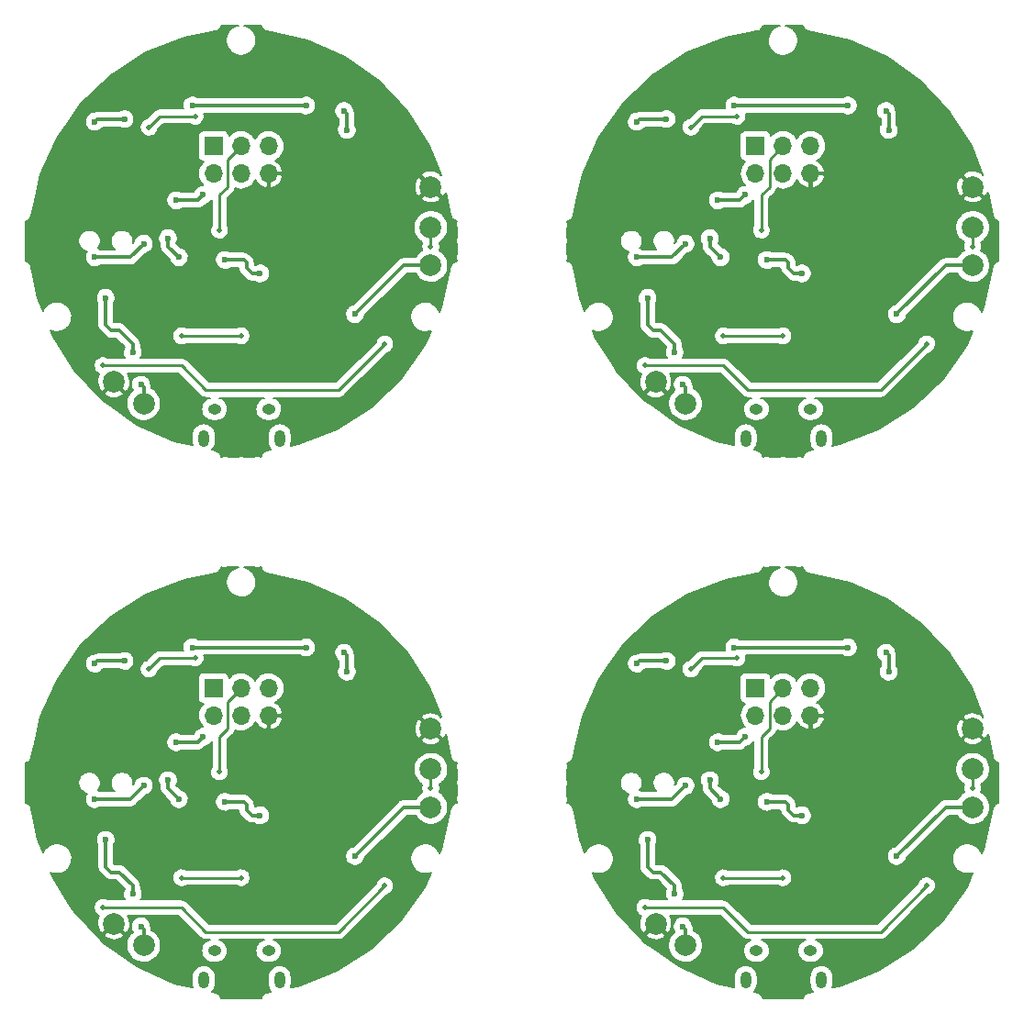
<source format=gbl>
G04 #@! TF.FileFunction,Copper,L2,Bot,Signal*
%FSLAX46Y46*%
G04 Gerber Fmt 4.6, Leading zero omitted, Abs format (unit mm)*
G04 Created by KiCad (PCBNEW 4.0.7) date Sunday 01 April 2018 'à' 11:57:02*
%MOMM*%
%LPD*%
G01*
G04 APERTURE LIST*
%ADD10C,0.100000*%
%ADD11O,1.250000X0.950000*%
%ADD12O,1.000000X1.550000*%
%ADD13C,2.000000*%
%ADD14R,1.700000X1.700000*%
%ADD15O,1.700000X1.700000*%
%ADD16C,0.500000*%
%ADD17C,0.600000*%
%ADD18C,0.250000*%
%ADD19C,0.300000*%
%ADD20C,0.200000*%
G04 APERTURE END LIST*
D10*
D11*
X192549100Y-100512460D03*
X197549100Y-100512460D03*
D12*
X191549100Y-103212460D03*
X198549100Y-103212460D03*
D11*
X142549100Y-100512460D03*
X147549100Y-100512460D03*
D12*
X141549100Y-103212460D03*
X148549100Y-103212460D03*
D11*
X142549100Y-150512460D03*
X147549100Y-150512460D03*
D12*
X141549100Y-153212460D03*
X148549100Y-153212460D03*
D13*
X212500000Y-133750000D03*
X162500000Y-133750000D03*
X212500000Y-83750000D03*
X212500000Y-137250000D03*
X162500000Y-137250000D03*
X212500000Y-87250000D03*
X212500000Y-130000000D03*
X162500000Y-130000000D03*
X212500000Y-80000000D03*
D14*
X192460000Y-126250000D03*
D15*
X192460000Y-128790000D03*
X195000000Y-126250000D03*
X195000000Y-128790000D03*
X197540000Y-126250000D03*
X197540000Y-128790000D03*
D14*
X142460000Y-126250000D03*
D15*
X142460000Y-128790000D03*
X145000000Y-126250000D03*
X145000000Y-128790000D03*
X147540000Y-126250000D03*
X147540000Y-128790000D03*
D14*
X192460000Y-76250000D03*
D15*
X192460000Y-78790000D03*
X195000000Y-76250000D03*
X195000000Y-78790000D03*
X197540000Y-76250000D03*
X197540000Y-78790000D03*
D13*
X183250000Y-148000000D03*
X133250000Y-148000000D03*
X183250000Y-98000000D03*
X186000000Y-150000000D03*
X136000000Y-150000000D03*
X186000000Y-100000000D03*
D14*
X142460000Y-76250000D03*
D15*
X142460000Y-78790000D03*
X145000000Y-76250000D03*
X145000000Y-78790000D03*
X147540000Y-76250000D03*
X147540000Y-78790000D03*
D13*
X133250000Y-98000000D03*
X162500000Y-87250000D03*
X162500000Y-83750000D03*
X162500000Y-80000000D03*
X136000000Y-100000000D03*
D11*
X192549100Y-150487460D03*
X197549100Y-150487460D03*
D12*
X191549100Y-153187460D03*
X198549100Y-153187460D03*
D16*
X193000000Y-134000000D03*
X143000000Y-134000000D03*
X193000000Y-84000000D03*
X143000000Y-84000000D03*
D17*
X181500000Y-136500000D03*
X131500000Y-136500000D03*
X181500000Y-86500000D03*
X189250000Y-136500000D03*
X139250000Y-136500000D03*
X189250000Y-86500000D03*
X204500000Y-123000000D03*
X154500000Y-123000000D03*
X204500000Y-73000000D03*
X204750000Y-124750000D03*
X154750000Y-124750000D03*
X204750000Y-74750000D03*
X191500000Y-130750000D03*
X141500000Y-130750000D03*
X191500000Y-80750000D03*
X190500000Y-122500000D03*
X140500000Y-122500000D03*
X190500000Y-72500000D03*
X201000000Y-122500000D03*
X151000000Y-122500000D03*
X201000000Y-72500000D03*
X188250000Y-134750000D03*
X138250000Y-134750000D03*
X188250000Y-84750000D03*
X184250000Y-123750000D03*
X134250000Y-123750000D03*
X184250000Y-73750000D03*
X181500000Y-124000000D03*
X131500000Y-124000000D03*
X181500000Y-74000000D03*
X186000000Y-135250000D03*
X136000000Y-135250000D03*
X186000000Y-85250000D03*
X189000000Y-131250000D03*
X139000000Y-131250000D03*
X189000000Y-81250000D03*
X205500000Y-141750000D03*
X155500000Y-141750000D03*
X205500000Y-91750000D03*
X196750000Y-138000000D03*
X146750000Y-138000000D03*
X196750000Y-88000000D03*
X193500000Y-136750000D03*
X143500000Y-136750000D03*
X193500000Y-86750000D03*
X143500000Y-86750000D03*
X146750000Y-88000000D03*
X139250000Y-86500000D03*
X138250000Y-84750000D03*
X141500000Y-80750000D03*
X139000000Y-81250000D03*
X136000000Y-85250000D03*
X131500000Y-86500000D03*
X154750000Y-74750000D03*
X154500000Y-73000000D03*
X155500000Y-91750000D03*
X131500000Y-74000000D03*
X134250000Y-73750000D03*
X140500000Y-72500000D03*
X151000000Y-72500000D03*
D16*
X182250000Y-146500000D03*
X132250000Y-146500000D03*
X182250000Y-96500000D03*
X208250000Y-144500000D03*
X158250000Y-144500000D03*
X208250000Y-94500000D03*
X132250000Y-96500000D03*
X158250000Y-94500000D03*
X189500000Y-143750000D03*
X139500000Y-143750000D03*
X189500000Y-93750000D03*
X195000000Y-143750000D03*
X145000000Y-143750000D03*
X195000000Y-93750000D03*
X139500000Y-93750000D03*
X145000000Y-93750000D03*
X190750000Y-123500000D03*
X140750000Y-123500000D03*
X190750000Y-73500000D03*
X186500000Y-124500000D03*
X136500000Y-124500000D03*
X186500000Y-74500000D03*
X136500000Y-74500000D03*
X140750000Y-73500000D03*
X212500000Y-135500000D03*
X162500000Y-135500000D03*
X212500000Y-85500000D03*
X162500000Y-85500000D03*
D17*
X185000000Y-145250000D03*
X135000000Y-145250000D03*
X185000000Y-95250000D03*
X185750000Y-148250000D03*
X135750000Y-148250000D03*
X185750000Y-98250000D03*
X182500000Y-140250000D03*
X132500000Y-140250000D03*
X182500000Y-90250000D03*
X135750000Y-98250000D03*
X132500000Y-90250000D03*
X135000000Y-95250000D03*
D18*
X193000000Y-130750000D02*
X193000000Y-134000000D01*
X143000000Y-130750000D02*
X143000000Y-134000000D01*
X193000000Y-80750000D02*
X193000000Y-84000000D01*
X193750000Y-127500000D02*
X193750000Y-130000000D01*
X143750000Y-127500000D02*
X143750000Y-130000000D01*
X193750000Y-77500000D02*
X193750000Y-80000000D01*
X193750000Y-130000000D02*
X193000000Y-130750000D01*
X143750000Y-130000000D02*
X143000000Y-130750000D01*
X193750000Y-80000000D02*
X193000000Y-80750000D01*
X195000000Y-126250000D02*
X193750000Y-127500000D01*
X145000000Y-126250000D02*
X143750000Y-127500000D01*
X195000000Y-76250000D02*
X193750000Y-77500000D01*
X145000000Y-76250000D02*
X143750000Y-77500000D01*
X143000000Y-80750000D02*
X143000000Y-84000000D01*
X143750000Y-80000000D02*
X143000000Y-80750000D01*
X143750000Y-77500000D02*
X143750000Y-80000000D01*
D19*
X188250000Y-135500000D02*
X188250000Y-134750000D01*
X138250000Y-135500000D02*
X138250000Y-134750000D01*
X188250000Y-85500000D02*
X188250000Y-84750000D01*
X189250000Y-136500000D02*
X188250000Y-135500000D01*
X139250000Y-136500000D02*
X138250000Y-135500000D01*
X189250000Y-86500000D02*
X188250000Y-85500000D01*
X191000000Y-131250000D02*
X189000000Y-131250000D01*
X141000000Y-131250000D02*
X139000000Y-131250000D01*
X191000000Y-81250000D02*
X189000000Y-81250000D01*
X195250000Y-136750000D02*
X193500000Y-136750000D01*
X145250000Y-136750000D02*
X143500000Y-136750000D01*
X195250000Y-86750000D02*
X193500000Y-86750000D01*
X181750000Y-123750000D02*
X184250000Y-123750000D01*
X131750000Y-123750000D02*
X134250000Y-123750000D01*
X181750000Y-73750000D02*
X184250000Y-73750000D01*
X181500000Y-124000000D02*
X181750000Y-123750000D01*
X131500000Y-124000000D02*
X131750000Y-123750000D01*
X181500000Y-74000000D02*
X181750000Y-73750000D01*
X190500000Y-122500000D02*
X201000000Y-122500000D01*
X140500000Y-122500000D02*
X151000000Y-122500000D01*
X190500000Y-72500000D02*
X201000000Y-72500000D01*
X195500000Y-137000000D02*
X195250000Y-136750000D01*
X145500000Y-137000000D02*
X145250000Y-136750000D01*
X195500000Y-87000000D02*
X195250000Y-86750000D01*
X181500000Y-136500000D02*
X184750000Y-136500000D01*
X131500000Y-136500000D02*
X134750000Y-136500000D01*
X181500000Y-86500000D02*
X184750000Y-86500000D01*
X184750000Y-136500000D02*
X186000000Y-135250000D01*
X134750000Y-136500000D02*
X136000000Y-135250000D01*
X184750000Y-86500000D02*
X186000000Y-85250000D01*
X196000000Y-138000000D02*
X195500000Y-137500000D01*
X146000000Y-138000000D02*
X145500000Y-137500000D01*
X196000000Y-88000000D02*
X195500000Y-87500000D01*
X195500000Y-137500000D02*
X195500000Y-137000000D01*
X145500000Y-137500000D02*
X145500000Y-137000000D01*
X195500000Y-87500000D02*
X195500000Y-87000000D01*
X210000000Y-137250000D02*
X212500000Y-137250000D01*
X160000000Y-137250000D02*
X162500000Y-137250000D01*
X210000000Y-87250000D02*
X212500000Y-87250000D01*
X204500000Y-123000000D02*
X204750000Y-123250000D01*
X154500000Y-123000000D02*
X154750000Y-123250000D01*
X204500000Y-73000000D02*
X204750000Y-73250000D01*
X204750000Y-123250000D02*
X204750000Y-124750000D01*
X154750000Y-123250000D02*
X154750000Y-124750000D01*
X204750000Y-73250000D02*
X204750000Y-74750000D01*
X205500000Y-141750000D02*
X210000000Y-137250000D01*
X155500000Y-141750000D02*
X160000000Y-137250000D01*
X205500000Y-91750000D02*
X210000000Y-87250000D01*
X191500000Y-130750000D02*
X191000000Y-131250000D01*
X141500000Y-130750000D02*
X141000000Y-131250000D01*
X191500000Y-80750000D02*
X191000000Y-81250000D01*
X196750000Y-138000000D02*
X196000000Y-138000000D01*
X146750000Y-138000000D02*
X146000000Y-138000000D01*
X196750000Y-88000000D02*
X196000000Y-88000000D01*
X145250000Y-86750000D02*
X143500000Y-86750000D01*
X145500000Y-87000000D02*
X145250000Y-86750000D01*
X145500000Y-87500000D02*
X145500000Y-87000000D01*
X146000000Y-88000000D02*
X145500000Y-87500000D01*
X146750000Y-88000000D02*
X146000000Y-88000000D01*
X139250000Y-86500000D02*
X138250000Y-85500000D01*
X138250000Y-85500000D02*
X138250000Y-84750000D01*
X141500000Y-80750000D02*
X141000000Y-81250000D01*
X141000000Y-81250000D02*
X139000000Y-81250000D01*
X134750000Y-86500000D02*
X136000000Y-85250000D01*
X131500000Y-86500000D02*
X134750000Y-86500000D01*
X154750000Y-73250000D02*
X154750000Y-74750000D01*
X154500000Y-73000000D02*
X154750000Y-73250000D01*
X155500000Y-91750000D02*
X160000000Y-87250000D01*
X160000000Y-87250000D02*
X162500000Y-87250000D01*
X131500000Y-74000000D02*
X131750000Y-73750000D01*
X131750000Y-73750000D02*
X134250000Y-73750000D01*
X140500000Y-72500000D02*
X151000000Y-72500000D01*
D18*
X208250000Y-144500000D02*
X204000000Y-148750000D01*
X158250000Y-144500000D02*
X154000000Y-148750000D01*
X208250000Y-94500000D02*
X204000000Y-98750000D01*
X189500000Y-146500000D02*
X182250000Y-146500000D01*
X139500000Y-146500000D02*
X132250000Y-146500000D01*
X189500000Y-96500000D02*
X182250000Y-96500000D01*
X204000000Y-148750000D02*
X191750000Y-148750000D01*
X154000000Y-148750000D02*
X141750000Y-148750000D01*
X204000000Y-98750000D02*
X191750000Y-98750000D01*
X191750000Y-148750000D02*
X189500000Y-146500000D01*
X141750000Y-148750000D02*
X139500000Y-146500000D01*
X191750000Y-98750000D02*
X189500000Y-96500000D01*
X139500000Y-96500000D02*
X132250000Y-96500000D01*
X141750000Y-98750000D02*
X139500000Y-96500000D01*
X154000000Y-98750000D02*
X141750000Y-98750000D01*
X158250000Y-94500000D02*
X154000000Y-98750000D01*
X195000000Y-143750000D02*
X189500000Y-143750000D01*
X145000000Y-143750000D02*
X139500000Y-143750000D01*
X195000000Y-93750000D02*
X189500000Y-93750000D01*
X145000000Y-93750000D02*
X139500000Y-93750000D01*
X187500000Y-123500000D02*
X190750000Y-123500000D01*
X137500000Y-123500000D02*
X140750000Y-123500000D01*
X187500000Y-73500000D02*
X190750000Y-73500000D01*
X186500000Y-124500000D02*
X187500000Y-123500000D01*
X136500000Y-124500000D02*
X137500000Y-123500000D01*
X186500000Y-74500000D02*
X187500000Y-73500000D01*
X136500000Y-74500000D02*
X137500000Y-73500000D01*
X137500000Y-73500000D02*
X140750000Y-73500000D01*
X212500000Y-135500000D02*
X212500000Y-133750000D01*
X162500000Y-135500000D02*
X162500000Y-133750000D01*
X212500000Y-85500000D02*
X212500000Y-83750000D01*
X162500000Y-85500000D02*
X162500000Y-83750000D01*
D19*
X185000000Y-145250000D02*
X185000000Y-144500000D01*
X135000000Y-145250000D02*
X135000000Y-144500000D01*
X185000000Y-95250000D02*
X185000000Y-94500000D01*
X183000000Y-143250000D02*
X182500000Y-142750000D01*
X133000000Y-143250000D02*
X132500000Y-142750000D01*
X183000000Y-93250000D02*
X182500000Y-92750000D01*
X183750000Y-143250000D02*
X183000000Y-143250000D01*
X133750000Y-143250000D02*
X133000000Y-143250000D01*
X183750000Y-93250000D02*
X183000000Y-93250000D01*
X185000000Y-144500000D02*
X183750000Y-143250000D01*
X135000000Y-144500000D02*
X133750000Y-143250000D01*
X185000000Y-94500000D02*
X183750000Y-93250000D01*
X186000000Y-150000000D02*
X186000000Y-148500000D01*
X136000000Y-150000000D02*
X136000000Y-148500000D01*
X186000000Y-100000000D02*
X186000000Y-98500000D01*
X185750000Y-148250000D02*
X186000000Y-148500000D01*
X135750000Y-148250000D02*
X136000000Y-148500000D01*
X185750000Y-98250000D02*
X186000000Y-98500000D01*
X182500000Y-142750000D02*
X182500000Y-140250000D01*
X132500000Y-142750000D02*
X132500000Y-140250000D01*
X182500000Y-92750000D02*
X182500000Y-90250000D01*
X136000000Y-100000000D02*
X136000000Y-98500000D01*
X135750000Y-98250000D02*
X136000000Y-98500000D01*
X132500000Y-92750000D02*
X132500000Y-90250000D01*
X133000000Y-93250000D02*
X132500000Y-92750000D01*
X133750000Y-93250000D02*
X133000000Y-93250000D01*
X135000000Y-94500000D02*
X133750000Y-93250000D01*
X135000000Y-95250000D02*
X135000000Y-94500000D01*
D20*
G36*
X144749591Y-65122462D02*
X144602809Y-65150462D01*
X144348247Y-65253312D01*
X144118510Y-65403648D01*
X143922349Y-65595743D01*
X143767235Y-65822281D01*
X143659076Y-66074634D01*
X143601993Y-66343188D01*
X143598160Y-66617716D01*
X143647722Y-66887759D01*
X143748792Y-67143033D01*
X143897520Y-67373815D01*
X144088242Y-67571312D01*
X144313692Y-67728004D01*
X144565283Y-67837922D01*
X144833432Y-67896878D01*
X145107926Y-67902628D01*
X145378309Y-67854952D01*
X145634283Y-67755667D01*
X145866097Y-67608553D01*
X146064921Y-67419215D01*
X146223183Y-67194865D01*
X146334854Y-66944047D01*
X146395681Y-66676316D01*
X146400060Y-66362723D01*
X146346732Y-66093398D01*
X146242108Y-65839560D01*
X146090172Y-65610878D01*
X145896711Y-65416062D01*
X145669096Y-65262533D01*
X145415994Y-65156139D01*
X145254307Y-65122949D01*
X145310754Y-65112996D01*
X145344260Y-65100000D01*
X146147427Y-65100000D01*
X146363177Y-65147435D01*
X146588654Y-65152158D01*
X146810754Y-65112996D01*
X146833528Y-65104163D01*
X146833825Y-65108791D01*
X146836745Y-65119783D01*
X146837855Y-65131108D01*
X146853634Y-65183373D01*
X146867643Y-65236114D01*
X146872642Y-65246330D01*
X146875931Y-65257223D01*
X146901561Y-65305425D01*
X146925548Y-65354443D01*
X146932437Y-65363495D01*
X146937778Y-65373539D01*
X146972271Y-65415832D01*
X147005333Y-65459271D01*
X147013852Y-65466814D01*
X147021040Y-65475628D01*
X147063090Y-65510414D01*
X147103960Y-65546605D01*
X147113781Y-65552350D01*
X147122545Y-65559600D01*
X147170555Y-65585559D01*
X147217672Y-65613120D01*
X147228420Y-65616847D01*
X147238427Y-65622258D01*
X147290568Y-65638398D01*
X147342138Y-65656281D01*
X147351316Y-65658421D01*
X151123832Y-66510325D01*
X154598535Y-68051916D01*
X157707634Y-70239057D01*
X160332701Y-72988436D01*
X162373748Y-76195327D01*
X163435775Y-78922801D01*
X163404131Y-78954445D01*
X163303091Y-78724511D01*
X163038824Y-78592344D01*
X162753850Y-78514272D01*
X162459121Y-78493297D01*
X162165963Y-78530223D01*
X161885642Y-78623631D01*
X161696909Y-78724511D01*
X161595868Y-78954446D01*
X162500000Y-79858579D01*
X162514142Y-79844436D01*
X162655564Y-79985858D01*
X162641421Y-80000000D01*
X163545554Y-80904132D01*
X163775489Y-80803091D01*
X163907656Y-80538824D01*
X163912447Y-80521337D01*
X164338317Y-82633419D01*
X164356551Y-82693059D01*
X164374151Y-82752859D01*
X164375795Y-82756003D01*
X164376833Y-82759399D01*
X164406315Y-82814384D01*
X164435184Y-82869605D01*
X164437406Y-82872369D01*
X164439085Y-82875500D01*
X164478677Y-82923700D01*
X164517731Y-82972273D01*
X164520451Y-82974555D01*
X164522703Y-82977297D01*
X164570830Y-83016829D01*
X164618647Y-83056952D01*
X164621763Y-83058665D01*
X164624501Y-83060914D01*
X164679407Y-83090355D01*
X164734089Y-83120416D01*
X164737472Y-83121489D01*
X164740601Y-83123167D01*
X164800271Y-83141410D01*
X164859660Y-83160250D01*
X164863183Y-83160645D01*
X164866581Y-83161684D01*
X164895544Y-83164626D01*
X164851638Y-83371191D01*
X164848489Y-83596695D01*
X164889201Y-83818517D01*
X164900000Y-83845792D01*
X164900000Y-84647155D01*
X164898527Y-84650592D01*
X164851638Y-84871191D01*
X164848489Y-85096695D01*
X164889201Y-85318517D01*
X164900000Y-85345792D01*
X164900000Y-86147155D01*
X164898527Y-86150592D01*
X164851638Y-86371191D01*
X164848489Y-86596695D01*
X164889201Y-86818517D01*
X164895161Y-86833571D01*
X164891209Y-86833825D01*
X164880217Y-86836745D01*
X164868892Y-86837855D01*
X164816627Y-86853634D01*
X164763886Y-86867643D01*
X164753670Y-86872642D01*
X164742777Y-86875931D01*
X164694589Y-86901553D01*
X164645557Y-86925547D01*
X164636501Y-86932440D01*
X164626461Y-86937778D01*
X164584187Y-86972256D01*
X164540729Y-87005332D01*
X164533183Y-87013854D01*
X164524372Y-87021040D01*
X164489598Y-87063075D01*
X164453395Y-87103959D01*
X164447649Y-87113783D01*
X164440400Y-87122545D01*
X164414444Y-87170550D01*
X164386880Y-87217672D01*
X164383153Y-87228420D01*
X164377742Y-87238427D01*
X164361602Y-87290568D01*
X164343719Y-87342138D01*
X164341579Y-87351316D01*
X163489674Y-91123833D01*
X163315242Y-91516998D01*
X163242108Y-91339560D01*
X163090172Y-91110878D01*
X162896711Y-90916062D01*
X162669096Y-90762533D01*
X162415994Y-90656139D01*
X162147048Y-90600932D01*
X161872500Y-90599016D01*
X161602809Y-90650462D01*
X161348247Y-90753312D01*
X161118510Y-90903648D01*
X160922349Y-91095743D01*
X160767235Y-91322281D01*
X160659076Y-91574634D01*
X160601993Y-91843188D01*
X160598160Y-92117716D01*
X160647722Y-92387759D01*
X160748792Y-92643033D01*
X160897520Y-92873815D01*
X161088242Y-93071312D01*
X161313692Y-93228004D01*
X161565283Y-93337922D01*
X161833432Y-93396878D01*
X162107926Y-93402628D01*
X162378309Y-93354952D01*
X162525068Y-93298028D01*
X161948085Y-94598533D01*
X159760945Y-97707631D01*
X157011568Y-100332698D01*
X153804673Y-102373748D01*
X150255071Y-103755895D01*
X149570801Y-103893868D01*
X149625062Y-103722816D01*
X149648993Y-103509471D01*
X149649100Y-103494113D01*
X149649100Y-102930807D01*
X149628151Y-102717149D01*
X149566101Y-102511630D01*
X149465313Y-102322076D01*
X149329628Y-102155709D01*
X149164212Y-102018866D01*
X148975367Y-101916758D01*
X148770286Y-101853274D01*
X148556779Y-101830834D01*
X148342981Y-101850291D01*
X148137033Y-101910905D01*
X147946780Y-102010366D01*
X147779470Y-102144887D01*
X147641475Y-102309343D01*
X147538051Y-102497471D01*
X147473138Y-102702104D01*
X147449207Y-102915449D01*
X147449100Y-102930807D01*
X147449100Y-103494113D01*
X147470049Y-103707771D01*
X147532099Y-103913290D01*
X147632887Y-104102844D01*
X147760203Y-104258949D01*
X147366581Y-104338317D01*
X147306941Y-104356551D01*
X147247141Y-104374151D01*
X147243997Y-104375795D01*
X147240601Y-104376833D01*
X147185616Y-104406315D01*
X147130395Y-104435184D01*
X147127631Y-104437406D01*
X147124500Y-104439085D01*
X147076300Y-104478677D01*
X147027727Y-104517731D01*
X147025445Y-104520451D01*
X147022703Y-104522703D01*
X146983171Y-104570830D01*
X146943048Y-104618647D01*
X146941335Y-104621763D01*
X146939086Y-104624501D01*
X146909665Y-104679372D01*
X146879584Y-104734089D01*
X146878510Y-104737476D01*
X146876834Y-104740601D01*
X146858617Y-104800184D01*
X146839750Y-104859660D01*
X146839354Y-104863188D01*
X146838317Y-104866581D01*
X146835448Y-104894829D01*
X146620789Y-104850766D01*
X146395268Y-104849192D01*
X146173736Y-104891451D01*
X146152577Y-104900000D01*
X145350952Y-104900000D01*
X145341710Y-104896115D01*
X145120789Y-104850766D01*
X144895268Y-104849192D01*
X144673736Y-104891451D01*
X144652577Y-104900000D01*
X143850952Y-104900000D01*
X143841710Y-104896115D01*
X143620789Y-104850766D01*
X143395268Y-104849192D01*
X143173736Y-104891451D01*
X143166381Y-104894422D01*
X143166175Y-104891209D01*
X143163255Y-104880217D01*
X143162145Y-104868892D01*
X143146366Y-104816627D01*
X143132357Y-104763886D01*
X143127358Y-104753670D01*
X143124069Y-104742777D01*
X143098447Y-104694589D01*
X143074453Y-104645557D01*
X143067560Y-104636501D01*
X143062222Y-104626461D01*
X143027744Y-104584187D01*
X142994668Y-104540729D01*
X142986146Y-104533183D01*
X142978960Y-104524372D01*
X142936925Y-104489598D01*
X142896041Y-104453395D01*
X142886217Y-104447649D01*
X142877455Y-104440400D01*
X142829450Y-104414444D01*
X142782328Y-104386880D01*
X142771580Y-104383153D01*
X142761573Y-104377742D01*
X142709432Y-104361602D01*
X142657862Y-104343719D01*
X142648684Y-104341579D01*
X142327875Y-104269134D01*
X142456725Y-104115577D01*
X142560149Y-103927449D01*
X142625062Y-103722816D01*
X142648993Y-103509471D01*
X142649100Y-103494113D01*
X142649100Y-102930807D01*
X142628151Y-102717149D01*
X142566101Y-102511630D01*
X142465313Y-102322076D01*
X142329628Y-102155709D01*
X142164212Y-102018866D01*
X141975367Y-101916758D01*
X141770286Y-101853274D01*
X141556779Y-101830834D01*
X141342981Y-101850291D01*
X141137033Y-101910905D01*
X140946780Y-102010366D01*
X140779470Y-102144887D01*
X140641475Y-102309343D01*
X140538051Y-102497471D01*
X140473138Y-102702104D01*
X140449207Y-102915449D01*
X140449100Y-102930807D01*
X140449100Y-103494113D01*
X140470049Y-103707771D01*
X140516004Y-103859980D01*
X138876167Y-103489674D01*
X135401467Y-101948085D01*
X132823437Y-100134532D01*
X134397897Y-100134532D01*
X134454539Y-100443154D01*
X134570048Y-100734896D01*
X134740023Y-100998645D01*
X134957990Y-101224357D01*
X135215648Y-101403433D01*
X135503180Y-101529054D01*
X135809637Y-101596432D01*
X136123344Y-101603004D01*
X136432354Y-101548517D01*
X136724895Y-101435048D01*
X136989825Y-101266918D01*
X137217053Y-101050532D01*
X137397924Y-100794131D01*
X137525548Y-100507482D01*
X137595064Y-100201504D01*
X137600069Y-99843112D01*
X137539123Y-99535311D01*
X137419552Y-99245211D01*
X137245911Y-98983860D01*
X137024813Y-98761213D01*
X136764681Y-98585752D01*
X136750000Y-98579581D01*
X136750000Y-98500000D01*
X136743239Y-98431049D01*
X136737201Y-98362036D01*
X136736101Y-98358249D01*
X136735716Y-98354324D01*
X136715685Y-98287976D01*
X136696364Y-98221473D01*
X136694550Y-98217974D01*
X136693410Y-98214197D01*
X136660882Y-98153021D01*
X136640540Y-98113778D01*
X136615757Y-97988613D01*
X136548498Y-97825431D01*
X136450825Y-97678421D01*
X136326458Y-97553182D01*
X136180133Y-97454485D01*
X136017425Y-97386089D01*
X135844531Y-97350599D01*
X135668036Y-97349367D01*
X135494663Y-97382440D01*
X135331016Y-97448557D01*
X135183328Y-97545202D01*
X135057224Y-97668692D01*
X134957508Y-97814324D01*
X134887977Y-97976550D01*
X134851281Y-98149193D01*
X134848817Y-98325674D01*
X134880678Y-98499274D01*
X134945652Y-98663379D01*
X134997490Y-98743815D01*
X134992583Y-98747026D01*
X134768398Y-98966563D01*
X134591125Y-99225464D01*
X134467515Y-99513867D01*
X134402278Y-99820787D01*
X134397897Y-100134532D01*
X132823437Y-100134532D01*
X132292369Y-99760945D01*
X131609324Y-99045554D01*
X132345868Y-99045554D01*
X132446909Y-99275489D01*
X132711176Y-99407656D01*
X132996150Y-99485728D01*
X133290879Y-99506703D01*
X133584037Y-99469777D01*
X133864358Y-99376369D01*
X134053091Y-99275489D01*
X134154132Y-99045554D01*
X133250000Y-98141421D01*
X132345868Y-99045554D01*
X131609324Y-99045554D01*
X129667302Y-97011568D01*
X129387199Y-96571470D01*
X131398882Y-96571470D01*
X131428974Y-96735425D01*
X131490338Y-96890413D01*
X131580637Y-97030530D01*
X131696432Y-97150440D01*
X131833313Y-97245574D01*
X131929217Y-97287474D01*
X131842344Y-97461176D01*
X131764272Y-97746150D01*
X131743297Y-98040879D01*
X131780223Y-98334037D01*
X131873631Y-98614358D01*
X131974511Y-98803091D01*
X132204446Y-98904132D01*
X133108579Y-98000000D01*
X133094436Y-97985858D01*
X133235858Y-97844437D01*
X133250000Y-97858579D01*
X133264142Y-97844436D01*
X133405564Y-97985858D01*
X133391421Y-98000000D01*
X134295554Y-98904132D01*
X134525489Y-98803091D01*
X134657656Y-98538824D01*
X134735728Y-98253850D01*
X134756703Y-97959121D01*
X134719777Y-97665963D01*
X134626369Y-97385642D01*
X134540504Y-97225000D01*
X139199696Y-97225000D01*
X141237348Y-99262653D01*
X141289106Y-99305167D01*
X141340399Y-99348207D01*
X141343739Y-99350043D01*
X141346686Y-99352464D01*
X141405742Y-99384130D01*
X141464392Y-99416373D01*
X141468023Y-99417525D01*
X141471386Y-99419328D01*
X141535468Y-99438920D01*
X141599264Y-99459157D01*
X141603051Y-99459582D01*
X141606699Y-99460697D01*
X141673372Y-99467469D01*
X141739877Y-99474929D01*
X141747325Y-99474981D01*
X141747470Y-99474996D01*
X141747605Y-99474983D01*
X141750000Y-99475000D01*
X142127842Y-99475000D01*
X141983522Y-99518573D01*
X141798277Y-99617070D01*
X141635691Y-99749671D01*
X141501958Y-99911328D01*
X141402170Y-100095881D01*
X141340130Y-100296301D01*
X141318199Y-100504955D01*
X141337214Y-100713895D01*
X141396450Y-100915162D01*
X141493651Y-101101090D01*
X141625115Y-101264598D01*
X141785833Y-101399457D01*
X141969685Y-101500530D01*
X142169668Y-101563969D01*
X142378164Y-101587355D01*
X142393173Y-101587460D01*
X142705027Y-101587460D01*
X142913829Y-101566987D01*
X143114678Y-101506347D01*
X143299923Y-101407850D01*
X143462509Y-101275249D01*
X143596242Y-101113592D01*
X143696030Y-100929039D01*
X143758070Y-100728619D01*
X143780001Y-100519965D01*
X143760986Y-100311025D01*
X143701750Y-100109758D01*
X143604549Y-99923830D01*
X143473085Y-99760322D01*
X143312367Y-99625463D01*
X143128515Y-99524390D01*
X142972820Y-99475000D01*
X147127842Y-99475000D01*
X146983522Y-99518573D01*
X146798277Y-99617070D01*
X146635691Y-99749671D01*
X146501958Y-99911328D01*
X146402170Y-100095881D01*
X146340130Y-100296301D01*
X146318199Y-100504955D01*
X146337214Y-100713895D01*
X146396450Y-100915162D01*
X146493651Y-101101090D01*
X146625115Y-101264598D01*
X146785833Y-101399457D01*
X146969685Y-101500530D01*
X147169668Y-101563969D01*
X147378164Y-101587355D01*
X147393173Y-101587460D01*
X147705027Y-101587460D01*
X147913829Y-101566987D01*
X148114678Y-101506347D01*
X148299923Y-101407850D01*
X148462509Y-101275249D01*
X148596242Y-101113592D01*
X148696030Y-100929039D01*
X148758070Y-100728619D01*
X148780001Y-100519965D01*
X148760986Y-100311025D01*
X148701750Y-100109758D01*
X148604549Y-99923830D01*
X148473085Y-99760322D01*
X148312367Y-99625463D01*
X148128515Y-99524390D01*
X147972820Y-99475000D01*
X154000000Y-99475000D01*
X154066600Y-99468470D01*
X154133365Y-99462628D01*
X154137028Y-99461564D01*
X154140820Y-99461192D01*
X154204923Y-99441838D01*
X154269242Y-99423152D01*
X154272626Y-99421398D01*
X154276276Y-99420296D01*
X154335432Y-99388842D01*
X154394863Y-99358036D01*
X154397841Y-99355659D01*
X154401209Y-99353868D01*
X154453157Y-99311500D01*
X154505444Y-99269760D01*
X154510744Y-99264534D01*
X154510860Y-99264439D01*
X154510949Y-99264331D01*
X154512652Y-99262652D01*
X158446868Y-95328437D01*
X158479688Y-95322650D01*
X158635100Y-95262369D01*
X158775844Y-95173050D01*
X158896559Y-95058095D01*
X158992647Y-94921882D01*
X159060447Y-94769600D01*
X159097378Y-94607049D01*
X159100037Y-94416653D01*
X159067659Y-94253134D01*
X159004137Y-94099018D01*
X158911890Y-93960176D01*
X158794432Y-93841895D01*
X158656237Y-93748681D01*
X158502568Y-93684084D01*
X158339279Y-93650566D01*
X158172590Y-93649402D01*
X158008848Y-93680637D01*
X157854293Y-93743082D01*
X157714810Y-93834357D01*
X157595711Y-93950987D01*
X157501535Y-94088528D01*
X157435867Y-94241742D01*
X157423157Y-94301538D01*
X153699696Y-98025000D01*
X142050305Y-98025000D01*
X140012652Y-95987348D01*
X139960951Y-95944880D01*
X139909601Y-95901793D01*
X139906258Y-95899955D01*
X139903314Y-95897537D01*
X139844332Y-95865911D01*
X139785608Y-95833627D01*
X139781972Y-95832474D01*
X139778614Y-95830673D01*
X139714566Y-95811091D01*
X139650736Y-95790843D01*
X139646950Y-95790418D01*
X139643302Y-95789303D01*
X139576619Y-95782530D01*
X139510123Y-95775071D01*
X139502676Y-95775019D01*
X139502531Y-95775004D01*
X139502396Y-95775017D01*
X139500000Y-95775000D01*
X135731096Y-95775000D01*
X135786332Y-95696699D01*
X135858121Y-95535459D01*
X135897224Y-95363346D01*
X135900039Y-95161750D01*
X135865757Y-94988613D01*
X135798498Y-94825431D01*
X135750000Y-94752435D01*
X135750000Y-94500000D01*
X135743243Y-94431093D01*
X135737201Y-94362036D01*
X135736101Y-94358249D01*
X135735716Y-94354324D01*
X135715681Y-94287963D01*
X135696364Y-94221474D01*
X135694551Y-94217977D01*
X135693410Y-94214197D01*
X135660861Y-94152982D01*
X135629003Y-94091521D01*
X135626543Y-94088440D01*
X135624691Y-94084956D01*
X135580893Y-94031254D01*
X135537683Y-93977126D01*
X135532272Y-93971639D01*
X135532178Y-93971524D01*
X135532072Y-93971436D01*
X135530330Y-93969670D01*
X135382130Y-93821470D01*
X138648882Y-93821470D01*
X138678974Y-93985425D01*
X138740338Y-94140413D01*
X138830637Y-94280530D01*
X138946432Y-94400440D01*
X139083313Y-94495574D01*
X139236065Y-94562310D01*
X139398870Y-94598105D01*
X139565527Y-94601596D01*
X139729688Y-94572650D01*
X139885100Y-94512369D01*
X139943984Y-94475000D01*
X144553711Y-94475000D01*
X144583313Y-94495574D01*
X144736065Y-94562310D01*
X144898870Y-94598105D01*
X145065527Y-94601596D01*
X145229688Y-94572650D01*
X145385100Y-94512369D01*
X145525844Y-94423050D01*
X145646559Y-94308095D01*
X145742647Y-94171882D01*
X145810447Y-94019600D01*
X145847378Y-93857049D01*
X145850037Y-93666653D01*
X145817659Y-93503134D01*
X145754137Y-93349018D01*
X145661890Y-93210176D01*
X145544432Y-93091895D01*
X145406237Y-92998681D01*
X145252568Y-92934084D01*
X145089279Y-92900566D01*
X144922590Y-92899402D01*
X144758848Y-92930637D01*
X144604293Y-92993082D01*
X144555517Y-93025000D01*
X139945256Y-93025000D01*
X139906237Y-92998681D01*
X139752568Y-92934084D01*
X139589279Y-92900566D01*
X139422590Y-92899402D01*
X139258848Y-92930637D01*
X139104293Y-92993082D01*
X138964810Y-93084357D01*
X138845711Y-93200987D01*
X138751535Y-93338528D01*
X138685867Y-93491742D01*
X138651210Y-93654793D01*
X138648882Y-93821470D01*
X135382130Y-93821470D01*
X134280330Y-92719670D01*
X134226840Y-92675733D01*
X134173725Y-92631165D01*
X134170267Y-92629264D01*
X134167221Y-92626762D01*
X134106174Y-92594028D01*
X134045456Y-92560648D01*
X134041698Y-92559456D01*
X134038222Y-92557592D01*
X133971954Y-92537332D01*
X133905934Y-92516389D01*
X133902016Y-92515950D01*
X133898243Y-92514796D01*
X133829284Y-92507791D01*
X133760472Y-92500073D01*
X133752769Y-92500019D01*
X133752618Y-92500004D01*
X133752478Y-92500017D01*
X133750000Y-92500000D01*
X133310660Y-92500000D01*
X133250000Y-92439340D01*
X133250000Y-91825674D01*
X154598817Y-91825674D01*
X154630678Y-91999274D01*
X154695652Y-92163379D01*
X154791263Y-92311738D01*
X154913870Y-92438701D01*
X155058802Y-92539431D01*
X155220539Y-92610093D01*
X155392921Y-92647993D01*
X155569381Y-92651690D01*
X155743199Y-92621041D01*
X155907753Y-92557214D01*
X156056777Y-92462641D01*
X156184592Y-92340924D01*
X156286332Y-92196699D01*
X156358121Y-92035459D01*
X156382498Y-91928162D01*
X160310660Y-88000000D01*
X161079782Y-88000000D01*
X161240023Y-88248645D01*
X161457990Y-88474357D01*
X161715648Y-88653433D01*
X162003180Y-88779054D01*
X162309637Y-88846432D01*
X162623344Y-88853004D01*
X162932354Y-88798517D01*
X163224895Y-88685048D01*
X163489825Y-88516918D01*
X163717053Y-88300532D01*
X163897924Y-88044131D01*
X164025548Y-87757482D01*
X164095064Y-87451504D01*
X164100069Y-87093112D01*
X164039123Y-86785311D01*
X163919552Y-86495211D01*
X163745911Y-86233860D01*
X163524813Y-86011213D01*
X163277227Y-85844214D01*
X163310447Y-85769600D01*
X163347378Y-85607049D01*
X163350037Y-85416653D01*
X163317659Y-85253134D01*
X163276181Y-85152501D01*
X163489825Y-85016918D01*
X163717053Y-84800532D01*
X163897924Y-84544131D01*
X164025548Y-84257482D01*
X164095064Y-83951504D01*
X164100069Y-83593112D01*
X164039123Y-83285311D01*
X163919552Y-82995211D01*
X163745911Y-82733860D01*
X163524813Y-82511213D01*
X163264681Y-82335752D01*
X162975422Y-82214159D01*
X162668055Y-82151065D01*
X162354286Y-82148875D01*
X162046068Y-82207671D01*
X161755140Y-82325213D01*
X161492583Y-82497026D01*
X161268398Y-82716563D01*
X161091125Y-82975464D01*
X160967515Y-83263867D01*
X160902278Y-83570787D01*
X160897897Y-83884532D01*
X160954539Y-84193154D01*
X161070048Y-84484896D01*
X161240023Y-84748645D01*
X161457990Y-84974357D01*
X161715648Y-85153433D01*
X161722444Y-85156402D01*
X161685867Y-85241742D01*
X161651210Y-85404793D01*
X161648882Y-85571470D01*
X161678974Y-85735425D01*
X161722881Y-85846323D01*
X161492583Y-85997026D01*
X161268398Y-86216563D01*
X161091125Y-86475464D01*
X161080609Y-86500000D01*
X160000000Y-86500000D01*
X159931093Y-86506757D01*
X159862036Y-86512799D01*
X159858249Y-86513899D01*
X159854324Y-86514284D01*
X159787976Y-86534315D01*
X159721473Y-86553636D01*
X159717974Y-86555450D01*
X159714197Y-86556590D01*
X159653000Y-86589129D01*
X159591521Y-86620997D01*
X159588440Y-86623457D01*
X159584956Y-86625309D01*
X159531254Y-86669107D01*
X159477126Y-86712317D01*
X159471639Y-86717728D01*
X159471524Y-86717822D01*
X159471436Y-86717928D01*
X159469670Y-86719670D01*
X155321571Y-90867769D01*
X155244663Y-90882440D01*
X155081016Y-90948557D01*
X154933328Y-91045202D01*
X154807224Y-91168692D01*
X154707508Y-91314324D01*
X154637977Y-91476550D01*
X154601281Y-91649193D01*
X154598817Y-91825674D01*
X133250000Y-91825674D01*
X133250000Y-90748203D01*
X133286332Y-90696699D01*
X133358121Y-90535459D01*
X133397224Y-90363346D01*
X133400039Y-90161750D01*
X133365757Y-89988613D01*
X133298498Y-89825431D01*
X133200825Y-89678421D01*
X133076458Y-89553182D01*
X132930133Y-89454485D01*
X132767425Y-89386089D01*
X132594531Y-89350599D01*
X132418036Y-89349367D01*
X132244663Y-89382440D01*
X132081016Y-89448557D01*
X131933328Y-89545202D01*
X131807224Y-89668692D01*
X131707508Y-89814324D01*
X131637977Y-89976550D01*
X131601281Y-90149193D01*
X131598817Y-90325674D01*
X131630678Y-90499274D01*
X131695652Y-90663379D01*
X131750000Y-90747710D01*
X131750000Y-92750000D01*
X131756757Y-92818907D01*
X131762799Y-92887964D01*
X131763899Y-92891751D01*
X131764284Y-92895676D01*
X131784315Y-92962024D01*
X131803636Y-93028527D01*
X131805450Y-93032026D01*
X131806590Y-93035803D01*
X131839129Y-93097000D01*
X131870997Y-93158479D01*
X131873457Y-93161560D01*
X131875309Y-93165044D01*
X131919107Y-93218746D01*
X131962317Y-93272874D01*
X131967728Y-93278361D01*
X131967822Y-93278476D01*
X131967928Y-93278564D01*
X131969670Y-93280330D01*
X132469670Y-93780330D01*
X132523160Y-93824267D01*
X132576275Y-93868835D01*
X132579733Y-93870736D01*
X132582779Y-93873238D01*
X132643826Y-93905972D01*
X132704544Y-93939352D01*
X132708302Y-93940544D01*
X132711778Y-93942408D01*
X132778046Y-93962668D01*
X132844066Y-93983611D01*
X132847984Y-93984050D01*
X132851757Y-93985204D01*
X132920716Y-93992209D01*
X132989528Y-93999927D01*
X132997231Y-93999981D01*
X132997382Y-93999996D01*
X132997522Y-93999983D01*
X133000000Y-94000000D01*
X133439340Y-94000000D01*
X134226267Y-94786927D01*
X134207508Y-94814324D01*
X134137977Y-94976550D01*
X134101281Y-95149193D01*
X134098817Y-95325674D01*
X134130678Y-95499274D01*
X134195652Y-95663379D01*
X134267587Y-95775000D01*
X132695256Y-95775000D01*
X132656237Y-95748681D01*
X132502568Y-95684084D01*
X132339279Y-95650566D01*
X132172590Y-95649402D01*
X132008848Y-95680637D01*
X131854293Y-95743082D01*
X131714810Y-95834357D01*
X131595711Y-95950987D01*
X131501535Y-96088528D01*
X131435867Y-96241742D01*
X131401210Y-96404793D01*
X131398882Y-96571470D01*
X129387199Y-96571470D01*
X127626252Y-93804673D01*
X127419750Y-93274340D01*
X127565283Y-93337922D01*
X127833432Y-93396878D01*
X128107926Y-93402628D01*
X128378309Y-93354952D01*
X128634283Y-93255667D01*
X128866097Y-93108553D01*
X129064921Y-92919215D01*
X129223183Y-92694865D01*
X129334854Y-92444047D01*
X129395681Y-92176316D01*
X129400060Y-91862723D01*
X129346732Y-91593398D01*
X129242108Y-91339560D01*
X129090172Y-91110878D01*
X128896711Y-90916062D01*
X128669096Y-90762533D01*
X128415994Y-90656139D01*
X128147048Y-90600932D01*
X127872500Y-90599016D01*
X127602809Y-90650462D01*
X127348247Y-90753312D01*
X127118510Y-90903648D01*
X126922349Y-91095743D01*
X126767235Y-91322281D01*
X126710866Y-91453799D01*
X126244105Y-90255071D01*
X125661683Y-87366581D01*
X125643449Y-87306941D01*
X125625849Y-87247141D01*
X125624205Y-87243997D01*
X125623167Y-87240601D01*
X125593685Y-87185616D01*
X125564816Y-87130395D01*
X125562594Y-87127631D01*
X125560915Y-87124500D01*
X125521323Y-87076300D01*
X125482269Y-87027727D01*
X125479549Y-87025445D01*
X125477297Y-87022703D01*
X125429170Y-86983171D01*
X125381353Y-86943048D01*
X125378237Y-86941335D01*
X125375499Y-86939086D01*
X125320628Y-86909665D01*
X125265911Y-86879584D01*
X125262524Y-86878510D01*
X125259399Y-86876834D01*
X125199816Y-86858617D01*
X125140340Y-86839750D01*
X125136812Y-86839354D01*
X125133419Y-86838317D01*
X125103191Y-86835246D01*
X125146452Y-86644831D01*
X125150049Y-86387237D01*
X125106244Y-86166005D01*
X125100000Y-86150856D01*
X125100000Y-85349290D01*
X125146452Y-85144831D01*
X125147270Y-85086185D01*
X129973652Y-85086185D01*
X130009939Y-85283895D01*
X130083937Y-85470793D01*
X130192827Y-85639757D01*
X130332462Y-85784354D01*
X130497524Y-85899075D01*
X130681725Y-85979550D01*
X130754585Y-85995569D01*
X130707508Y-86064324D01*
X130637977Y-86226550D01*
X130601281Y-86399193D01*
X130598817Y-86575674D01*
X130630678Y-86749274D01*
X130695652Y-86913379D01*
X130791263Y-87061738D01*
X130913870Y-87188701D01*
X131058802Y-87289431D01*
X131220539Y-87360093D01*
X131392921Y-87397993D01*
X131569381Y-87401690D01*
X131743199Y-87371041D01*
X131907753Y-87307214D01*
X131997908Y-87250000D01*
X134750000Y-87250000D01*
X134818907Y-87243243D01*
X134887964Y-87237201D01*
X134891751Y-87236101D01*
X134895676Y-87235716D01*
X134962024Y-87215685D01*
X135028527Y-87196364D01*
X135032026Y-87194550D01*
X135035803Y-87193410D01*
X135097000Y-87160871D01*
X135158479Y-87129003D01*
X135161560Y-87126543D01*
X135165044Y-87124691D01*
X135218746Y-87080893D01*
X135272874Y-87037683D01*
X135278361Y-87032272D01*
X135278476Y-87032178D01*
X135278564Y-87032072D01*
X135280330Y-87030330D01*
X136178149Y-86132511D01*
X136243199Y-86121041D01*
X136407753Y-86057214D01*
X136556777Y-85962641D01*
X136684592Y-85840924D01*
X136786332Y-85696699D01*
X136858121Y-85535459D01*
X136897224Y-85363346D01*
X136900039Y-85161750D01*
X136865757Y-84988613D01*
X136798599Y-84825674D01*
X137348817Y-84825674D01*
X137380678Y-84999274D01*
X137445652Y-85163379D01*
X137500000Y-85247710D01*
X137500000Y-85500000D01*
X137506757Y-85568907D01*
X137512799Y-85637964D01*
X137513899Y-85641751D01*
X137514284Y-85645676D01*
X137534315Y-85712024D01*
X137553636Y-85778527D01*
X137555450Y-85782026D01*
X137556590Y-85785803D01*
X137589129Y-85847000D01*
X137620997Y-85908479D01*
X137623457Y-85911560D01*
X137625309Y-85915044D01*
X137669107Y-85968746D01*
X137712317Y-86022874D01*
X137717728Y-86028361D01*
X137717822Y-86028476D01*
X137717928Y-86028564D01*
X137719670Y-86030330D01*
X138367655Y-86678315D01*
X138380678Y-86749274D01*
X138445652Y-86913379D01*
X138541263Y-87061738D01*
X138663870Y-87188701D01*
X138808802Y-87289431D01*
X138970539Y-87360093D01*
X139142921Y-87397993D01*
X139319381Y-87401690D01*
X139493199Y-87371041D01*
X139657753Y-87307214D01*
X139806777Y-87212641D01*
X139934592Y-87090924D01*
X140036332Y-86946699D01*
X140090216Y-86825674D01*
X142598817Y-86825674D01*
X142630678Y-86999274D01*
X142695652Y-87163379D01*
X142791263Y-87311738D01*
X142913870Y-87438701D01*
X143058802Y-87539431D01*
X143220539Y-87610093D01*
X143392921Y-87647993D01*
X143569381Y-87651690D01*
X143743199Y-87621041D01*
X143907753Y-87557214D01*
X143997908Y-87500000D01*
X144750000Y-87500000D01*
X144756757Y-87568907D01*
X144762799Y-87637964D01*
X144763899Y-87641751D01*
X144764284Y-87645676D01*
X144784315Y-87712024D01*
X144803636Y-87778527D01*
X144805450Y-87782026D01*
X144806590Y-87785803D01*
X144839129Y-87847000D01*
X144870997Y-87908479D01*
X144873457Y-87911560D01*
X144875309Y-87915044D01*
X144919107Y-87968746D01*
X144962317Y-88022874D01*
X144967728Y-88028361D01*
X144967822Y-88028476D01*
X144967928Y-88028564D01*
X144969670Y-88030330D01*
X145469670Y-88530330D01*
X145523160Y-88574267D01*
X145576275Y-88618835D01*
X145579733Y-88620736D01*
X145582779Y-88623238D01*
X145643826Y-88655972D01*
X145704544Y-88689352D01*
X145708302Y-88690544D01*
X145711778Y-88692408D01*
X145778046Y-88712668D01*
X145844066Y-88733611D01*
X145847984Y-88734050D01*
X145851757Y-88735204D01*
X145920716Y-88742209D01*
X145989528Y-88749927D01*
X145997231Y-88749981D01*
X145997382Y-88749996D01*
X145997522Y-88749983D01*
X146000000Y-88750000D01*
X146252068Y-88750000D01*
X146308802Y-88789431D01*
X146470539Y-88860093D01*
X146642921Y-88897993D01*
X146819381Y-88901690D01*
X146993199Y-88871041D01*
X147157753Y-88807214D01*
X147306777Y-88712641D01*
X147434592Y-88590924D01*
X147536332Y-88446699D01*
X147608121Y-88285459D01*
X147647224Y-88113346D01*
X147650039Y-87911750D01*
X147615757Y-87738613D01*
X147548498Y-87575431D01*
X147450825Y-87428421D01*
X147326458Y-87303182D01*
X147180133Y-87204485D01*
X147017425Y-87136089D01*
X146844531Y-87100599D01*
X146668036Y-87099367D01*
X146494663Y-87132440D01*
X146331016Y-87198557D01*
X146287617Y-87226957D01*
X146250000Y-87189340D01*
X146250000Y-87000000D01*
X146243239Y-86931049D01*
X146237201Y-86862036D01*
X146236101Y-86858249D01*
X146235716Y-86854324D01*
X146215685Y-86787976D01*
X146196364Y-86721473D01*
X146194550Y-86717974D01*
X146193410Y-86714197D01*
X146160882Y-86653021D01*
X146129003Y-86591520D01*
X146126542Y-86588437D01*
X146124691Y-86584956D01*
X146080910Y-86531276D01*
X146037683Y-86477126D01*
X146032272Y-86471639D01*
X146032178Y-86471524D01*
X146032072Y-86471436D01*
X146030330Y-86469670D01*
X145780330Y-86219670D01*
X145726840Y-86175733D01*
X145673725Y-86131165D01*
X145670267Y-86129264D01*
X145667221Y-86126762D01*
X145606174Y-86094028D01*
X145545456Y-86060648D01*
X145541698Y-86059456D01*
X145538222Y-86057592D01*
X145471954Y-86037332D01*
X145405934Y-86016389D01*
X145402016Y-86015950D01*
X145398243Y-86014796D01*
X145329284Y-86007791D01*
X145260472Y-86000073D01*
X145252769Y-86000019D01*
X145252618Y-86000004D01*
X145252478Y-86000017D01*
X145250000Y-86000000D01*
X143997612Y-86000000D01*
X143930133Y-85954485D01*
X143767425Y-85886089D01*
X143594531Y-85850599D01*
X143418036Y-85849367D01*
X143244663Y-85882440D01*
X143081016Y-85948557D01*
X142933328Y-86045202D01*
X142807224Y-86168692D01*
X142707508Y-86314324D01*
X142637977Y-86476550D01*
X142601281Y-86649193D01*
X142598817Y-86825674D01*
X140090216Y-86825674D01*
X140108121Y-86785459D01*
X140147224Y-86613346D01*
X140150039Y-86411750D01*
X140115757Y-86238613D01*
X140048498Y-86075431D01*
X139950825Y-85928421D01*
X139826458Y-85803182D01*
X139680133Y-85704485D01*
X139517425Y-85636089D01*
X139428494Y-85617834D01*
X139024348Y-85213688D01*
X139036332Y-85196699D01*
X139108121Y-85035459D01*
X139147224Y-84863346D01*
X139150039Y-84661750D01*
X139115757Y-84488613D01*
X139048498Y-84325431D01*
X138950825Y-84178421D01*
X138826458Y-84053182D01*
X138680133Y-83954485D01*
X138517425Y-83886089D01*
X138344531Y-83850599D01*
X138168036Y-83849367D01*
X137994663Y-83882440D01*
X137831016Y-83948557D01*
X137683328Y-84045202D01*
X137557224Y-84168692D01*
X137457508Y-84314324D01*
X137387977Y-84476550D01*
X137351281Y-84649193D01*
X137348817Y-84825674D01*
X136798599Y-84825674D01*
X136798498Y-84825431D01*
X136700825Y-84678421D01*
X136576458Y-84553182D01*
X136430133Y-84454485D01*
X136267425Y-84386089D01*
X136094531Y-84350599D01*
X135918036Y-84349367D01*
X135744663Y-84382440D01*
X135581016Y-84448557D01*
X135433328Y-84545202D01*
X135307224Y-84668692D01*
X135207508Y-84814324D01*
X135137977Y-84976550D01*
X135117783Y-85071557D01*
X135010545Y-85178795D01*
X135021838Y-85129088D01*
X135025044Y-84899494D01*
X134986001Y-84702309D01*
X134909401Y-84516463D01*
X134798162Y-84349035D01*
X134656521Y-84206402D01*
X134489874Y-84093997D01*
X134304567Y-84016101D01*
X134107660Y-83975682D01*
X133906652Y-83974279D01*
X133709200Y-84011945D01*
X133522824Y-84087246D01*
X133354623Y-84197313D01*
X133211005Y-84337954D01*
X133097439Y-84503813D01*
X133018252Y-84688571D01*
X132976459Y-84885191D01*
X132973652Y-85086185D01*
X133009939Y-85283895D01*
X133083937Y-85470793D01*
X133192827Y-85639757D01*
X133299287Y-85750000D01*
X131997612Y-85750000D01*
X131930133Y-85704485D01*
X131796954Y-85648502D01*
X131895545Y-85508740D01*
X131977304Y-85325106D01*
X132021838Y-85129088D01*
X132025044Y-84899494D01*
X131986001Y-84702309D01*
X131909401Y-84516463D01*
X131798162Y-84349035D01*
X131656521Y-84206402D01*
X131489874Y-84093997D01*
X131304567Y-84016101D01*
X131107660Y-83975682D01*
X130906652Y-83974279D01*
X130709200Y-84011945D01*
X130522824Y-84087246D01*
X130354623Y-84197313D01*
X130211005Y-84337954D01*
X130097439Y-84503813D01*
X130018252Y-84688571D01*
X129976459Y-84885191D01*
X129973652Y-85086185D01*
X125147270Y-85086185D01*
X125150049Y-84887237D01*
X125106244Y-84666005D01*
X125100000Y-84650856D01*
X125100000Y-83849290D01*
X125146452Y-83644831D01*
X125150049Y-83387237D01*
X125106309Y-83166334D01*
X125108791Y-83166175D01*
X125119783Y-83163255D01*
X125131108Y-83162145D01*
X125183373Y-83146366D01*
X125236114Y-83132357D01*
X125246330Y-83127358D01*
X125257223Y-83124069D01*
X125305425Y-83098439D01*
X125354443Y-83074452D01*
X125363495Y-83067563D01*
X125373539Y-83062222D01*
X125415832Y-83027729D01*
X125459271Y-82994667D01*
X125466814Y-82986148D01*
X125475628Y-82978960D01*
X125510414Y-82936910D01*
X125546605Y-82896040D01*
X125552350Y-82886219D01*
X125559600Y-82877455D01*
X125585559Y-82829445D01*
X125613120Y-82782328D01*
X125616847Y-82771580D01*
X125622258Y-82761573D01*
X125638398Y-82709432D01*
X125656281Y-82657862D01*
X125658421Y-82648684D01*
X125957181Y-81325674D01*
X138098817Y-81325674D01*
X138130678Y-81499274D01*
X138195652Y-81663379D01*
X138291263Y-81811738D01*
X138413870Y-81938701D01*
X138558802Y-82039431D01*
X138720539Y-82110093D01*
X138892921Y-82147993D01*
X139069381Y-82151690D01*
X139243199Y-82121041D01*
X139407753Y-82057214D01*
X139497908Y-82000000D01*
X141000000Y-82000000D01*
X141068907Y-81993243D01*
X141137964Y-81987201D01*
X141141751Y-81986101D01*
X141145676Y-81985716D01*
X141212024Y-81965685D01*
X141278527Y-81946364D01*
X141282026Y-81944550D01*
X141285803Y-81943410D01*
X141347000Y-81910871D01*
X141408479Y-81879003D01*
X141411560Y-81876543D01*
X141415044Y-81874691D01*
X141468746Y-81830893D01*
X141522874Y-81787683D01*
X141528361Y-81782272D01*
X141528476Y-81782178D01*
X141528564Y-81782072D01*
X141530330Y-81780330D01*
X141678149Y-81632511D01*
X141743199Y-81621041D01*
X141907753Y-81557214D01*
X142056777Y-81462641D01*
X142184592Y-81340924D01*
X142275000Y-81212763D01*
X142275000Y-83554258D01*
X142251535Y-83588528D01*
X142185867Y-83741742D01*
X142151210Y-83904793D01*
X142148882Y-84071470D01*
X142178974Y-84235425D01*
X142240338Y-84390413D01*
X142330637Y-84530530D01*
X142446432Y-84650440D01*
X142583313Y-84745574D01*
X142736065Y-84812310D01*
X142898870Y-84848105D01*
X143065527Y-84851596D01*
X143229688Y-84822650D01*
X143385100Y-84762369D01*
X143525844Y-84673050D01*
X143646559Y-84558095D01*
X143742647Y-84421882D01*
X143810447Y-84269600D01*
X143847378Y-84107049D01*
X143850037Y-83916653D01*
X143817659Y-83753134D01*
X143754137Y-83599018D01*
X143725000Y-83555164D01*
X143725000Y-81050304D01*
X143729750Y-81045554D01*
X161595868Y-81045554D01*
X161696909Y-81275489D01*
X161961176Y-81407656D01*
X162246150Y-81485728D01*
X162540879Y-81506703D01*
X162834037Y-81469777D01*
X163114358Y-81376369D01*
X163303091Y-81275489D01*
X163404132Y-81045554D01*
X162500000Y-80141421D01*
X161595868Y-81045554D01*
X143729750Y-81045554D01*
X144262652Y-80512653D01*
X144305140Y-80460926D01*
X144348207Y-80409601D01*
X144350045Y-80406258D01*
X144352463Y-80403314D01*
X144384089Y-80344332D01*
X144416373Y-80285608D01*
X144417526Y-80281972D01*
X144419327Y-80278614D01*
X144438909Y-80214566D01*
X144459157Y-80150736D01*
X144459582Y-80146950D01*
X144460697Y-80143302D01*
X144460952Y-80140791D01*
X144708437Y-80217400D01*
X144989877Y-80246981D01*
X145271703Y-80221333D01*
X145543180Y-80141433D01*
X145793967Y-80010324D01*
X146014512Y-79833001D01*
X146196415Y-79616218D01*
X146327629Y-79377541D01*
X146444345Y-79578701D01*
X146619266Y-79777298D01*
X146829570Y-79937954D01*
X147067175Y-80054494D01*
X147230625Y-80104072D01*
X147440000Y-80010912D01*
X147440000Y-78890000D01*
X147640000Y-78890000D01*
X147640000Y-80010912D01*
X147849375Y-80104072D01*
X148012825Y-80054494D01*
X148040583Y-80040879D01*
X160993297Y-80040879D01*
X161030223Y-80334037D01*
X161123631Y-80614358D01*
X161224511Y-80803091D01*
X161454446Y-80904132D01*
X162358579Y-80000000D01*
X161454446Y-79095868D01*
X161224511Y-79196909D01*
X161092344Y-79461176D01*
X161014272Y-79746150D01*
X160993297Y-80040879D01*
X148040583Y-80040879D01*
X148250430Y-79937954D01*
X148460734Y-79777298D01*
X148635655Y-79578701D01*
X148768470Y-79349795D01*
X148854076Y-79099376D01*
X148761295Y-78890000D01*
X147640000Y-78890000D01*
X147440000Y-78890000D01*
X147420000Y-78890000D01*
X147420000Y-78690000D01*
X147440000Y-78690000D01*
X147440000Y-78670000D01*
X147640000Y-78670000D01*
X147640000Y-78690000D01*
X148761295Y-78690000D01*
X148854076Y-78480624D01*
X148768470Y-78230205D01*
X148635655Y-78001299D01*
X148460734Y-77802702D01*
X148250430Y-77642046D01*
X148124057Y-77580063D01*
X148333967Y-77470324D01*
X148554512Y-77293001D01*
X148736415Y-77076218D01*
X148872746Y-76828232D01*
X148958314Y-76558488D01*
X148989859Y-76277261D01*
X148990000Y-76257016D01*
X148990000Y-76242984D01*
X148962385Y-75961344D01*
X148880592Y-75690432D01*
X148747736Y-75440566D01*
X148568878Y-75221264D01*
X148350830Y-75040880D01*
X148101898Y-74906282D01*
X147831563Y-74822600D01*
X147550123Y-74793019D01*
X147268297Y-74818667D01*
X146996820Y-74898567D01*
X146746033Y-75029676D01*
X146525488Y-75206999D01*
X146343585Y-75423782D01*
X146269991Y-75557650D01*
X146207736Y-75440566D01*
X146028878Y-75221264D01*
X145810830Y-75040880D01*
X145561898Y-74906282D01*
X145291563Y-74822600D01*
X145010123Y-74793019D01*
X144728297Y-74818667D01*
X144456820Y-74898567D01*
X144206033Y-75029676D01*
X143985488Y-75206999D01*
X143904861Y-75303086D01*
X143855097Y-75142393D01*
X143761748Y-75000731D01*
X143632630Y-74890685D01*
X143477965Y-74820966D01*
X143310000Y-74797097D01*
X141610000Y-74797097D01*
X141514452Y-74804716D01*
X141352393Y-74854903D01*
X141210731Y-74948252D01*
X141100685Y-75077370D01*
X141030966Y-75232035D01*
X141007097Y-75400000D01*
X141007097Y-77100000D01*
X141014716Y-77195548D01*
X141064903Y-77357607D01*
X141158252Y-77499269D01*
X141287370Y-77609315D01*
X141442035Y-77679034D01*
X141516804Y-77689659D01*
X141445488Y-77746999D01*
X141263585Y-77963782D01*
X141127254Y-78211768D01*
X141041686Y-78481512D01*
X141010141Y-78762739D01*
X141010000Y-78782984D01*
X141010000Y-78797016D01*
X141037615Y-79078656D01*
X141119408Y-79349568D01*
X141252264Y-79599434D01*
X141431122Y-79818736D01*
X141468575Y-79849720D01*
X141418036Y-79849367D01*
X141244663Y-79882440D01*
X141081016Y-79948557D01*
X140933328Y-80045202D01*
X140807224Y-80168692D01*
X140707508Y-80314324D01*
X140637977Y-80476550D01*
X140632993Y-80500000D01*
X139497612Y-80500000D01*
X139430133Y-80454485D01*
X139267425Y-80386089D01*
X139094531Y-80350599D01*
X138918036Y-80349367D01*
X138744663Y-80382440D01*
X138581016Y-80448557D01*
X138433328Y-80545202D01*
X138307224Y-80668692D01*
X138207508Y-80814324D01*
X138137977Y-80976550D01*
X138101281Y-81149193D01*
X138098817Y-81325674D01*
X125957181Y-81325674D01*
X126510325Y-78876168D01*
X128051916Y-75401465D01*
X128984562Y-74075674D01*
X130598817Y-74075674D01*
X130630678Y-74249274D01*
X130695652Y-74413379D01*
X130791263Y-74561738D01*
X130913870Y-74688701D01*
X131058802Y-74789431D01*
X131220539Y-74860093D01*
X131392921Y-74897993D01*
X131569381Y-74901690D01*
X131743199Y-74871041D01*
X131907753Y-74807214D01*
X132056777Y-74712641D01*
X132184592Y-74590924D01*
X132248732Y-74500000D01*
X133752068Y-74500000D01*
X133808802Y-74539431D01*
X133970539Y-74610093D01*
X134142921Y-74647993D01*
X134319381Y-74651690D01*
X134493199Y-74621041D01*
X134620999Y-74571470D01*
X135648882Y-74571470D01*
X135678974Y-74735425D01*
X135740338Y-74890413D01*
X135830637Y-75030530D01*
X135946432Y-75150440D01*
X136083313Y-75245574D01*
X136236065Y-75312310D01*
X136398870Y-75348105D01*
X136565527Y-75351596D01*
X136729688Y-75322650D01*
X136885100Y-75262369D01*
X137025844Y-75173050D01*
X137146559Y-75058095D01*
X137242647Y-74921882D01*
X137310447Y-74769600D01*
X137326541Y-74698764D01*
X137800305Y-74225000D01*
X140303711Y-74225000D01*
X140333313Y-74245574D01*
X140486065Y-74312310D01*
X140648870Y-74348105D01*
X140815527Y-74351596D01*
X140979688Y-74322650D01*
X141135100Y-74262369D01*
X141275844Y-74173050D01*
X141396559Y-74058095D01*
X141492647Y-73921882D01*
X141560447Y-73769600D01*
X141597378Y-73607049D01*
X141600037Y-73416653D01*
X141567659Y-73253134D01*
X141566367Y-73250000D01*
X150502068Y-73250000D01*
X150558802Y-73289431D01*
X150720539Y-73360093D01*
X150892921Y-73397993D01*
X151069381Y-73401690D01*
X151243199Y-73371041D01*
X151407753Y-73307214D01*
X151556777Y-73212641D01*
X151684592Y-73090924D01*
X151695349Y-73075674D01*
X153598817Y-73075674D01*
X153630678Y-73249274D01*
X153695652Y-73413379D01*
X153791263Y-73561738D01*
X153913870Y-73688701D01*
X154000000Y-73748563D01*
X154000000Y-74252266D01*
X153957508Y-74314324D01*
X153887977Y-74476550D01*
X153851281Y-74649193D01*
X153848817Y-74825674D01*
X153880678Y-74999274D01*
X153945652Y-75163379D01*
X154041263Y-75311738D01*
X154163870Y-75438701D01*
X154308802Y-75539431D01*
X154470539Y-75610093D01*
X154642921Y-75647993D01*
X154819381Y-75651690D01*
X154993199Y-75621041D01*
X155157753Y-75557214D01*
X155306777Y-75462641D01*
X155434592Y-75340924D01*
X155536332Y-75196699D01*
X155608121Y-75035459D01*
X155647224Y-74863346D01*
X155650039Y-74661750D01*
X155615757Y-74488613D01*
X155548498Y-74325431D01*
X155500000Y-74252435D01*
X155500000Y-73250000D01*
X155493239Y-73181049D01*
X155487201Y-73112036D01*
X155486101Y-73108249D01*
X155485716Y-73104324D01*
X155465685Y-73037976D01*
X155446364Y-72971473D01*
X155444550Y-72967974D01*
X155443410Y-72964197D01*
X155410882Y-72903021D01*
X155390540Y-72863778D01*
X155365757Y-72738613D01*
X155298498Y-72575431D01*
X155200825Y-72428421D01*
X155076458Y-72303182D01*
X154930133Y-72204485D01*
X154767425Y-72136089D01*
X154594531Y-72100599D01*
X154418036Y-72099367D01*
X154244663Y-72132440D01*
X154081016Y-72198557D01*
X153933328Y-72295202D01*
X153807224Y-72418692D01*
X153707508Y-72564324D01*
X153637977Y-72726550D01*
X153601281Y-72899193D01*
X153598817Y-73075674D01*
X151695349Y-73075674D01*
X151786332Y-72946699D01*
X151858121Y-72785459D01*
X151897224Y-72613346D01*
X151900039Y-72411750D01*
X151865757Y-72238613D01*
X151798498Y-72075431D01*
X151700825Y-71928421D01*
X151576458Y-71803182D01*
X151430133Y-71704485D01*
X151267425Y-71636089D01*
X151094531Y-71600599D01*
X150918036Y-71599367D01*
X150744663Y-71632440D01*
X150581016Y-71698557D01*
X150502403Y-71750000D01*
X140997612Y-71750000D01*
X140930133Y-71704485D01*
X140767425Y-71636089D01*
X140594531Y-71600599D01*
X140418036Y-71599367D01*
X140244663Y-71632440D01*
X140081016Y-71698557D01*
X139933328Y-71795202D01*
X139807224Y-71918692D01*
X139707508Y-72064324D01*
X139637977Y-72226550D01*
X139601281Y-72399193D01*
X139598817Y-72575674D01*
X139630678Y-72749274D01*
X139640864Y-72775000D01*
X137500000Y-72775000D01*
X137433392Y-72781531D01*
X137366636Y-72787372D01*
X137362973Y-72788436D01*
X137359180Y-72788808D01*
X137295098Y-72808155D01*
X137230759Y-72826847D01*
X137227372Y-72828603D01*
X137223724Y-72829704D01*
X137164585Y-72861149D01*
X137105137Y-72891964D01*
X137102159Y-72894341D01*
X137098791Y-72896132D01*
X137046874Y-72938475D01*
X136994556Y-72980239D01*
X136989251Y-72985471D01*
X136989140Y-72985561D01*
X136989055Y-72985663D01*
X136987348Y-72987347D01*
X136302359Y-73672337D01*
X136258848Y-73680637D01*
X136104293Y-73743082D01*
X135964810Y-73834357D01*
X135845711Y-73950987D01*
X135751535Y-74088528D01*
X135685867Y-74241742D01*
X135651210Y-74404793D01*
X135648882Y-74571470D01*
X134620999Y-74571470D01*
X134657753Y-74557214D01*
X134806777Y-74462641D01*
X134934592Y-74340924D01*
X135036332Y-74196699D01*
X135108121Y-74035459D01*
X135147224Y-73863346D01*
X135150039Y-73661750D01*
X135115757Y-73488613D01*
X135048498Y-73325431D01*
X134950825Y-73178421D01*
X134826458Y-73053182D01*
X134680133Y-72954485D01*
X134517425Y-72886089D01*
X134344531Y-72850599D01*
X134168036Y-72849367D01*
X133994663Y-72882440D01*
X133831016Y-72948557D01*
X133752403Y-73000000D01*
X131750000Y-73000000D01*
X131681049Y-73006761D01*
X131612036Y-73012799D01*
X131608249Y-73013899D01*
X131604324Y-73014284D01*
X131537976Y-73034315D01*
X131471473Y-73053636D01*
X131467974Y-73055450D01*
X131464197Y-73056590D01*
X131403021Y-73089118D01*
X131362991Y-73109867D01*
X131244663Y-73132440D01*
X131081016Y-73198557D01*
X130933328Y-73295202D01*
X130807224Y-73418692D01*
X130707508Y-73564324D01*
X130637977Y-73726550D01*
X130601281Y-73899193D01*
X130598817Y-74075674D01*
X128984562Y-74075674D01*
X130239057Y-72292366D01*
X132988436Y-69667299D01*
X136195327Y-67626252D01*
X139744929Y-66244105D01*
X142633419Y-65661683D01*
X142693059Y-65643449D01*
X142752859Y-65625849D01*
X142756003Y-65624205D01*
X142759399Y-65623167D01*
X142814384Y-65593685D01*
X142869605Y-65564816D01*
X142872369Y-65562594D01*
X142875500Y-65560915D01*
X142923700Y-65521323D01*
X142972273Y-65482269D01*
X142974555Y-65479549D01*
X142977297Y-65477297D01*
X143016829Y-65429170D01*
X143056952Y-65381353D01*
X143058665Y-65378237D01*
X143060914Y-65375499D01*
X143090355Y-65320593D01*
X143120416Y-65265911D01*
X143121489Y-65262528D01*
X143123167Y-65259399D01*
X143141410Y-65199729D01*
X143160250Y-65140340D01*
X143160645Y-65136817D01*
X143161684Y-65133419D01*
X143164693Y-65103796D01*
X143363177Y-65147435D01*
X143588654Y-65152158D01*
X143810754Y-65112996D01*
X143844260Y-65100000D01*
X144647427Y-65100000D01*
X144749591Y-65122462D01*
X144749591Y-65122462D01*
G37*
X144749591Y-65122462D02*
X144602809Y-65150462D01*
X144348247Y-65253312D01*
X144118510Y-65403648D01*
X143922349Y-65595743D01*
X143767235Y-65822281D01*
X143659076Y-66074634D01*
X143601993Y-66343188D01*
X143598160Y-66617716D01*
X143647722Y-66887759D01*
X143748792Y-67143033D01*
X143897520Y-67373815D01*
X144088242Y-67571312D01*
X144313692Y-67728004D01*
X144565283Y-67837922D01*
X144833432Y-67896878D01*
X145107926Y-67902628D01*
X145378309Y-67854952D01*
X145634283Y-67755667D01*
X145866097Y-67608553D01*
X146064921Y-67419215D01*
X146223183Y-67194865D01*
X146334854Y-66944047D01*
X146395681Y-66676316D01*
X146400060Y-66362723D01*
X146346732Y-66093398D01*
X146242108Y-65839560D01*
X146090172Y-65610878D01*
X145896711Y-65416062D01*
X145669096Y-65262533D01*
X145415994Y-65156139D01*
X145254307Y-65122949D01*
X145310754Y-65112996D01*
X145344260Y-65100000D01*
X146147427Y-65100000D01*
X146363177Y-65147435D01*
X146588654Y-65152158D01*
X146810754Y-65112996D01*
X146833528Y-65104163D01*
X146833825Y-65108791D01*
X146836745Y-65119783D01*
X146837855Y-65131108D01*
X146853634Y-65183373D01*
X146867643Y-65236114D01*
X146872642Y-65246330D01*
X146875931Y-65257223D01*
X146901561Y-65305425D01*
X146925548Y-65354443D01*
X146932437Y-65363495D01*
X146937778Y-65373539D01*
X146972271Y-65415832D01*
X147005333Y-65459271D01*
X147013852Y-65466814D01*
X147021040Y-65475628D01*
X147063090Y-65510414D01*
X147103960Y-65546605D01*
X147113781Y-65552350D01*
X147122545Y-65559600D01*
X147170555Y-65585559D01*
X147217672Y-65613120D01*
X147228420Y-65616847D01*
X147238427Y-65622258D01*
X147290568Y-65638398D01*
X147342138Y-65656281D01*
X147351316Y-65658421D01*
X151123832Y-66510325D01*
X154598535Y-68051916D01*
X157707634Y-70239057D01*
X160332701Y-72988436D01*
X162373748Y-76195327D01*
X163435775Y-78922801D01*
X163404131Y-78954445D01*
X163303091Y-78724511D01*
X163038824Y-78592344D01*
X162753850Y-78514272D01*
X162459121Y-78493297D01*
X162165963Y-78530223D01*
X161885642Y-78623631D01*
X161696909Y-78724511D01*
X161595868Y-78954446D01*
X162500000Y-79858579D01*
X162514142Y-79844436D01*
X162655564Y-79985858D01*
X162641421Y-80000000D01*
X163545554Y-80904132D01*
X163775489Y-80803091D01*
X163907656Y-80538824D01*
X163912447Y-80521337D01*
X164338317Y-82633419D01*
X164356551Y-82693059D01*
X164374151Y-82752859D01*
X164375795Y-82756003D01*
X164376833Y-82759399D01*
X164406315Y-82814384D01*
X164435184Y-82869605D01*
X164437406Y-82872369D01*
X164439085Y-82875500D01*
X164478677Y-82923700D01*
X164517731Y-82972273D01*
X164520451Y-82974555D01*
X164522703Y-82977297D01*
X164570830Y-83016829D01*
X164618647Y-83056952D01*
X164621763Y-83058665D01*
X164624501Y-83060914D01*
X164679407Y-83090355D01*
X164734089Y-83120416D01*
X164737472Y-83121489D01*
X164740601Y-83123167D01*
X164800271Y-83141410D01*
X164859660Y-83160250D01*
X164863183Y-83160645D01*
X164866581Y-83161684D01*
X164895544Y-83164626D01*
X164851638Y-83371191D01*
X164848489Y-83596695D01*
X164889201Y-83818517D01*
X164900000Y-83845792D01*
X164900000Y-84647155D01*
X164898527Y-84650592D01*
X164851638Y-84871191D01*
X164848489Y-85096695D01*
X164889201Y-85318517D01*
X164900000Y-85345792D01*
X164900000Y-86147155D01*
X164898527Y-86150592D01*
X164851638Y-86371191D01*
X164848489Y-86596695D01*
X164889201Y-86818517D01*
X164895161Y-86833571D01*
X164891209Y-86833825D01*
X164880217Y-86836745D01*
X164868892Y-86837855D01*
X164816627Y-86853634D01*
X164763886Y-86867643D01*
X164753670Y-86872642D01*
X164742777Y-86875931D01*
X164694589Y-86901553D01*
X164645557Y-86925547D01*
X164636501Y-86932440D01*
X164626461Y-86937778D01*
X164584187Y-86972256D01*
X164540729Y-87005332D01*
X164533183Y-87013854D01*
X164524372Y-87021040D01*
X164489598Y-87063075D01*
X164453395Y-87103959D01*
X164447649Y-87113783D01*
X164440400Y-87122545D01*
X164414444Y-87170550D01*
X164386880Y-87217672D01*
X164383153Y-87228420D01*
X164377742Y-87238427D01*
X164361602Y-87290568D01*
X164343719Y-87342138D01*
X164341579Y-87351316D01*
X163489674Y-91123833D01*
X163315242Y-91516998D01*
X163242108Y-91339560D01*
X163090172Y-91110878D01*
X162896711Y-90916062D01*
X162669096Y-90762533D01*
X162415994Y-90656139D01*
X162147048Y-90600932D01*
X161872500Y-90599016D01*
X161602809Y-90650462D01*
X161348247Y-90753312D01*
X161118510Y-90903648D01*
X160922349Y-91095743D01*
X160767235Y-91322281D01*
X160659076Y-91574634D01*
X160601993Y-91843188D01*
X160598160Y-92117716D01*
X160647722Y-92387759D01*
X160748792Y-92643033D01*
X160897520Y-92873815D01*
X161088242Y-93071312D01*
X161313692Y-93228004D01*
X161565283Y-93337922D01*
X161833432Y-93396878D01*
X162107926Y-93402628D01*
X162378309Y-93354952D01*
X162525068Y-93298028D01*
X161948085Y-94598533D01*
X159760945Y-97707631D01*
X157011568Y-100332698D01*
X153804673Y-102373748D01*
X150255071Y-103755895D01*
X149570801Y-103893868D01*
X149625062Y-103722816D01*
X149648993Y-103509471D01*
X149649100Y-103494113D01*
X149649100Y-102930807D01*
X149628151Y-102717149D01*
X149566101Y-102511630D01*
X149465313Y-102322076D01*
X149329628Y-102155709D01*
X149164212Y-102018866D01*
X148975367Y-101916758D01*
X148770286Y-101853274D01*
X148556779Y-101830834D01*
X148342981Y-101850291D01*
X148137033Y-101910905D01*
X147946780Y-102010366D01*
X147779470Y-102144887D01*
X147641475Y-102309343D01*
X147538051Y-102497471D01*
X147473138Y-102702104D01*
X147449207Y-102915449D01*
X147449100Y-102930807D01*
X147449100Y-103494113D01*
X147470049Y-103707771D01*
X147532099Y-103913290D01*
X147632887Y-104102844D01*
X147760203Y-104258949D01*
X147366581Y-104338317D01*
X147306941Y-104356551D01*
X147247141Y-104374151D01*
X147243997Y-104375795D01*
X147240601Y-104376833D01*
X147185616Y-104406315D01*
X147130395Y-104435184D01*
X147127631Y-104437406D01*
X147124500Y-104439085D01*
X147076300Y-104478677D01*
X147027727Y-104517731D01*
X147025445Y-104520451D01*
X147022703Y-104522703D01*
X146983171Y-104570830D01*
X146943048Y-104618647D01*
X146941335Y-104621763D01*
X146939086Y-104624501D01*
X146909665Y-104679372D01*
X146879584Y-104734089D01*
X146878510Y-104737476D01*
X146876834Y-104740601D01*
X146858617Y-104800184D01*
X146839750Y-104859660D01*
X146839354Y-104863188D01*
X146838317Y-104866581D01*
X146835448Y-104894829D01*
X146620789Y-104850766D01*
X146395268Y-104849192D01*
X146173736Y-104891451D01*
X146152577Y-104900000D01*
X145350952Y-104900000D01*
X145341710Y-104896115D01*
X145120789Y-104850766D01*
X144895268Y-104849192D01*
X144673736Y-104891451D01*
X144652577Y-104900000D01*
X143850952Y-104900000D01*
X143841710Y-104896115D01*
X143620789Y-104850766D01*
X143395268Y-104849192D01*
X143173736Y-104891451D01*
X143166381Y-104894422D01*
X143166175Y-104891209D01*
X143163255Y-104880217D01*
X143162145Y-104868892D01*
X143146366Y-104816627D01*
X143132357Y-104763886D01*
X143127358Y-104753670D01*
X143124069Y-104742777D01*
X143098447Y-104694589D01*
X143074453Y-104645557D01*
X143067560Y-104636501D01*
X143062222Y-104626461D01*
X143027744Y-104584187D01*
X142994668Y-104540729D01*
X142986146Y-104533183D01*
X142978960Y-104524372D01*
X142936925Y-104489598D01*
X142896041Y-104453395D01*
X142886217Y-104447649D01*
X142877455Y-104440400D01*
X142829450Y-104414444D01*
X142782328Y-104386880D01*
X142771580Y-104383153D01*
X142761573Y-104377742D01*
X142709432Y-104361602D01*
X142657862Y-104343719D01*
X142648684Y-104341579D01*
X142327875Y-104269134D01*
X142456725Y-104115577D01*
X142560149Y-103927449D01*
X142625062Y-103722816D01*
X142648993Y-103509471D01*
X142649100Y-103494113D01*
X142649100Y-102930807D01*
X142628151Y-102717149D01*
X142566101Y-102511630D01*
X142465313Y-102322076D01*
X142329628Y-102155709D01*
X142164212Y-102018866D01*
X141975367Y-101916758D01*
X141770286Y-101853274D01*
X141556779Y-101830834D01*
X141342981Y-101850291D01*
X141137033Y-101910905D01*
X140946780Y-102010366D01*
X140779470Y-102144887D01*
X140641475Y-102309343D01*
X140538051Y-102497471D01*
X140473138Y-102702104D01*
X140449207Y-102915449D01*
X140449100Y-102930807D01*
X140449100Y-103494113D01*
X140470049Y-103707771D01*
X140516004Y-103859980D01*
X138876167Y-103489674D01*
X135401467Y-101948085D01*
X132823437Y-100134532D01*
X134397897Y-100134532D01*
X134454539Y-100443154D01*
X134570048Y-100734896D01*
X134740023Y-100998645D01*
X134957990Y-101224357D01*
X135215648Y-101403433D01*
X135503180Y-101529054D01*
X135809637Y-101596432D01*
X136123344Y-101603004D01*
X136432354Y-101548517D01*
X136724895Y-101435048D01*
X136989825Y-101266918D01*
X137217053Y-101050532D01*
X137397924Y-100794131D01*
X137525548Y-100507482D01*
X137595064Y-100201504D01*
X137600069Y-99843112D01*
X137539123Y-99535311D01*
X137419552Y-99245211D01*
X137245911Y-98983860D01*
X137024813Y-98761213D01*
X136764681Y-98585752D01*
X136750000Y-98579581D01*
X136750000Y-98500000D01*
X136743239Y-98431049D01*
X136737201Y-98362036D01*
X136736101Y-98358249D01*
X136735716Y-98354324D01*
X136715685Y-98287976D01*
X136696364Y-98221473D01*
X136694550Y-98217974D01*
X136693410Y-98214197D01*
X136660882Y-98153021D01*
X136640540Y-98113778D01*
X136615757Y-97988613D01*
X136548498Y-97825431D01*
X136450825Y-97678421D01*
X136326458Y-97553182D01*
X136180133Y-97454485D01*
X136017425Y-97386089D01*
X135844531Y-97350599D01*
X135668036Y-97349367D01*
X135494663Y-97382440D01*
X135331016Y-97448557D01*
X135183328Y-97545202D01*
X135057224Y-97668692D01*
X134957508Y-97814324D01*
X134887977Y-97976550D01*
X134851281Y-98149193D01*
X134848817Y-98325674D01*
X134880678Y-98499274D01*
X134945652Y-98663379D01*
X134997490Y-98743815D01*
X134992583Y-98747026D01*
X134768398Y-98966563D01*
X134591125Y-99225464D01*
X134467515Y-99513867D01*
X134402278Y-99820787D01*
X134397897Y-100134532D01*
X132823437Y-100134532D01*
X132292369Y-99760945D01*
X131609324Y-99045554D01*
X132345868Y-99045554D01*
X132446909Y-99275489D01*
X132711176Y-99407656D01*
X132996150Y-99485728D01*
X133290879Y-99506703D01*
X133584037Y-99469777D01*
X133864358Y-99376369D01*
X134053091Y-99275489D01*
X134154132Y-99045554D01*
X133250000Y-98141421D01*
X132345868Y-99045554D01*
X131609324Y-99045554D01*
X129667302Y-97011568D01*
X129387199Y-96571470D01*
X131398882Y-96571470D01*
X131428974Y-96735425D01*
X131490338Y-96890413D01*
X131580637Y-97030530D01*
X131696432Y-97150440D01*
X131833313Y-97245574D01*
X131929217Y-97287474D01*
X131842344Y-97461176D01*
X131764272Y-97746150D01*
X131743297Y-98040879D01*
X131780223Y-98334037D01*
X131873631Y-98614358D01*
X131974511Y-98803091D01*
X132204446Y-98904132D01*
X133108579Y-98000000D01*
X133094436Y-97985858D01*
X133235858Y-97844437D01*
X133250000Y-97858579D01*
X133264142Y-97844436D01*
X133405564Y-97985858D01*
X133391421Y-98000000D01*
X134295554Y-98904132D01*
X134525489Y-98803091D01*
X134657656Y-98538824D01*
X134735728Y-98253850D01*
X134756703Y-97959121D01*
X134719777Y-97665963D01*
X134626369Y-97385642D01*
X134540504Y-97225000D01*
X139199696Y-97225000D01*
X141237348Y-99262653D01*
X141289106Y-99305167D01*
X141340399Y-99348207D01*
X141343739Y-99350043D01*
X141346686Y-99352464D01*
X141405742Y-99384130D01*
X141464392Y-99416373D01*
X141468023Y-99417525D01*
X141471386Y-99419328D01*
X141535468Y-99438920D01*
X141599264Y-99459157D01*
X141603051Y-99459582D01*
X141606699Y-99460697D01*
X141673372Y-99467469D01*
X141739877Y-99474929D01*
X141747325Y-99474981D01*
X141747470Y-99474996D01*
X141747605Y-99474983D01*
X141750000Y-99475000D01*
X142127842Y-99475000D01*
X141983522Y-99518573D01*
X141798277Y-99617070D01*
X141635691Y-99749671D01*
X141501958Y-99911328D01*
X141402170Y-100095881D01*
X141340130Y-100296301D01*
X141318199Y-100504955D01*
X141337214Y-100713895D01*
X141396450Y-100915162D01*
X141493651Y-101101090D01*
X141625115Y-101264598D01*
X141785833Y-101399457D01*
X141969685Y-101500530D01*
X142169668Y-101563969D01*
X142378164Y-101587355D01*
X142393173Y-101587460D01*
X142705027Y-101587460D01*
X142913829Y-101566987D01*
X143114678Y-101506347D01*
X143299923Y-101407850D01*
X143462509Y-101275249D01*
X143596242Y-101113592D01*
X143696030Y-100929039D01*
X143758070Y-100728619D01*
X143780001Y-100519965D01*
X143760986Y-100311025D01*
X143701750Y-100109758D01*
X143604549Y-99923830D01*
X143473085Y-99760322D01*
X143312367Y-99625463D01*
X143128515Y-99524390D01*
X142972820Y-99475000D01*
X147127842Y-99475000D01*
X146983522Y-99518573D01*
X146798277Y-99617070D01*
X146635691Y-99749671D01*
X146501958Y-99911328D01*
X146402170Y-100095881D01*
X146340130Y-100296301D01*
X146318199Y-100504955D01*
X146337214Y-100713895D01*
X146396450Y-100915162D01*
X146493651Y-101101090D01*
X146625115Y-101264598D01*
X146785833Y-101399457D01*
X146969685Y-101500530D01*
X147169668Y-101563969D01*
X147378164Y-101587355D01*
X147393173Y-101587460D01*
X147705027Y-101587460D01*
X147913829Y-101566987D01*
X148114678Y-101506347D01*
X148299923Y-101407850D01*
X148462509Y-101275249D01*
X148596242Y-101113592D01*
X148696030Y-100929039D01*
X148758070Y-100728619D01*
X148780001Y-100519965D01*
X148760986Y-100311025D01*
X148701750Y-100109758D01*
X148604549Y-99923830D01*
X148473085Y-99760322D01*
X148312367Y-99625463D01*
X148128515Y-99524390D01*
X147972820Y-99475000D01*
X154000000Y-99475000D01*
X154066600Y-99468470D01*
X154133365Y-99462628D01*
X154137028Y-99461564D01*
X154140820Y-99461192D01*
X154204923Y-99441838D01*
X154269242Y-99423152D01*
X154272626Y-99421398D01*
X154276276Y-99420296D01*
X154335432Y-99388842D01*
X154394863Y-99358036D01*
X154397841Y-99355659D01*
X154401209Y-99353868D01*
X154453157Y-99311500D01*
X154505444Y-99269760D01*
X154510744Y-99264534D01*
X154510860Y-99264439D01*
X154510949Y-99264331D01*
X154512652Y-99262652D01*
X158446868Y-95328437D01*
X158479688Y-95322650D01*
X158635100Y-95262369D01*
X158775844Y-95173050D01*
X158896559Y-95058095D01*
X158992647Y-94921882D01*
X159060447Y-94769600D01*
X159097378Y-94607049D01*
X159100037Y-94416653D01*
X159067659Y-94253134D01*
X159004137Y-94099018D01*
X158911890Y-93960176D01*
X158794432Y-93841895D01*
X158656237Y-93748681D01*
X158502568Y-93684084D01*
X158339279Y-93650566D01*
X158172590Y-93649402D01*
X158008848Y-93680637D01*
X157854293Y-93743082D01*
X157714810Y-93834357D01*
X157595711Y-93950987D01*
X157501535Y-94088528D01*
X157435867Y-94241742D01*
X157423157Y-94301538D01*
X153699696Y-98025000D01*
X142050305Y-98025000D01*
X140012652Y-95987348D01*
X139960951Y-95944880D01*
X139909601Y-95901793D01*
X139906258Y-95899955D01*
X139903314Y-95897537D01*
X139844332Y-95865911D01*
X139785608Y-95833627D01*
X139781972Y-95832474D01*
X139778614Y-95830673D01*
X139714566Y-95811091D01*
X139650736Y-95790843D01*
X139646950Y-95790418D01*
X139643302Y-95789303D01*
X139576619Y-95782530D01*
X139510123Y-95775071D01*
X139502676Y-95775019D01*
X139502531Y-95775004D01*
X139502396Y-95775017D01*
X139500000Y-95775000D01*
X135731096Y-95775000D01*
X135786332Y-95696699D01*
X135858121Y-95535459D01*
X135897224Y-95363346D01*
X135900039Y-95161750D01*
X135865757Y-94988613D01*
X135798498Y-94825431D01*
X135750000Y-94752435D01*
X135750000Y-94500000D01*
X135743243Y-94431093D01*
X135737201Y-94362036D01*
X135736101Y-94358249D01*
X135735716Y-94354324D01*
X135715681Y-94287963D01*
X135696364Y-94221474D01*
X135694551Y-94217977D01*
X135693410Y-94214197D01*
X135660861Y-94152982D01*
X135629003Y-94091521D01*
X135626543Y-94088440D01*
X135624691Y-94084956D01*
X135580893Y-94031254D01*
X135537683Y-93977126D01*
X135532272Y-93971639D01*
X135532178Y-93971524D01*
X135532072Y-93971436D01*
X135530330Y-93969670D01*
X135382130Y-93821470D01*
X138648882Y-93821470D01*
X138678974Y-93985425D01*
X138740338Y-94140413D01*
X138830637Y-94280530D01*
X138946432Y-94400440D01*
X139083313Y-94495574D01*
X139236065Y-94562310D01*
X139398870Y-94598105D01*
X139565527Y-94601596D01*
X139729688Y-94572650D01*
X139885100Y-94512369D01*
X139943984Y-94475000D01*
X144553711Y-94475000D01*
X144583313Y-94495574D01*
X144736065Y-94562310D01*
X144898870Y-94598105D01*
X145065527Y-94601596D01*
X145229688Y-94572650D01*
X145385100Y-94512369D01*
X145525844Y-94423050D01*
X145646559Y-94308095D01*
X145742647Y-94171882D01*
X145810447Y-94019600D01*
X145847378Y-93857049D01*
X145850037Y-93666653D01*
X145817659Y-93503134D01*
X145754137Y-93349018D01*
X145661890Y-93210176D01*
X145544432Y-93091895D01*
X145406237Y-92998681D01*
X145252568Y-92934084D01*
X145089279Y-92900566D01*
X144922590Y-92899402D01*
X144758848Y-92930637D01*
X144604293Y-92993082D01*
X144555517Y-93025000D01*
X139945256Y-93025000D01*
X139906237Y-92998681D01*
X139752568Y-92934084D01*
X139589279Y-92900566D01*
X139422590Y-92899402D01*
X139258848Y-92930637D01*
X139104293Y-92993082D01*
X138964810Y-93084357D01*
X138845711Y-93200987D01*
X138751535Y-93338528D01*
X138685867Y-93491742D01*
X138651210Y-93654793D01*
X138648882Y-93821470D01*
X135382130Y-93821470D01*
X134280330Y-92719670D01*
X134226840Y-92675733D01*
X134173725Y-92631165D01*
X134170267Y-92629264D01*
X134167221Y-92626762D01*
X134106174Y-92594028D01*
X134045456Y-92560648D01*
X134041698Y-92559456D01*
X134038222Y-92557592D01*
X133971954Y-92537332D01*
X133905934Y-92516389D01*
X133902016Y-92515950D01*
X133898243Y-92514796D01*
X133829284Y-92507791D01*
X133760472Y-92500073D01*
X133752769Y-92500019D01*
X133752618Y-92500004D01*
X133752478Y-92500017D01*
X133750000Y-92500000D01*
X133310660Y-92500000D01*
X133250000Y-92439340D01*
X133250000Y-91825674D01*
X154598817Y-91825674D01*
X154630678Y-91999274D01*
X154695652Y-92163379D01*
X154791263Y-92311738D01*
X154913870Y-92438701D01*
X155058802Y-92539431D01*
X155220539Y-92610093D01*
X155392921Y-92647993D01*
X155569381Y-92651690D01*
X155743199Y-92621041D01*
X155907753Y-92557214D01*
X156056777Y-92462641D01*
X156184592Y-92340924D01*
X156286332Y-92196699D01*
X156358121Y-92035459D01*
X156382498Y-91928162D01*
X160310660Y-88000000D01*
X161079782Y-88000000D01*
X161240023Y-88248645D01*
X161457990Y-88474357D01*
X161715648Y-88653433D01*
X162003180Y-88779054D01*
X162309637Y-88846432D01*
X162623344Y-88853004D01*
X162932354Y-88798517D01*
X163224895Y-88685048D01*
X163489825Y-88516918D01*
X163717053Y-88300532D01*
X163897924Y-88044131D01*
X164025548Y-87757482D01*
X164095064Y-87451504D01*
X164100069Y-87093112D01*
X164039123Y-86785311D01*
X163919552Y-86495211D01*
X163745911Y-86233860D01*
X163524813Y-86011213D01*
X163277227Y-85844214D01*
X163310447Y-85769600D01*
X163347378Y-85607049D01*
X163350037Y-85416653D01*
X163317659Y-85253134D01*
X163276181Y-85152501D01*
X163489825Y-85016918D01*
X163717053Y-84800532D01*
X163897924Y-84544131D01*
X164025548Y-84257482D01*
X164095064Y-83951504D01*
X164100069Y-83593112D01*
X164039123Y-83285311D01*
X163919552Y-82995211D01*
X163745911Y-82733860D01*
X163524813Y-82511213D01*
X163264681Y-82335752D01*
X162975422Y-82214159D01*
X162668055Y-82151065D01*
X162354286Y-82148875D01*
X162046068Y-82207671D01*
X161755140Y-82325213D01*
X161492583Y-82497026D01*
X161268398Y-82716563D01*
X161091125Y-82975464D01*
X160967515Y-83263867D01*
X160902278Y-83570787D01*
X160897897Y-83884532D01*
X160954539Y-84193154D01*
X161070048Y-84484896D01*
X161240023Y-84748645D01*
X161457990Y-84974357D01*
X161715648Y-85153433D01*
X161722444Y-85156402D01*
X161685867Y-85241742D01*
X161651210Y-85404793D01*
X161648882Y-85571470D01*
X161678974Y-85735425D01*
X161722881Y-85846323D01*
X161492583Y-85997026D01*
X161268398Y-86216563D01*
X161091125Y-86475464D01*
X161080609Y-86500000D01*
X160000000Y-86500000D01*
X159931093Y-86506757D01*
X159862036Y-86512799D01*
X159858249Y-86513899D01*
X159854324Y-86514284D01*
X159787976Y-86534315D01*
X159721473Y-86553636D01*
X159717974Y-86555450D01*
X159714197Y-86556590D01*
X159653000Y-86589129D01*
X159591521Y-86620997D01*
X159588440Y-86623457D01*
X159584956Y-86625309D01*
X159531254Y-86669107D01*
X159477126Y-86712317D01*
X159471639Y-86717728D01*
X159471524Y-86717822D01*
X159471436Y-86717928D01*
X159469670Y-86719670D01*
X155321571Y-90867769D01*
X155244663Y-90882440D01*
X155081016Y-90948557D01*
X154933328Y-91045202D01*
X154807224Y-91168692D01*
X154707508Y-91314324D01*
X154637977Y-91476550D01*
X154601281Y-91649193D01*
X154598817Y-91825674D01*
X133250000Y-91825674D01*
X133250000Y-90748203D01*
X133286332Y-90696699D01*
X133358121Y-90535459D01*
X133397224Y-90363346D01*
X133400039Y-90161750D01*
X133365757Y-89988613D01*
X133298498Y-89825431D01*
X133200825Y-89678421D01*
X133076458Y-89553182D01*
X132930133Y-89454485D01*
X132767425Y-89386089D01*
X132594531Y-89350599D01*
X132418036Y-89349367D01*
X132244663Y-89382440D01*
X132081016Y-89448557D01*
X131933328Y-89545202D01*
X131807224Y-89668692D01*
X131707508Y-89814324D01*
X131637977Y-89976550D01*
X131601281Y-90149193D01*
X131598817Y-90325674D01*
X131630678Y-90499274D01*
X131695652Y-90663379D01*
X131750000Y-90747710D01*
X131750000Y-92750000D01*
X131756757Y-92818907D01*
X131762799Y-92887964D01*
X131763899Y-92891751D01*
X131764284Y-92895676D01*
X131784315Y-92962024D01*
X131803636Y-93028527D01*
X131805450Y-93032026D01*
X131806590Y-93035803D01*
X131839129Y-93097000D01*
X131870997Y-93158479D01*
X131873457Y-93161560D01*
X131875309Y-93165044D01*
X131919107Y-93218746D01*
X131962317Y-93272874D01*
X131967728Y-93278361D01*
X131967822Y-93278476D01*
X131967928Y-93278564D01*
X131969670Y-93280330D01*
X132469670Y-93780330D01*
X132523160Y-93824267D01*
X132576275Y-93868835D01*
X132579733Y-93870736D01*
X132582779Y-93873238D01*
X132643826Y-93905972D01*
X132704544Y-93939352D01*
X132708302Y-93940544D01*
X132711778Y-93942408D01*
X132778046Y-93962668D01*
X132844066Y-93983611D01*
X132847984Y-93984050D01*
X132851757Y-93985204D01*
X132920716Y-93992209D01*
X132989528Y-93999927D01*
X132997231Y-93999981D01*
X132997382Y-93999996D01*
X132997522Y-93999983D01*
X133000000Y-94000000D01*
X133439340Y-94000000D01*
X134226267Y-94786927D01*
X134207508Y-94814324D01*
X134137977Y-94976550D01*
X134101281Y-95149193D01*
X134098817Y-95325674D01*
X134130678Y-95499274D01*
X134195652Y-95663379D01*
X134267587Y-95775000D01*
X132695256Y-95775000D01*
X132656237Y-95748681D01*
X132502568Y-95684084D01*
X132339279Y-95650566D01*
X132172590Y-95649402D01*
X132008848Y-95680637D01*
X131854293Y-95743082D01*
X131714810Y-95834357D01*
X131595711Y-95950987D01*
X131501535Y-96088528D01*
X131435867Y-96241742D01*
X131401210Y-96404793D01*
X131398882Y-96571470D01*
X129387199Y-96571470D01*
X127626252Y-93804673D01*
X127419750Y-93274340D01*
X127565283Y-93337922D01*
X127833432Y-93396878D01*
X128107926Y-93402628D01*
X128378309Y-93354952D01*
X128634283Y-93255667D01*
X128866097Y-93108553D01*
X129064921Y-92919215D01*
X129223183Y-92694865D01*
X129334854Y-92444047D01*
X129395681Y-92176316D01*
X129400060Y-91862723D01*
X129346732Y-91593398D01*
X129242108Y-91339560D01*
X129090172Y-91110878D01*
X128896711Y-90916062D01*
X128669096Y-90762533D01*
X128415994Y-90656139D01*
X128147048Y-90600932D01*
X127872500Y-90599016D01*
X127602809Y-90650462D01*
X127348247Y-90753312D01*
X127118510Y-90903648D01*
X126922349Y-91095743D01*
X126767235Y-91322281D01*
X126710866Y-91453799D01*
X126244105Y-90255071D01*
X125661683Y-87366581D01*
X125643449Y-87306941D01*
X125625849Y-87247141D01*
X125624205Y-87243997D01*
X125623167Y-87240601D01*
X125593685Y-87185616D01*
X125564816Y-87130395D01*
X125562594Y-87127631D01*
X125560915Y-87124500D01*
X125521323Y-87076300D01*
X125482269Y-87027727D01*
X125479549Y-87025445D01*
X125477297Y-87022703D01*
X125429170Y-86983171D01*
X125381353Y-86943048D01*
X125378237Y-86941335D01*
X125375499Y-86939086D01*
X125320628Y-86909665D01*
X125265911Y-86879584D01*
X125262524Y-86878510D01*
X125259399Y-86876834D01*
X125199816Y-86858617D01*
X125140340Y-86839750D01*
X125136812Y-86839354D01*
X125133419Y-86838317D01*
X125103191Y-86835246D01*
X125146452Y-86644831D01*
X125150049Y-86387237D01*
X125106244Y-86166005D01*
X125100000Y-86150856D01*
X125100000Y-85349290D01*
X125146452Y-85144831D01*
X125147270Y-85086185D01*
X129973652Y-85086185D01*
X130009939Y-85283895D01*
X130083937Y-85470793D01*
X130192827Y-85639757D01*
X130332462Y-85784354D01*
X130497524Y-85899075D01*
X130681725Y-85979550D01*
X130754585Y-85995569D01*
X130707508Y-86064324D01*
X130637977Y-86226550D01*
X130601281Y-86399193D01*
X130598817Y-86575674D01*
X130630678Y-86749274D01*
X130695652Y-86913379D01*
X130791263Y-87061738D01*
X130913870Y-87188701D01*
X131058802Y-87289431D01*
X131220539Y-87360093D01*
X131392921Y-87397993D01*
X131569381Y-87401690D01*
X131743199Y-87371041D01*
X131907753Y-87307214D01*
X131997908Y-87250000D01*
X134750000Y-87250000D01*
X134818907Y-87243243D01*
X134887964Y-87237201D01*
X134891751Y-87236101D01*
X134895676Y-87235716D01*
X134962024Y-87215685D01*
X135028527Y-87196364D01*
X135032026Y-87194550D01*
X135035803Y-87193410D01*
X135097000Y-87160871D01*
X135158479Y-87129003D01*
X135161560Y-87126543D01*
X135165044Y-87124691D01*
X135218746Y-87080893D01*
X135272874Y-87037683D01*
X135278361Y-87032272D01*
X135278476Y-87032178D01*
X135278564Y-87032072D01*
X135280330Y-87030330D01*
X136178149Y-86132511D01*
X136243199Y-86121041D01*
X136407753Y-86057214D01*
X136556777Y-85962641D01*
X136684592Y-85840924D01*
X136786332Y-85696699D01*
X136858121Y-85535459D01*
X136897224Y-85363346D01*
X136900039Y-85161750D01*
X136865757Y-84988613D01*
X136798599Y-84825674D01*
X137348817Y-84825674D01*
X137380678Y-84999274D01*
X137445652Y-85163379D01*
X137500000Y-85247710D01*
X137500000Y-85500000D01*
X137506757Y-85568907D01*
X137512799Y-85637964D01*
X137513899Y-85641751D01*
X137514284Y-85645676D01*
X137534315Y-85712024D01*
X137553636Y-85778527D01*
X137555450Y-85782026D01*
X137556590Y-85785803D01*
X137589129Y-85847000D01*
X137620997Y-85908479D01*
X137623457Y-85911560D01*
X137625309Y-85915044D01*
X137669107Y-85968746D01*
X137712317Y-86022874D01*
X137717728Y-86028361D01*
X137717822Y-86028476D01*
X137717928Y-86028564D01*
X137719670Y-86030330D01*
X138367655Y-86678315D01*
X138380678Y-86749274D01*
X138445652Y-86913379D01*
X138541263Y-87061738D01*
X138663870Y-87188701D01*
X138808802Y-87289431D01*
X138970539Y-87360093D01*
X139142921Y-87397993D01*
X139319381Y-87401690D01*
X139493199Y-87371041D01*
X139657753Y-87307214D01*
X139806777Y-87212641D01*
X139934592Y-87090924D01*
X140036332Y-86946699D01*
X140090216Y-86825674D01*
X142598817Y-86825674D01*
X142630678Y-86999274D01*
X142695652Y-87163379D01*
X142791263Y-87311738D01*
X142913870Y-87438701D01*
X143058802Y-87539431D01*
X143220539Y-87610093D01*
X143392921Y-87647993D01*
X143569381Y-87651690D01*
X143743199Y-87621041D01*
X143907753Y-87557214D01*
X143997908Y-87500000D01*
X144750000Y-87500000D01*
X144756757Y-87568907D01*
X144762799Y-87637964D01*
X144763899Y-87641751D01*
X144764284Y-87645676D01*
X144784315Y-87712024D01*
X144803636Y-87778527D01*
X144805450Y-87782026D01*
X144806590Y-87785803D01*
X144839129Y-87847000D01*
X144870997Y-87908479D01*
X144873457Y-87911560D01*
X144875309Y-87915044D01*
X144919107Y-87968746D01*
X144962317Y-88022874D01*
X144967728Y-88028361D01*
X144967822Y-88028476D01*
X144967928Y-88028564D01*
X144969670Y-88030330D01*
X145469670Y-88530330D01*
X145523160Y-88574267D01*
X145576275Y-88618835D01*
X145579733Y-88620736D01*
X145582779Y-88623238D01*
X145643826Y-88655972D01*
X145704544Y-88689352D01*
X145708302Y-88690544D01*
X145711778Y-88692408D01*
X145778046Y-88712668D01*
X145844066Y-88733611D01*
X145847984Y-88734050D01*
X145851757Y-88735204D01*
X145920716Y-88742209D01*
X145989528Y-88749927D01*
X145997231Y-88749981D01*
X145997382Y-88749996D01*
X145997522Y-88749983D01*
X146000000Y-88750000D01*
X146252068Y-88750000D01*
X146308802Y-88789431D01*
X146470539Y-88860093D01*
X146642921Y-88897993D01*
X146819381Y-88901690D01*
X146993199Y-88871041D01*
X147157753Y-88807214D01*
X147306777Y-88712641D01*
X147434592Y-88590924D01*
X147536332Y-88446699D01*
X147608121Y-88285459D01*
X147647224Y-88113346D01*
X147650039Y-87911750D01*
X147615757Y-87738613D01*
X147548498Y-87575431D01*
X147450825Y-87428421D01*
X147326458Y-87303182D01*
X147180133Y-87204485D01*
X147017425Y-87136089D01*
X146844531Y-87100599D01*
X146668036Y-87099367D01*
X146494663Y-87132440D01*
X146331016Y-87198557D01*
X146287617Y-87226957D01*
X146250000Y-87189340D01*
X146250000Y-87000000D01*
X146243239Y-86931049D01*
X146237201Y-86862036D01*
X146236101Y-86858249D01*
X146235716Y-86854324D01*
X146215685Y-86787976D01*
X146196364Y-86721473D01*
X146194550Y-86717974D01*
X146193410Y-86714197D01*
X146160882Y-86653021D01*
X146129003Y-86591520D01*
X146126542Y-86588437D01*
X146124691Y-86584956D01*
X146080910Y-86531276D01*
X146037683Y-86477126D01*
X146032272Y-86471639D01*
X146032178Y-86471524D01*
X146032072Y-86471436D01*
X146030330Y-86469670D01*
X145780330Y-86219670D01*
X145726840Y-86175733D01*
X145673725Y-86131165D01*
X145670267Y-86129264D01*
X145667221Y-86126762D01*
X145606174Y-86094028D01*
X145545456Y-86060648D01*
X145541698Y-86059456D01*
X145538222Y-86057592D01*
X145471954Y-86037332D01*
X145405934Y-86016389D01*
X145402016Y-86015950D01*
X145398243Y-86014796D01*
X145329284Y-86007791D01*
X145260472Y-86000073D01*
X145252769Y-86000019D01*
X145252618Y-86000004D01*
X145252478Y-86000017D01*
X145250000Y-86000000D01*
X143997612Y-86000000D01*
X143930133Y-85954485D01*
X143767425Y-85886089D01*
X143594531Y-85850599D01*
X143418036Y-85849367D01*
X143244663Y-85882440D01*
X143081016Y-85948557D01*
X142933328Y-86045202D01*
X142807224Y-86168692D01*
X142707508Y-86314324D01*
X142637977Y-86476550D01*
X142601281Y-86649193D01*
X142598817Y-86825674D01*
X140090216Y-86825674D01*
X140108121Y-86785459D01*
X140147224Y-86613346D01*
X140150039Y-86411750D01*
X140115757Y-86238613D01*
X140048498Y-86075431D01*
X139950825Y-85928421D01*
X139826458Y-85803182D01*
X139680133Y-85704485D01*
X139517425Y-85636089D01*
X139428494Y-85617834D01*
X139024348Y-85213688D01*
X139036332Y-85196699D01*
X139108121Y-85035459D01*
X139147224Y-84863346D01*
X139150039Y-84661750D01*
X139115757Y-84488613D01*
X139048498Y-84325431D01*
X138950825Y-84178421D01*
X138826458Y-84053182D01*
X138680133Y-83954485D01*
X138517425Y-83886089D01*
X138344531Y-83850599D01*
X138168036Y-83849367D01*
X137994663Y-83882440D01*
X137831016Y-83948557D01*
X137683328Y-84045202D01*
X137557224Y-84168692D01*
X137457508Y-84314324D01*
X137387977Y-84476550D01*
X137351281Y-84649193D01*
X137348817Y-84825674D01*
X136798599Y-84825674D01*
X136798498Y-84825431D01*
X136700825Y-84678421D01*
X136576458Y-84553182D01*
X136430133Y-84454485D01*
X136267425Y-84386089D01*
X136094531Y-84350599D01*
X135918036Y-84349367D01*
X135744663Y-84382440D01*
X135581016Y-84448557D01*
X135433328Y-84545202D01*
X135307224Y-84668692D01*
X135207508Y-84814324D01*
X135137977Y-84976550D01*
X135117783Y-85071557D01*
X135010545Y-85178795D01*
X135021838Y-85129088D01*
X135025044Y-84899494D01*
X134986001Y-84702309D01*
X134909401Y-84516463D01*
X134798162Y-84349035D01*
X134656521Y-84206402D01*
X134489874Y-84093997D01*
X134304567Y-84016101D01*
X134107660Y-83975682D01*
X133906652Y-83974279D01*
X133709200Y-84011945D01*
X133522824Y-84087246D01*
X133354623Y-84197313D01*
X133211005Y-84337954D01*
X133097439Y-84503813D01*
X133018252Y-84688571D01*
X132976459Y-84885191D01*
X132973652Y-85086185D01*
X133009939Y-85283895D01*
X133083937Y-85470793D01*
X133192827Y-85639757D01*
X133299287Y-85750000D01*
X131997612Y-85750000D01*
X131930133Y-85704485D01*
X131796954Y-85648502D01*
X131895545Y-85508740D01*
X131977304Y-85325106D01*
X132021838Y-85129088D01*
X132025044Y-84899494D01*
X131986001Y-84702309D01*
X131909401Y-84516463D01*
X131798162Y-84349035D01*
X131656521Y-84206402D01*
X131489874Y-84093997D01*
X131304567Y-84016101D01*
X131107660Y-83975682D01*
X130906652Y-83974279D01*
X130709200Y-84011945D01*
X130522824Y-84087246D01*
X130354623Y-84197313D01*
X130211005Y-84337954D01*
X130097439Y-84503813D01*
X130018252Y-84688571D01*
X129976459Y-84885191D01*
X129973652Y-85086185D01*
X125147270Y-85086185D01*
X125150049Y-84887237D01*
X125106244Y-84666005D01*
X125100000Y-84650856D01*
X125100000Y-83849290D01*
X125146452Y-83644831D01*
X125150049Y-83387237D01*
X125106309Y-83166334D01*
X125108791Y-83166175D01*
X125119783Y-83163255D01*
X125131108Y-83162145D01*
X125183373Y-83146366D01*
X125236114Y-83132357D01*
X125246330Y-83127358D01*
X125257223Y-83124069D01*
X125305425Y-83098439D01*
X125354443Y-83074452D01*
X125363495Y-83067563D01*
X125373539Y-83062222D01*
X125415832Y-83027729D01*
X125459271Y-82994667D01*
X125466814Y-82986148D01*
X125475628Y-82978960D01*
X125510414Y-82936910D01*
X125546605Y-82896040D01*
X125552350Y-82886219D01*
X125559600Y-82877455D01*
X125585559Y-82829445D01*
X125613120Y-82782328D01*
X125616847Y-82771580D01*
X125622258Y-82761573D01*
X125638398Y-82709432D01*
X125656281Y-82657862D01*
X125658421Y-82648684D01*
X125957181Y-81325674D01*
X138098817Y-81325674D01*
X138130678Y-81499274D01*
X138195652Y-81663379D01*
X138291263Y-81811738D01*
X138413870Y-81938701D01*
X138558802Y-82039431D01*
X138720539Y-82110093D01*
X138892921Y-82147993D01*
X139069381Y-82151690D01*
X139243199Y-82121041D01*
X139407753Y-82057214D01*
X139497908Y-82000000D01*
X141000000Y-82000000D01*
X141068907Y-81993243D01*
X141137964Y-81987201D01*
X141141751Y-81986101D01*
X141145676Y-81985716D01*
X141212024Y-81965685D01*
X141278527Y-81946364D01*
X141282026Y-81944550D01*
X141285803Y-81943410D01*
X141347000Y-81910871D01*
X141408479Y-81879003D01*
X141411560Y-81876543D01*
X141415044Y-81874691D01*
X141468746Y-81830893D01*
X141522874Y-81787683D01*
X141528361Y-81782272D01*
X141528476Y-81782178D01*
X141528564Y-81782072D01*
X141530330Y-81780330D01*
X141678149Y-81632511D01*
X141743199Y-81621041D01*
X141907753Y-81557214D01*
X142056777Y-81462641D01*
X142184592Y-81340924D01*
X142275000Y-81212763D01*
X142275000Y-83554258D01*
X142251535Y-83588528D01*
X142185867Y-83741742D01*
X142151210Y-83904793D01*
X142148882Y-84071470D01*
X142178974Y-84235425D01*
X142240338Y-84390413D01*
X142330637Y-84530530D01*
X142446432Y-84650440D01*
X142583313Y-84745574D01*
X142736065Y-84812310D01*
X142898870Y-84848105D01*
X143065527Y-84851596D01*
X143229688Y-84822650D01*
X143385100Y-84762369D01*
X143525844Y-84673050D01*
X143646559Y-84558095D01*
X143742647Y-84421882D01*
X143810447Y-84269600D01*
X143847378Y-84107049D01*
X143850037Y-83916653D01*
X143817659Y-83753134D01*
X143754137Y-83599018D01*
X143725000Y-83555164D01*
X143725000Y-81050304D01*
X143729750Y-81045554D01*
X161595868Y-81045554D01*
X161696909Y-81275489D01*
X161961176Y-81407656D01*
X162246150Y-81485728D01*
X162540879Y-81506703D01*
X162834037Y-81469777D01*
X163114358Y-81376369D01*
X163303091Y-81275489D01*
X163404132Y-81045554D01*
X162500000Y-80141421D01*
X161595868Y-81045554D01*
X143729750Y-81045554D01*
X144262652Y-80512653D01*
X144305140Y-80460926D01*
X144348207Y-80409601D01*
X144350045Y-80406258D01*
X144352463Y-80403314D01*
X144384089Y-80344332D01*
X144416373Y-80285608D01*
X144417526Y-80281972D01*
X144419327Y-80278614D01*
X144438909Y-80214566D01*
X144459157Y-80150736D01*
X144459582Y-80146950D01*
X144460697Y-80143302D01*
X144460952Y-80140791D01*
X144708437Y-80217400D01*
X144989877Y-80246981D01*
X145271703Y-80221333D01*
X145543180Y-80141433D01*
X145793967Y-80010324D01*
X146014512Y-79833001D01*
X146196415Y-79616218D01*
X146327629Y-79377541D01*
X146444345Y-79578701D01*
X146619266Y-79777298D01*
X146829570Y-79937954D01*
X147067175Y-80054494D01*
X147230625Y-80104072D01*
X147440000Y-80010912D01*
X147440000Y-78890000D01*
X147640000Y-78890000D01*
X147640000Y-80010912D01*
X147849375Y-80104072D01*
X148012825Y-80054494D01*
X148040583Y-80040879D01*
X160993297Y-80040879D01*
X161030223Y-80334037D01*
X161123631Y-80614358D01*
X161224511Y-80803091D01*
X161454446Y-80904132D01*
X162358579Y-80000000D01*
X161454446Y-79095868D01*
X161224511Y-79196909D01*
X161092344Y-79461176D01*
X161014272Y-79746150D01*
X160993297Y-80040879D01*
X148040583Y-80040879D01*
X148250430Y-79937954D01*
X148460734Y-79777298D01*
X148635655Y-79578701D01*
X148768470Y-79349795D01*
X148854076Y-79099376D01*
X148761295Y-78890000D01*
X147640000Y-78890000D01*
X147440000Y-78890000D01*
X147420000Y-78890000D01*
X147420000Y-78690000D01*
X147440000Y-78690000D01*
X147440000Y-78670000D01*
X147640000Y-78670000D01*
X147640000Y-78690000D01*
X148761295Y-78690000D01*
X148854076Y-78480624D01*
X148768470Y-78230205D01*
X148635655Y-78001299D01*
X148460734Y-77802702D01*
X148250430Y-77642046D01*
X148124057Y-77580063D01*
X148333967Y-77470324D01*
X148554512Y-77293001D01*
X148736415Y-77076218D01*
X148872746Y-76828232D01*
X148958314Y-76558488D01*
X148989859Y-76277261D01*
X148990000Y-76257016D01*
X148990000Y-76242984D01*
X148962385Y-75961344D01*
X148880592Y-75690432D01*
X148747736Y-75440566D01*
X148568878Y-75221264D01*
X148350830Y-75040880D01*
X148101898Y-74906282D01*
X147831563Y-74822600D01*
X147550123Y-74793019D01*
X147268297Y-74818667D01*
X146996820Y-74898567D01*
X146746033Y-75029676D01*
X146525488Y-75206999D01*
X146343585Y-75423782D01*
X146269991Y-75557650D01*
X146207736Y-75440566D01*
X146028878Y-75221264D01*
X145810830Y-75040880D01*
X145561898Y-74906282D01*
X145291563Y-74822600D01*
X145010123Y-74793019D01*
X144728297Y-74818667D01*
X144456820Y-74898567D01*
X144206033Y-75029676D01*
X143985488Y-75206999D01*
X143904861Y-75303086D01*
X143855097Y-75142393D01*
X143761748Y-75000731D01*
X143632630Y-74890685D01*
X143477965Y-74820966D01*
X143310000Y-74797097D01*
X141610000Y-74797097D01*
X141514452Y-74804716D01*
X141352393Y-74854903D01*
X141210731Y-74948252D01*
X141100685Y-75077370D01*
X141030966Y-75232035D01*
X141007097Y-75400000D01*
X141007097Y-77100000D01*
X141014716Y-77195548D01*
X141064903Y-77357607D01*
X141158252Y-77499269D01*
X141287370Y-77609315D01*
X141442035Y-77679034D01*
X141516804Y-77689659D01*
X141445488Y-77746999D01*
X141263585Y-77963782D01*
X141127254Y-78211768D01*
X141041686Y-78481512D01*
X141010141Y-78762739D01*
X141010000Y-78782984D01*
X141010000Y-78797016D01*
X141037615Y-79078656D01*
X141119408Y-79349568D01*
X141252264Y-79599434D01*
X141431122Y-79818736D01*
X141468575Y-79849720D01*
X141418036Y-79849367D01*
X141244663Y-79882440D01*
X141081016Y-79948557D01*
X140933328Y-80045202D01*
X140807224Y-80168692D01*
X140707508Y-80314324D01*
X140637977Y-80476550D01*
X140632993Y-80500000D01*
X139497612Y-80500000D01*
X139430133Y-80454485D01*
X139267425Y-80386089D01*
X139094531Y-80350599D01*
X138918036Y-80349367D01*
X138744663Y-80382440D01*
X138581016Y-80448557D01*
X138433328Y-80545202D01*
X138307224Y-80668692D01*
X138207508Y-80814324D01*
X138137977Y-80976550D01*
X138101281Y-81149193D01*
X138098817Y-81325674D01*
X125957181Y-81325674D01*
X126510325Y-78876168D01*
X128051916Y-75401465D01*
X128984562Y-74075674D01*
X130598817Y-74075674D01*
X130630678Y-74249274D01*
X130695652Y-74413379D01*
X130791263Y-74561738D01*
X130913870Y-74688701D01*
X131058802Y-74789431D01*
X131220539Y-74860093D01*
X131392921Y-74897993D01*
X131569381Y-74901690D01*
X131743199Y-74871041D01*
X131907753Y-74807214D01*
X132056777Y-74712641D01*
X132184592Y-74590924D01*
X132248732Y-74500000D01*
X133752068Y-74500000D01*
X133808802Y-74539431D01*
X133970539Y-74610093D01*
X134142921Y-74647993D01*
X134319381Y-74651690D01*
X134493199Y-74621041D01*
X134620999Y-74571470D01*
X135648882Y-74571470D01*
X135678974Y-74735425D01*
X135740338Y-74890413D01*
X135830637Y-75030530D01*
X135946432Y-75150440D01*
X136083313Y-75245574D01*
X136236065Y-75312310D01*
X136398870Y-75348105D01*
X136565527Y-75351596D01*
X136729688Y-75322650D01*
X136885100Y-75262369D01*
X137025844Y-75173050D01*
X137146559Y-75058095D01*
X137242647Y-74921882D01*
X137310447Y-74769600D01*
X137326541Y-74698764D01*
X137800305Y-74225000D01*
X140303711Y-74225000D01*
X140333313Y-74245574D01*
X140486065Y-74312310D01*
X140648870Y-74348105D01*
X140815527Y-74351596D01*
X140979688Y-74322650D01*
X141135100Y-74262369D01*
X141275844Y-74173050D01*
X141396559Y-74058095D01*
X141492647Y-73921882D01*
X141560447Y-73769600D01*
X141597378Y-73607049D01*
X141600037Y-73416653D01*
X141567659Y-73253134D01*
X141566367Y-73250000D01*
X150502068Y-73250000D01*
X150558802Y-73289431D01*
X150720539Y-73360093D01*
X150892921Y-73397993D01*
X151069381Y-73401690D01*
X151243199Y-73371041D01*
X151407753Y-73307214D01*
X151556777Y-73212641D01*
X151684592Y-73090924D01*
X151695349Y-73075674D01*
X153598817Y-73075674D01*
X153630678Y-73249274D01*
X153695652Y-73413379D01*
X153791263Y-73561738D01*
X153913870Y-73688701D01*
X154000000Y-73748563D01*
X154000000Y-74252266D01*
X153957508Y-74314324D01*
X153887977Y-74476550D01*
X153851281Y-74649193D01*
X153848817Y-74825674D01*
X153880678Y-74999274D01*
X153945652Y-75163379D01*
X154041263Y-75311738D01*
X154163870Y-75438701D01*
X154308802Y-75539431D01*
X154470539Y-75610093D01*
X154642921Y-75647993D01*
X154819381Y-75651690D01*
X154993199Y-75621041D01*
X155157753Y-75557214D01*
X155306777Y-75462641D01*
X155434592Y-75340924D01*
X155536332Y-75196699D01*
X155608121Y-75035459D01*
X155647224Y-74863346D01*
X155650039Y-74661750D01*
X155615757Y-74488613D01*
X155548498Y-74325431D01*
X155500000Y-74252435D01*
X155500000Y-73250000D01*
X155493239Y-73181049D01*
X155487201Y-73112036D01*
X155486101Y-73108249D01*
X155485716Y-73104324D01*
X155465685Y-73037976D01*
X155446364Y-72971473D01*
X155444550Y-72967974D01*
X155443410Y-72964197D01*
X155410882Y-72903021D01*
X155390540Y-72863778D01*
X155365757Y-72738613D01*
X155298498Y-72575431D01*
X155200825Y-72428421D01*
X155076458Y-72303182D01*
X154930133Y-72204485D01*
X154767425Y-72136089D01*
X154594531Y-72100599D01*
X154418036Y-72099367D01*
X154244663Y-72132440D01*
X154081016Y-72198557D01*
X153933328Y-72295202D01*
X153807224Y-72418692D01*
X153707508Y-72564324D01*
X153637977Y-72726550D01*
X153601281Y-72899193D01*
X153598817Y-73075674D01*
X151695349Y-73075674D01*
X151786332Y-72946699D01*
X151858121Y-72785459D01*
X151897224Y-72613346D01*
X151900039Y-72411750D01*
X151865757Y-72238613D01*
X151798498Y-72075431D01*
X151700825Y-71928421D01*
X151576458Y-71803182D01*
X151430133Y-71704485D01*
X151267425Y-71636089D01*
X151094531Y-71600599D01*
X150918036Y-71599367D01*
X150744663Y-71632440D01*
X150581016Y-71698557D01*
X150502403Y-71750000D01*
X140997612Y-71750000D01*
X140930133Y-71704485D01*
X140767425Y-71636089D01*
X140594531Y-71600599D01*
X140418036Y-71599367D01*
X140244663Y-71632440D01*
X140081016Y-71698557D01*
X139933328Y-71795202D01*
X139807224Y-71918692D01*
X139707508Y-72064324D01*
X139637977Y-72226550D01*
X139601281Y-72399193D01*
X139598817Y-72575674D01*
X139630678Y-72749274D01*
X139640864Y-72775000D01*
X137500000Y-72775000D01*
X137433392Y-72781531D01*
X137366636Y-72787372D01*
X137362973Y-72788436D01*
X137359180Y-72788808D01*
X137295098Y-72808155D01*
X137230759Y-72826847D01*
X137227372Y-72828603D01*
X137223724Y-72829704D01*
X137164585Y-72861149D01*
X137105137Y-72891964D01*
X137102159Y-72894341D01*
X137098791Y-72896132D01*
X137046874Y-72938475D01*
X136994556Y-72980239D01*
X136989251Y-72985471D01*
X136989140Y-72985561D01*
X136989055Y-72985663D01*
X136987348Y-72987347D01*
X136302359Y-73672337D01*
X136258848Y-73680637D01*
X136104293Y-73743082D01*
X135964810Y-73834357D01*
X135845711Y-73950987D01*
X135751535Y-74088528D01*
X135685867Y-74241742D01*
X135651210Y-74404793D01*
X135648882Y-74571470D01*
X134620999Y-74571470D01*
X134657753Y-74557214D01*
X134806777Y-74462641D01*
X134934592Y-74340924D01*
X135036332Y-74196699D01*
X135108121Y-74035459D01*
X135147224Y-73863346D01*
X135150039Y-73661750D01*
X135115757Y-73488613D01*
X135048498Y-73325431D01*
X134950825Y-73178421D01*
X134826458Y-73053182D01*
X134680133Y-72954485D01*
X134517425Y-72886089D01*
X134344531Y-72850599D01*
X134168036Y-72849367D01*
X133994663Y-72882440D01*
X133831016Y-72948557D01*
X133752403Y-73000000D01*
X131750000Y-73000000D01*
X131681049Y-73006761D01*
X131612036Y-73012799D01*
X131608249Y-73013899D01*
X131604324Y-73014284D01*
X131537976Y-73034315D01*
X131471473Y-73053636D01*
X131467974Y-73055450D01*
X131464197Y-73056590D01*
X131403021Y-73089118D01*
X131362991Y-73109867D01*
X131244663Y-73132440D01*
X131081016Y-73198557D01*
X130933328Y-73295202D01*
X130807224Y-73418692D01*
X130707508Y-73564324D01*
X130637977Y-73726550D01*
X130601281Y-73899193D01*
X130598817Y-74075674D01*
X128984562Y-74075674D01*
X130239057Y-72292366D01*
X132988436Y-69667299D01*
X136195327Y-67626252D01*
X139744929Y-66244105D01*
X142633419Y-65661683D01*
X142693059Y-65643449D01*
X142752859Y-65625849D01*
X142756003Y-65624205D01*
X142759399Y-65623167D01*
X142814384Y-65593685D01*
X142869605Y-65564816D01*
X142872369Y-65562594D01*
X142875500Y-65560915D01*
X142923700Y-65521323D01*
X142972273Y-65482269D01*
X142974555Y-65479549D01*
X142977297Y-65477297D01*
X143016829Y-65429170D01*
X143056952Y-65381353D01*
X143058665Y-65378237D01*
X143060914Y-65375499D01*
X143090355Y-65320593D01*
X143120416Y-65265911D01*
X143121489Y-65262528D01*
X143123167Y-65259399D01*
X143141410Y-65199729D01*
X143160250Y-65140340D01*
X143160645Y-65136817D01*
X143161684Y-65133419D01*
X143164693Y-65103796D01*
X143363177Y-65147435D01*
X143588654Y-65152158D01*
X143810754Y-65112996D01*
X143844260Y-65100000D01*
X144647427Y-65100000D01*
X144749591Y-65122462D01*
G36*
X194749591Y-65122462D02*
X194602809Y-65150462D01*
X194348247Y-65253312D01*
X194118510Y-65403648D01*
X193922349Y-65595743D01*
X193767235Y-65822281D01*
X193659076Y-66074634D01*
X193601993Y-66343188D01*
X193598160Y-66617716D01*
X193647722Y-66887759D01*
X193748792Y-67143033D01*
X193897520Y-67373815D01*
X194088242Y-67571312D01*
X194313692Y-67728004D01*
X194565283Y-67837922D01*
X194833432Y-67896878D01*
X195107926Y-67902628D01*
X195378309Y-67854952D01*
X195634283Y-67755667D01*
X195866097Y-67608553D01*
X196064921Y-67419215D01*
X196223183Y-67194865D01*
X196334854Y-66944047D01*
X196395681Y-66676316D01*
X196400060Y-66362723D01*
X196346732Y-66093398D01*
X196242108Y-65839560D01*
X196090172Y-65610878D01*
X195896711Y-65416062D01*
X195669096Y-65262533D01*
X195415994Y-65156139D01*
X195254307Y-65122949D01*
X195310754Y-65112996D01*
X195344260Y-65100000D01*
X196147427Y-65100000D01*
X196363177Y-65147435D01*
X196588654Y-65152158D01*
X196810754Y-65112996D01*
X196833528Y-65104163D01*
X196833825Y-65108791D01*
X196836745Y-65119783D01*
X196837855Y-65131108D01*
X196853634Y-65183373D01*
X196867643Y-65236114D01*
X196872642Y-65246330D01*
X196875931Y-65257223D01*
X196901561Y-65305425D01*
X196925548Y-65354443D01*
X196932437Y-65363495D01*
X196937778Y-65373539D01*
X196972271Y-65415832D01*
X197005333Y-65459271D01*
X197013852Y-65466814D01*
X197021040Y-65475628D01*
X197063090Y-65510414D01*
X197103960Y-65546605D01*
X197113781Y-65552350D01*
X197122545Y-65559600D01*
X197170555Y-65585559D01*
X197217672Y-65613120D01*
X197228420Y-65616847D01*
X197238427Y-65622258D01*
X197290568Y-65638398D01*
X197342138Y-65656281D01*
X197351316Y-65658421D01*
X201123832Y-66510325D01*
X204598535Y-68051916D01*
X207707634Y-70239057D01*
X210332701Y-72988436D01*
X212373748Y-76195327D01*
X213435775Y-78922801D01*
X213404131Y-78954445D01*
X213303091Y-78724511D01*
X213038824Y-78592344D01*
X212753850Y-78514272D01*
X212459121Y-78493297D01*
X212165963Y-78530223D01*
X211885642Y-78623631D01*
X211696909Y-78724511D01*
X211595868Y-78954446D01*
X212500000Y-79858579D01*
X212514142Y-79844436D01*
X212655564Y-79985858D01*
X212641421Y-80000000D01*
X213545554Y-80904132D01*
X213775489Y-80803091D01*
X213907656Y-80538824D01*
X213912447Y-80521337D01*
X214338317Y-82633419D01*
X214356551Y-82693059D01*
X214374151Y-82752859D01*
X214375795Y-82756003D01*
X214376833Y-82759399D01*
X214406315Y-82814384D01*
X214435184Y-82869605D01*
X214437406Y-82872369D01*
X214439085Y-82875500D01*
X214478677Y-82923700D01*
X214517731Y-82972273D01*
X214520451Y-82974555D01*
X214522703Y-82977297D01*
X214570830Y-83016829D01*
X214618647Y-83056952D01*
X214621763Y-83058665D01*
X214624501Y-83060914D01*
X214679407Y-83090355D01*
X214734089Y-83120416D01*
X214737472Y-83121489D01*
X214740601Y-83123167D01*
X214800271Y-83141410D01*
X214859660Y-83160250D01*
X214863183Y-83160645D01*
X214866581Y-83161684D01*
X214895544Y-83164626D01*
X214851638Y-83371191D01*
X214848489Y-83596695D01*
X214889201Y-83818517D01*
X214900000Y-83845792D01*
X214900000Y-84647155D01*
X214898527Y-84650592D01*
X214851638Y-84871191D01*
X214848489Y-85096695D01*
X214889201Y-85318517D01*
X214900000Y-85345792D01*
X214900000Y-86147155D01*
X214898527Y-86150592D01*
X214851638Y-86371191D01*
X214848489Y-86596695D01*
X214889201Y-86818517D01*
X214895161Y-86833571D01*
X214891209Y-86833825D01*
X214880217Y-86836745D01*
X214868892Y-86837855D01*
X214816627Y-86853634D01*
X214763886Y-86867643D01*
X214753670Y-86872642D01*
X214742777Y-86875931D01*
X214694589Y-86901553D01*
X214645557Y-86925547D01*
X214636501Y-86932440D01*
X214626461Y-86937778D01*
X214584187Y-86972256D01*
X214540729Y-87005332D01*
X214533183Y-87013854D01*
X214524372Y-87021040D01*
X214489598Y-87063075D01*
X214453395Y-87103959D01*
X214447649Y-87113783D01*
X214440400Y-87122545D01*
X214414444Y-87170550D01*
X214386880Y-87217672D01*
X214383153Y-87228420D01*
X214377742Y-87238427D01*
X214361602Y-87290568D01*
X214343719Y-87342138D01*
X214341579Y-87351316D01*
X213489674Y-91123833D01*
X213315242Y-91516998D01*
X213242108Y-91339560D01*
X213090172Y-91110878D01*
X212896711Y-90916062D01*
X212669096Y-90762533D01*
X212415994Y-90656139D01*
X212147048Y-90600932D01*
X211872500Y-90599016D01*
X211602809Y-90650462D01*
X211348247Y-90753312D01*
X211118510Y-90903648D01*
X210922349Y-91095743D01*
X210767235Y-91322281D01*
X210659076Y-91574634D01*
X210601993Y-91843188D01*
X210598160Y-92117716D01*
X210647722Y-92387759D01*
X210748792Y-92643033D01*
X210897520Y-92873815D01*
X211088242Y-93071312D01*
X211313692Y-93228004D01*
X211565283Y-93337922D01*
X211833432Y-93396878D01*
X212107926Y-93402628D01*
X212378309Y-93354952D01*
X212525068Y-93298028D01*
X211948085Y-94598533D01*
X209760945Y-97707631D01*
X207011568Y-100332698D01*
X203804673Y-102373748D01*
X200255071Y-103755895D01*
X199570801Y-103893868D01*
X199625062Y-103722816D01*
X199648993Y-103509471D01*
X199649100Y-103494113D01*
X199649100Y-102930807D01*
X199628151Y-102717149D01*
X199566101Y-102511630D01*
X199465313Y-102322076D01*
X199329628Y-102155709D01*
X199164212Y-102018866D01*
X198975367Y-101916758D01*
X198770286Y-101853274D01*
X198556779Y-101830834D01*
X198342981Y-101850291D01*
X198137033Y-101910905D01*
X197946780Y-102010366D01*
X197779470Y-102144887D01*
X197641475Y-102309343D01*
X197538051Y-102497471D01*
X197473138Y-102702104D01*
X197449207Y-102915449D01*
X197449100Y-102930807D01*
X197449100Y-103494113D01*
X197470049Y-103707771D01*
X197532099Y-103913290D01*
X197632887Y-104102844D01*
X197760203Y-104258949D01*
X197366581Y-104338317D01*
X197306941Y-104356551D01*
X197247141Y-104374151D01*
X197243997Y-104375795D01*
X197240601Y-104376833D01*
X197185616Y-104406315D01*
X197130395Y-104435184D01*
X197127631Y-104437406D01*
X197124500Y-104439085D01*
X197076300Y-104478677D01*
X197027727Y-104517731D01*
X197025445Y-104520451D01*
X197022703Y-104522703D01*
X196983171Y-104570830D01*
X196943048Y-104618647D01*
X196941335Y-104621763D01*
X196939086Y-104624501D01*
X196909665Y-104679372D01*
X196879584Y-104734089D01*
X196878510Y-104737476D01*
X196876834Y-104740601D01*
X196858617Y-104800184D01*
X196839750Y-104859660D01*
X196839354Y-104863188D01*
X196838317Y-104866581D01*
X196835448Y-104894829D01*
X196620789Y-104850766D01*
X196395268Y-104849192D01*
X196173736Y-104891451D01*
X196152577Y-104900000D01*
X195350952Y-104900000D01*
X195341710Y-104896115D01*
X195120789Y-104850766D01*
X194895268Y-104849192D01*
X194673736Y-104891451D01*
X194652577Y-104900000D01*
X193850952Y-104900000D01*
X193841710Y-104896115D01*
X193620789Y-104850766D01*
X193395268Y-104849192D01*
X193173736Y-104891451D01*
X193166381Y-104894422D01*
X193166175Y-104891209D01*
X193163255Y-104880217D01*
X193162145Y-104868892D01*
X193146366Y-104816627D01*
X193132357Y-104763886D01*
X193127358Y-104753670D01*
X193124069Y-104742777D01*
X193098447Y-104694589D01*
X193074453Y-104645557D01*
X193067560Y-104636501D01*
X193062222Y-104626461D01*
X193027744Y-104584187D01*
X192994668Y-104540729D01*
X192986146Y-104533183D01*
X192978960Y-104524372D01*
X192936925Y-104489598D01*
X192896041Y-104453395D01*
X192886217Y-104447649D01*
X192877455Y-104440400D01*
X192829450Y-104414444D01*
X192782328Y-104386880D01*
X192771580Y-104383153D01*
X192761573Y-104377742D01*
X192709432Y-104361602D01*
X192657862Y-104343719D01*
X192648684Y-104341579D01*
X192327875Y-104269134D01*
X192456725Y-104115577D01*
X192560149Y-103927449D01*
X192625062Y-103722816D01*
X192648993Y-103509471D01*
X192649100Y-103494113D01*
X192649100Y-102930807D01*
X192628151Y-102717149D01*
X192566101Y-102511630D01*
X192465313Y-102322076D01*
X192329628Y-102155709D01*
X192164212Y-102018866D01*
X191975367Y-101916758D01*
X191770286Y-101853274D01*
X191556779Y-101830834D01*
X191342981Y-101850291D01*
X191137033Y-101910905D01*
X190946780Y-102010366D01*
X190779470Y-102144887D01*
X190641475Y-102309343D01*
X190538051Y-102497471D01*
X190473138Y-102702104D01*
X190449207Y-102915449D01*
X190449100Y-102930807D01*
X190449100Y-103494113D01*
X190470049Y-103707771D01*
X190516004Y-103859980D01*
X188876167Y-103489674D01*
X185401467Y-101948085D01*
X182823437Y-100134532D01*
X184397897Y-100134532D01*
X184454539Y-100443154D01*
X184570048Y-100734896D01*
X184740023Y-100998645D01*
X184957990Y-101224357D01*
X185215648Y-101403433D01*
X185503180Y-101529054D01*
X185809637Y-101596432D01*
X186123344Y-101603004D01*
X186432354Y-101548517D01*
X186724895Y-101435048D01*
X186989825Y-101266918D01*
X187217053Y-101050532D01*
X187397924Y-100794131D01*
X187525548Y-100507482D01*
X187595064Y-100201504D01*
X187600069Y-99843112D01*
X187539123Y-99535311D01*
X187419552Y-99245211D01*
X187245911Y-98983860D01*
X187024813Y-98761213D01*
X186764681Y-98585752D01*
X186750000Y-98579581D01*
X186750000Y-98500000D01*
X186743239Y-98431049D01*
X186737201Y-98362036D01*
X186736101Y-98358249D01*
X186735716Y-98354324D01*
X186715685Y-98287976D01*
X186696364Y-98221473D01*
X186694550Y-98217974D01*
X186693410Y-98214197D01*
X186660882Y-98153021D01*
X186640540Y-98113778D01*
X186615757Y-97988613D01*
X186548498Y-97825431D01*
X186450825Y-97678421D01*
X186326458Y-97553182D01*
X186180133Y-97454485D01*
X186017425Y-97386089D01*
X185844531Y-97350599D01*
X185668036Y-97349367D01*
X185494663Y-97382440D01*
X185331016Y-97448557D01*
X185183328Y-97545202D01*
X185057224Y-97668692D01*
X184957508Y-97814324D01*
X184887977Y-97976550D01*
X184851281Y-98149193D01*
X184848817Y-98325674D01*
X184880678Y-98499274D01*
X184945652Y-98663379D01*
X184997490Y-98743815D01*
X184992583Y-98747026D01*
X184768398Y-98966563D01*
X184591125Y-99225464D01*
X184467515Y-99513867D01*
X184402278Y-99820787D01*
X184397897Y-100134532D01*
X182823437Y-100134532D01*
X182292369Y-99760945D01*
X181609324Y-99045554D01*
X182345868Y-99045554D01*
X182446909Y-99275489D01*
X182711176Y-99407656D01*
X182996150Y-99485728D01*
X183290879Y-99506703D01*
X183584037Y-99469777D01*
X183864358Y-99376369D01*
X184053091Y-99275489D01*
X184154132Y-99045554D01*
X183250000Y-98141421D01*
X182345868Y-99045554D01*
X181609324Y-99045554D01*
X179667302Y-97011568D01*
X179387199Y-96571470D01*
X181398882Y-96571470D01*
X181428974Y-96735425D01*
X181490338Y-96890413D01*
X181580637Y-97030530D01*
X181696432Y-97150440D01*
X181833313Y-97245574D01*
X181929217Y-97287474D01*
X181842344Y-97461176D01*
X181764272Y-97746150D01*
X181743297Y-98040879D01*
X181780223Y-98334037D01*
X181873631Y-98614358D01*
X181974511Y-98803091D01*
X182204446Y-98904132D01*
X183108579Y-98000000D01*
X183094436Y-97985858D01*
X183235858Y-97844437D01*
X183250000Y-97858579D01*
X183264142Y-97844436D01*
X183405564Y-97985858D01*
X183391421Y-98000000D01*
X184295554Y-98904132D01*
X184525489Y-98803091D01*
X184657656Y-98538824D01*
X184735728Y-98253850D01*
X184756703Y-97959121D01*
X184719777Y-97665963D01*
X184626369Y-97385642D01*
X184540504Y-97225000D01*
X189199696Y-97225000D01*
X191237348Y-99262653D01*
X191289106Y-99305167D01*
X191340399Y-99348207D01*
X191343739Y-99350043D01*
X191346686Y-99352464D01*
X191405742Y-99384130D01*
X191464392Y-99416373D01*
X191468023Y-99417525D01*
X191471386Y-99419328D01*
X191535468Y-99438920D01*
X191599264Y-99459157D01*
X191603051Y-99459582D01*
X191606699Y-99460697D01*
X191673372Y-99467469D01*
X191739877Y-99474929D01*
X191747325Y-99474981D01*
X191747470Y-99474996D01*
X191747605Y-99474983D01*
X191750000Y-99475000D01*
X192127842Y-99475000D01*
X191983522Y-99518573D01*
X191798277Y-99617070D01*
X191635691Y-99749671D01*
X191501958Y-99911328D01*
X191402170Y-100095881D01*
X191340130Y-100296301D01*
X191318199Y-100504955D01*
X191337214Y-100713895D01*
X191396450Y-100915162D01*
X191493651Y-101101090D01*
X191625115Y-101264598D01*
X191785833Y-101399457D01*
X191969685Y-101500530D01*
X192169668Y-101563969D01*
X192378164Y-101587355D01*
X192393173Y-101587460D01*
X192705027Y-101587460D01*
X192913829Y-101566987D01*
X193114678Y-101506347D01*
X193299923Y-101407850D01*
X193462509Y-101275249D01*
X193596242Y-101113592D01*
X193696030Y-100929039D01*
X193758070Y-100728619D01*
X193780001Y-100519965D01*
X193760986Y-100311025D01*
X193701750Y-100109758D01*
X193604549Y-99923830D01*
X193473085Y-99760322D01*
X193312367Y-99625463D01*
X193128515Y-99524390D01*
X192972820Y-99475000D01*
X197127842Y-99475000D01*
X196983522Y-99518573D01*
X196798277Y-99617070D01*
X196635691Y-99749671D01*
X196501958Y-99911328D01*
X196402170Y-100095881D01*
X196340130Y-100296301D01*
X196318199Y-100504955D01*
X196337214Y-100713895D01*
X196396450Y-100915162D01*
X196493651Y-101101090D01*
X196625115Y-101264598D01*
X196785833Y-101399457D01*
X196969685Y-101500530D01*
X197169668Y-101563969D01*
X197378164Y-101587355D01*
X197393173Y-101587460D01*
X197705027Y-101587460D01*
X197913829Y-101566987D01*
X198114678Y-101506347D01*
X198299923Y-101407850D01*
X198462509Y-101275249D01*
X198596242Y-101113592D01*
X198696030Y-100929039D01*
X198758070Y-100728619D01*
X198780001Y-100519965D01*
X198760986Y-100311025D01*
X198701750Y-100109758D01*
X198604549Y-99923830D01*
X198473085Y-99760322D01*
X198312367Y-99625463D01*
X198128515Y-99524390D01*
X197972820Y-99475000D01*
X204000000Y-99475000D01*
X204066600Y-99468470D01*
X204133365Y-99462628D01*
X204137028Y-99461564D01*
X204140820Y-99461192D01*
X204204923Y-99441838D01*
X204269242Y-99423152D01*
X204272626Y-99421398D01*
X204276276Y-99420296D01*
X204335432Y-99388842D01*
X204394863Y-99358036D01*
X204397841Y-99355659D01*
X204401209Y-99353868D01*
X204453157Y-99311500D01*
X204505444Y-99269760D01*
X204510744Y-99264534D01*
X204510860Y-99264439D01*
X204510949Y-99264331D01*
X204512652Y-99262652D01*
X208446868Y-95328437D01*
X208479688Y-95322650D01*
X208635100Y-95262369D01*
X208775844Y-95173050D01*
X208896559Y-95058095D01*
X208992647Y-94921882D01*
X209060447Y-94769600D01*
X209097378Y-94607049D01*
X209100037Y-94416653D01*
X209067659Y-94253134D01*
X209004137Y-94099018D01*
X208911890Y-93960176D01*
X208794432Y-93841895D01*
X208656237Y-93748681D01*
X208502568Y-93684084D01*
X208339279Y-93650566D01*
X208172590Y-93649402D01*
X208008848Y-93680637D01*
X207854293Y-93743082D01*
X207714810Y-93834357D01*
X207595711Y-93950987D01*
X207501535Y-94088528D01*
X207435867Y-94241742D01*
X207423157Y-94301538D01*
X203699696Y-98025000D01*
X192050305Y-98025000D01*
X190012652Y-95987348D01*
X189960951Y-95944880D01*
X189909601Y-95901793D01*
X189906258Y-95899955D01*
X189903314Y-95897537D01*
X189844332Y-95865911D01*
X189785608Y-95833627D01*
X189781972Y-95832474D01*
X189778614Y-95830673D01*
X189714566Y-95811091D01*
X189650736Y-95790843D01*
X189646950Y-95790418D01*
X189643302Y-95789303D01*
X189576619Y-95782530D01*
X189510123Y-95775071D01*
X189502676Y-95775019D01*
X189502531Y-95775004D01*
X189502396Y-95775017D01*
X189500000Y-95775000D01*
X185731096Y-95775000D01*
X185786332Y-95696699D01*
X185858121Y-95535459D01*
X185897224Y-95363346D01*
X185900039Y-95161750D01*
X185865757Y-94988613D01*
X185798498Y-94825431D01*
X185750000Y-94752435D01*
X185750000Y-94500000D01*
X185743243Y-94431093D01*
X185737201Y-94362036D01*
X185736101Y-94358249D01*
X185735716Y-94354324D01*
X185715681Y-94287963D01*
X185696364Y-94221474D01*
X185694551Y-94217977D01*
X185693410Y-94214197D01*
X185660861Y-94152982D01*
X185629003Y-94091521D01*
X185626543Y-94088440D01*
X185624691Y-94084956D01*
X185580893Y-94031254D01*
X185537683Y-93977126D01*
X185532272Y-93971639D01*
X185532178Y-93971524D01*
X185532072Y-93971436D01*
X185530330Y-93969670D01*
X185382130Y-93821470D01*
X188648882Y-93821470D01*
X188678974Y-93985425D01*
X188740338Y-94140413D01*
X188830637Y-94280530D01*
X188946432Y-94400440D01*
X189083313Y-94495574D01*
X189236065Y-94562310D01*
X189398870Y-94598105D01*
X189565527Y-94601596D01*
X189729688Y-94572650D01*
X189885100Y-94512369D01*
X189943984Y-94475000D01*
X194553711Y-94475000D01*
X194583313Y-94495574D01*
X194736065Y-94562310D01*
X194898870Y-94598105D01*
X195065527Y-94601596D01*
X195229688Y-94572650D01*
X195385100Y-94512369D01*
X195525844Y-94423050D01*
X195646559Y-94308095D01*
X195742647Y-94171882D01*
X195810447Y-94019600D01*
X195847378Y-93857049D01*
X195850037Y-93666653D01*
X195817659Y-93503134D01*
X195754137Y-93349018D01*
X195661890Y-93210176D01*
X195544432Y-93091895D01*
X195406237Y-92998681D01*
X195252568Y-92934084D01*
X195089279Y-92900566D01*
X194922590Y-92899402D01*
X194758848Y-92930637D01*
X194604293Y-92993082D01*
X194555517Y-93025000D01*
X189945256Y-93025000D01*
X189906237Y-92998681D01*
X189752568Y-92934084D01*
X189589279Y-92900566D01*
X189422590Y-92899402D01*
X189258848Y-92930637D01*
X189104293Y-92993082D01*
X188964810Y-93084357D01*
X188845711Y-93200987D01*
X188751535Y-93338528D01*
X188685867Y-93491742D01*
X188651210Y-93654793D01*
X188648882Y-93821470D01*
X185382130Y-93821470D01*
X184280330Y-92719670D01*
X184226840Y-92675733D01*
X184173725Y-92631165D01*
X184170267Y-92629264D01*
X184167221Y-92626762D01*
X184106174Y-92594028D01*
X184045456Y-92560648D01*
X184041698Y-92559456D01*
X184038222Y-92557592D01*
X183971954Y-92537332D01*
X183905934Y-92516389D01*
X183902016Y-92515950D01*
X183898243Y-92514796D01*
X183829284Y-92507791D01*
X183760472Y-92500073D01*
X183752769Y-92500019D01*
X183752618Y-92500004D01*
X183752478Y-92500017D01*
X183750000Y-92500000D01*
X183310660Y-92500000D01*
X183250000Y-92439340D01*
X183250000Y-91825674D01*
X204598817Y-91825674D01*
X204630678Y-91999274D01*
X204695652Y-92163379D01*
X204791263Y-92311738D01*
X204913870Y-92438701D01*
X205058802Y-92539431D01*
X205220539Y-92610093D01*
X205392921Y-92647993D01*
X205569381Y-92651690D01*
X205743199Y-92621041D01*
X205907753Y-92557214D01*
X206056777Y-92462641D01*
X206184592Y-92340924D01*
X206286332Y-92196699D01*
X206358121Y-92035459D01*
X206382498Y-91928162D01*
X210310660Y-88000000D01*
X211079782Y-88000000D01*
X211240023Y-88248645D01*
X211457990Y-88474357D01*
X211715648Y-88653433D01*
X212003180Y-88779054D01*
X212309637Y-88846432D01*
X212623344Y-88853004D01*
X212932354Y-88798517D01*
X213224895Y-88685048D01*
X213489825Y-88516918D01*
X213717053Y-88300532D01*
X213897924Y-88044131D01*
X214025548Y-87757482D01*
X214095064Y-87451504D01*
X214100069Y-87093112D01*
X214039123Y-86785311D01*
X213919552Y-86495211D01*
X213745911Y-86233860D01*
X213524813Y-86011213D01*
X213277227Y-85844214D01*
X213310447Y-85769600D01*
X213347378Y-85607049D01*
X213350037Y-85416653D01*
X213317659Y-85253134D01*
X213276181Y-85152501D01*
X213489825Y-85016918D01*
X213717053Y-84800532D01*
X213897924Y-84544131D01*
X214025548Y-84257482D01*
X214095064Y-83951504D01*
X214100069Y-83593112D01*
X214039123Y-83285311D01*
X213919552Y-82995211D01*
X213745911Y-82733860D01*
X213524813Y-82511213D01*
X213264681Y-82335752D01*
X212975422Y-82214159D01*
X212668055Y-82151065D01*
X212354286Y-82148875D01*
X212046068Y-82207671D01*
X211755140Y-82325213D01*
X211492583Y-82497026D01*
X211268398Y-82716563D01*
X211091125Y-82975464D01*
X210967515Y-83263867D01*
X210902278Y-83570787D01*
X210897897Y-83884532D01*
X210954539Y-84193154D01*
X211070048Y-84484896D01*
X211240023Y-84748645D01*
X211457990Y-84974357D01*
X211715648Y-85153433D01*
X211722444Y-85156402D01*
X211685867Y-85241742D01*
X211651210Y-85404793D01*
X211648882Y-85571470D01*
X211678974Y-85735425D01*
X211722881Y-85846323D01*
X211492583Y-85997026D01*
X211268398Y-86216563D01*
X211091125Y-86475464D01*
X211080609Y-86500000D01*
X210000000Y-86500000D01*
X209931093Y-86506757D01*
X209862036Y-86512799D01*
X209858249Y-86513899D01*
X209854324Y-86514284D01*
X209787976Y-86534315D01*
X209721473Y-86553636D01*
X209717974Y-86555450D01*
X209714197Y-86556590D01*
X209653000Y-86589129D01*
X209591521Y-86620997D01*
X209588440Y-86623457D01*
X209584956Y-86625309D01*
X209531254Y-86669107D01*
X209477126Y-86712317D01*
X209471639Y-86717728D01*
X209471524Y-86717822D01*
X209471436Y-86717928D01*
X209469670Y-86719670D01*
X205321571Y-90867769D01*
X205244663Y-90882440D01*
X205081016Y-90948557D01*
X204933328Y-91045202D01*
X204807224Y-91168692D01*
X204707508Y-91314324D01*
X204637977Y-91476550D01*
X204601281Y-91649193D01*
X204598817Y-91825674D01*
X183250000Y-91825674D01*
X183250000Y-90748203D01*
X183286332Y-90696699D01*
X183358121Y-90535459D01*
X183397224Y-90363346D01*
X183400039Y-90161750D01*
X183365757Y-89988613D01*
X183298498Y-89825431D01*
X183200825Y-89678421D01*
X183076458Y-89553182D01*
X182930133Y-89454485D01*
X182767425Y-89386089D01*
X182594531Y-89350599D01*
X182418036Y-89349367D01*
X182244663Y-89382440D01*
X182081016Y-89448557D01*
X181933328Y-89545202D01*
X181807224Y-89668692D01*
X181707508Y-89814324D01*
X181637977Y-89976550D01*
X181601281Y-90149193D01*
X181598817Y-90325674D01*
X181630678Y-90499274D01*
X181695652Y-90663379D01*
X181750000Y-90747710D01*
X181750000Y-92750000D01*
X181756757Y-92818907D01*
X181762799Y-92887964D01*
X181763899Y-92891751D01*
X181764284Y-92895676D01*
X181784315Y-92962024D01*
X181803636Y-93028527D01*
X181805450Y-93032026D01*
X181806590Y-93035803D01*
X181839129Y-93097000D01*
X181870997Y-93158479D01*
X181873457Y-93161560D01*
X181875309Y-93165044D01*
X181919107Y-93218746D01*
X181962317Y-93272874D01*
X181967728Y-93278361D01*
X181967822Y-93278476D01*
X181967928Y-93278564D01*
X181969670Y-93280330D01*
X182469670Y-93780330D01*
X182523160Y-93824267D01*
X182576275Y-93868835D01*
X182579733Y-93870736D01*
X182582779Y-93873238D01*
X182643826Y-93905972D01*
X182704544Y-93939352D01*
X182708302Y-93940544D01*
X182711778Y-93942408D01*
X182778046Y-93962668D01*
X182844066Y-93983611D01*
X182847984Y-93984050D01*
X182851757Y-93985204D01*
X182920716Y-93992209D01*
X182989528Y-93999927D01*
X182997231Y-93999981D01*
X182997382Y-93999996D01*
X182997522Y-93999983D01*
X183000000Y-94000000D01*
X183439340Y-94000000D01*
X184226267Y-94786927D01*
X184207508Y-94814324D01*
X184137977Y-94976550D01*
X184101281Y-95149193D01*
X184098817Y-95325674D01*
X184130678Y-95499274D01*
X184195652Y-95663379D01*
X184267587Y-95775000D01*
X182695256Y-95775000D01*
X182656237Y-95748681D01*
X182502568Y-95684084D01*
X182339279Y-95650566D01*
X182172590Y-95649402D01*
X182008848Y-95680637D01*
X181854293Y-95743082D01*
X181714810Y-95834357D01*
X181595711Y-95950987D01*
X181501535Y-96088528D01*
X181435867Y-96241742D01*
X181401210Y-96404793D01*
X181398882Y-96571470D01*
X179387199Y-96571470D01*
X177626252Y-93804673D01*
X177419750Y-93274340D01*
X177565283Y-93337922D01*
X177833432Y-93396878D01*
X178107926Y-93402628D01*
X178378309Y-93354952D01*
X178634283Y-93255667D01*
X178866097Y-93108553D01*
X179064921Y-92919215D01*
X179223183Y-92694865D01*
X179334854Y-92444047D01*
X179395681Y-92176316D01*
X179400060Y-91862723D01*
X179346732Y-91593398D01*
X179242108Y-91339560D01*
X179090172Y-91110878D01*
X178896711Y-90916062D01*
X178669096Y-90762533D01*
X178415994Y-90656139D01*
X178147048Y-90600932D01*
X177872500Y-90599016D01*
X177602809Y-90650462D01*
X177348247Y-90753312D01*
X177118510Y-90903648D01*
X176922349Y-91095743D01*
X176767235Y-91322281D01*
X176710866Y-91453799D01*
X176244105Y-90255071D01*
X175661683Y-87366581D01*
X175643449Y-87306941D01*
X175625849Y-87247141D01*
X175624205Y-87243997D01*
X175623167Y-87240601D01*
X175593685Y-87185616D01*
X175564816Y-87130395D01*
X175562594Y-87127631D01*
X175560915Y-87124500D01*
X175521323Y-87076300D01*
X175482269Y-87027727D01*
X175479549Y-87025445D01*
X175477297Y-87022703D01*
X175429170Y-86983171D01*
X175381353Y-86943048D01*
X175378237Y-86941335D01*
X175375499Y-86939086D01*
X175320628Y-86909665D01*
X175265911Y-86879584D01*
X175262524Y-86878510D01*
X175259399Y-86876834D01*
X175199816Y-86858617D01*
X175140340Y-86839750D01*
X175136812Y-86839354D01*
X175133419Y-86838317D01*
X175103191Y-86835246D01*
X175146452Y-86644831D01*
X175150049Y-86387237D01*
X175106244Y-86166005D01*
X175100000Y-86150856D01*
X175100000Y-85349290D01*
X175146452Y-85144831D01*
X175147270Y-85086185D01*
X179973652Y-85086185D01*
X180009939Y-85283895D01*
X180083937Y-85470793D01*
X180192827Y-85639757D01*
X180332462Y-85784354D01*
X180497524Y-85899075D01*
X180681725Y-85979550D01*
X180754585Y-85995569D01*
X180707508Y-86064324D01*
X180637977Y-86226550D01*
X180601281Y-86399193D01*
X180598817Y-86575674D01*
X180630678Y-86749274D01*
X180695652Y-86913379D01*
X180791263Y-87061738D01*
X180913870Y-87188701D01*
X181058802Y-87289431D01*
X181220539Y-87360093D01*
X181392921Y-87397993D01*
X181569381Y-87401690D01*
X181743199Y-87371041D01*
X181907753Y-87307214D01*
X181997908Y-87250000D01*
X184750000Y-87250000D01*
X184818907Y-87243243D01*
X184887964Y-87237201D01*
X184891751Y-87236101D01*
X184895676Y-87235716D01*
X184962024Y-87215685D01*
X185028527Y-87196364D01*
X185032026Y-87194550D01*
X185035803Y-87193410D01*
X185097000Y-87160871D01*
X185158479Y-87129003D01*
X185161560Y-87126543D01*
X185165044Y-87124691D01*
X185218746Y-87080893D01*
X185272874Y-87037683D01*
X185278361Y-87032272D01*
X185278476Y-87032178D01*
X185278564Y-87032072D01*
X185280330Y-87030330D01*
X186178149Y-86132511D01*
X186243199Y-86121041D01*
X186407753Y-86057214D01*
X186556777Y-85962641D01*
X186684592Y-85840924D01*
X186786332Y-85696699D01*
X186858121Y-85535459D01*
X186897224Y-85363346D01*
X186900039Y-85161750D01*
X186865757Y-84988613D01*
X186798599Y-84825674D01*
X187348817Y-84825674D01*
X187380678Y-84999274D01*
X187445652Y-85163379D01*
X187500000Y-85247710D01*
X187500000Y-85500000D01*
X187506757Y-85568907D01*
X187512799Y-85637964D01*
X187513899Y-85641751D01*
X187514284Y-85645676D01*
X187534315Y-85712024D01*
X187553636Y-85778527D01*
X187555450Y-85782026D01*
X187556590Y-85785803D01*
X187589129Y-85847000D01*
X187620997Y-85908479D01*
X187623457Y-85911560D01*
X187625309Y-85915044D01*
X187669107Y-85968746D01*
X187712317Y-86022874D01*
X187717728Y-86028361D01*
X187717822Y-86028476D01*
X187717928Y-86028564D01*
X187719670Y-86030330D01*
X188367655Y-86678315D01*
X188380678Y-86749274D01*
X188445652Y-86913379D01*
X188541263Y-87061738D01*
X188663870Y-87188701D01*
X188808802Y-87289431D01*
X188970539Y-87360093D01*
X189142921Y-87397993D01*
X189319381Y-87401690D01*
X189493199Y-87371041D01*
X189657753Y-87307214D01*
X189806777Y-87212641D01*
X189934592Y-87090924D01*
X190036332Y-86946699D01*
X190090216Y-86825674D01*
X192598817Y-86825674D01*
X192630678Y-86999274D01*
X192695652Y-87163379D01*
X192791263Y-87311738D01*
X192913870Y-87438701D01*
X193058802Y-87539431D01*
X193220539Y-87610093D01*
X193392921Y-87647993D01*
X193569381Y-87651690D01*
X193743199Y-87621041D01*
X193907753Y-87557214D01*
X193997908Y-87500000D01*
X194750000Y-87500000D01*
X194756757Y-87568907D01*
X194762799Y-87637964D01*
X194763899Y-87641751D01*
X194764284Y-87645676D01*
X194784315Y-87712024D01*
X194803636Y-87778527D01*
X194805450Y-87782026D01*
X194806590Y-87785803D01*
X194839129Y-87847000D01*
X194870997Y-87908479D01*
X194873457Y-87911560D01*
X194875309Y-87915044D01*
X194919107Y-87968746D01*
X194962317Y-88022874D01*
X194967728Y-88028361D01*
X194967822Y-88028476D01*
X194967928Y-88028564D01*
X194969670Y-88030330D01*
X195469670Y-88530330D01*
X195523160Y-88574267D01*
X195576275Y-88618835D01*
X195579733Y-88620736D01*
X195582779Y-88623238D01*
X195643826Y-88655972D01*
X195704544Y-88689352D01*
X195708302Y-88690544D01*
X195711778Y-88692408D01*
X195778046Y-88712668D01*
X195844066Y-88733611D01*
X195847984Y-88734050D01*
X195851757Y-88735204D01*
X195920716Y-88742209D01*
X195989528Y-88749927D01*
X195997231Y-88749981D01*
X195997382Y-88749996D01*
X195997522Y-88749983D01*
X196000000Y-88750000D01*
X196252068Y-88750000D01*
X196308802Y-88789431D01*
X196470539Y-88860093D01*
X196642921Y-88897993D01*
X196819381Y-88901690D01*
X196993199Y-88871041D01*
X197157753Y-88807214D01*
X197306777Y-88712641D01*
X197434592Y-88590924D01*
X197536332Y-88446699D01*
X197608121Y-88285459D01*
X197647224Y-88113346D01*
X197650039Y-87911750D01*
X197615757Y-87738613D01*
X197548498Y-87575431D01*
X197450825Y-87428421D01*
X197326458Y-87303182D01*
X197180133Y-87204485D01*
X197017425Y-87136089D01*
X196844531Y-87100599D01*
X196668036Y-87099367D01*
X196494663Y-87132440D01*
X196331016Y-87198557D01*
X196287617Y-87226957D01*
X196250000Y-87189340D01*
X196250000Y-87000000D01*
X196243239Y-86931049D01*
X196237201Y-86862036D01*
X196236101Y-86858249D01*
X196235716Y-86854324D01*
X196215685Y-86787976D01*
X196196364Y-86721473D01*
X196194550Y-86717974D01*
X196193410Y-86714197D01*
X196160882Y-86653021D01*
X196129003Y-86591520D01*
X196126542Y-86588437D01*
X196124691Y-86584956D01*
X196080910Y-86531276D01*
X196037683Y-86477126D01*
X196032272Y-86471639D01*
X196032178Y-86471524D01*
X196032072Y-86471436D01*
X196030330Y-86469670D01*
X195780330Y-86219670D01*
X195726840Y-86175733D01*
X195673725Y-86131165D01*
X195670267Y-86129264D01*
X195667221Y-86126762D01*
X195606174Y-86094028D01*
X195545456Y-86060648D01*
X195541698Y-86059456D01*
X195538222Y-86057592D01*
X195471954Y-86037332D01*
X195405934Y-86016389D01*
X195402016Y-86015950D01*
X195398243Y-86014796D01*
X195329284Y-86007791D01*
X195260472Y-86000073D01*
X195252769Y-86000019D01*
X195252618Y-86000004D01*
X195252478Y-86000017D01*
X195250000Y-86000000D01*
X193997612Y-86000000D01*
X193930133Y-85954485D01*
X193767425Y-85886089D01*
X193594531Y-85850599D01*
X193418036Y-85849367D01*
X193244663Y-85882440D01*
X193081016Y-85948557D01*
X192933328Y-86045202D01*
X192807224Y-86168692D01*
X192707508Y-86314324D01*
X192637977Y-86476550D01*
X192601281Y-86649193D01*
X192598817Y-86825674D01*
X190090216Y-86825674D01*
X190108121Y-86785459D01*
X190147224Y-86613346D01*
X190150039Y-86411750D01*
X190115757Y-86238613D01*
X190048498Y-86075431D01*
X189950825Y-85928421D01*
X189826458Y-85803182D01*
X189680133Y-85704485D01*
X189517425Y-85636089D01*
X189428494Y-85617834D01*
X189024348Y-85213688D01*
X189036332Y-85196699D01*
X189108121Y-85035459D01*
X189147224Y-84863346D01*
X189150039Y-84661750D01*
X189115757Y-84488613D01*
X189048498Y-84325431D01*
X188950825Y-84178421D01*
X188826458Y-84053182D01*
X188680133Y-83954485D01*
X188517425Y-83886089D01*
X188344531Y-83850599D01*
X188168036Y-83849367D01*
X187994663Y-83882440D01*
X187831016Y-83948557D01*
X187683328Y-84045202D01*
X187557224Y-84168692D01*
X187457508Y-84314324D01*
X187387977Y-84476550D01*
X187351281Y-84649193D01*
X187348817Y-84825674D01*
X186798599Y-84825674D01*
X186798498Y-84825431D01*
X186700825Y-84678421D01*
X186576458Y-84553182D01*
X186430133Y-84454485D01*
X186267425Y-84386089D01*
X186094531Y-84350599D01*
X185918036Y-84349367D01*
X185744663Y-84382440D01*
X185581016Y-84448557D01*
X185433328Y-84545202D01*
X185307224Y-84668692D01*
X185207508Y-84814324D01*
X185137977Y-84976550D01*
X185117783Y-85071557D01*
X185010545Y-85178795D01*
X185021838Y-85129088D01*
X185025044Y-84899494D01*
X184986001Y-84702309D01*
X184909401Y-84516463D01*
X184798162Y-84349035D01*
X184656521Y-84206402D01*
X184489874Y-84093997D01*
X184304567Y-84016101D01*
X184107660Y-83975682D01*
X183906652Y-83974279D01*
X183709200Y-84011945D01*
X183522824Y-84087246D01*
X183354623Y-84197313D01*
X183211005Y-84337954D01*
X183097439Y-84503813D01*
X183018252Y-84688571D01*
X182976459Y-84885191D01*
X182973652Y-85086185D01*
X183009939Y-85283895D01*
X183083937Y-85470793D01*
X183192827Y-85639757D01*
X183299287Y-85750000D01*
X181997612Y-85750000D01*
X181930133Y-85704485D01*
X181796954Y-85648502D01*
X181895545Y-85508740D01*
X181977304Y-85325106D01*
X182021838Y-85129088D01*
X182025044Y-84899494D01*
X181986001Y-84702309D01*
X181909401Y-84516463D01*
X181798162Y-84349035D01*
X181656521Y-84206402D01*
X181489874Y-84093997D01*
X181304567Y-84016101D01*
X181107660Y-83975682D01*
X180906652Y-83974279D01*
X180709200Y-84011945D01*
X180522824Y-84087246D01*
X180354623Y-84197313D01*
X180211005Y-84337954D01*
X180097439Y-84503813D01*
X180018252Y-84688571D01*
X179976459Y-84885191D01*
X179973652Y-85086185D01*
X175147270Y-85086185D01*
X175150049Y-84887237D01*
X175106244Y-84666005D01*
X175100000Y-84650856D01*
X175100000Y-83849290D01*
X175146452Y-83644831D01*
X175150049Y-83387237D01*
X175106309Y-83166334D01*
X175108791Y-83166175D01*
X175119783Y-83163255D01*
X175131108Y-83162145D01*
X175183373Y-83146366D01*
X175236114Y-83132357D01*
X175246330Y-83127358D01*
X175257223Y-83124069D01*
X175305425Y-83098439D01*
X175354443Y-83074452D01*
X175363495Y-83067563D01*
X175373539Y-83062222D01*
X175415832Y-83027729D01*
X175459271Y-82994667D01*
X175466814Y-82986148D01*
X175475628Y-82978960D01*
X175510414Y-82936910D01*
X175546605Y-82896040D01*
X175552350Y-82886219D01*
X175559600Y-82877455D01*
X175585559Y-82829445D01*
X175613120Y-82782328D01*
X175616847Y-82771580D01*
X175622258Y-82761573D01*
X175638398Y-82709432D01*
X175656281Y-82657862D01*
X175658421Y-82648684D01*
X175957181Y-81325674D01*
X188098817Y-81325674D01*
X188130678Y-81499274D01*
X188195652Y-81663379D01*
X188291263Y-81811738D01*
X188413870Y-81938701D01*
X188558802Y-82039431D01*
X188720539Y-82110093D01*
X188892921Y-82147993D01*
X189069381Y-82151690D01*
X189243199Y-82121041D01*
X189407753Y-82057214D01*
X189497908Y-82000000D01*
X191000000Y-82000000D01*
X191068907Y-81993243D01*
X191137964Y-81987201D01*
X191141751Y-81986101D01*
X191145676Y-81985716D01*
X191212024Y-81965685D01*
X191278527Y-81946364D01*
X191282026Y-81944550D01*
X191285803Y-81943410D01*
X191347000Y-81910871D01*
X191408479Y-81879003D01*
X191411560Y-81876543D01*
X191415044Y-81874691D01*
X191468746Y-81830893D01*
X191522874Y-81787683D01*
X191528361Y-81782272D01*
X191528476Y-81782178D01*
X191528564Y-81782072D01*
X191530330Y-81780330D01*
X191678149Y-81632511D01*
X191743199Y-81621041D01*
X191907753Y-81557214D01*
X192056777Y-81462641D01*
X192184592Y-81340924D01*
X192275000Y-81212763D01*
X192275000Y-83554258D01*
X192251535Y-83588528D01*
X192185867Y-83741742D01*
X192151210Y-83904793D01*
X192148882Y-84071470D01*
X192178974Y-84235425D01*
X192240338Y-84390413D01*
X192330637Y-84530530D01*
X192446432Y-84650440D01*
X192583313Y-84745574D01*
X192736065Y-84812310D01*
X192898870Y-84848105D01*
X193065527Y-84851596D01*
X193229688Y-84822650D01*
X193385100Y-84762369D01*
X193525844Y-84673050D01*
X193646559Y-84558095D01*
X193742647Y-84421882D01*
X193810447Y-84269600D01*
X193847378Y-84107049D01*
X193850037Y-83916653D01*
X193817659Y-83753134D01*
X193754137Y-83599018D01*
X193725000Y-83555164D01*
X193725000Y-81050304D01*
X193729750Y-81045554D01*
X211595868Y-81045554D01*
X211696909Y-81275489D01*
X211961176Y-81407656D01*
X212246150Y-81485728D01*
X212540879Y-81506703D01*
X212834037Y-81469777D01*
X213114358Y-81376369D01*
X213303091Y-81275489D01*
X213404132Y-81045554D01*
X212500000Y-80141421D01*
X211595868Y-81045554D01*
X193729750Y-81045554D01*
X194262652Y-80512653D01*
X194305140Y-80460926D01*
X194348207Y-80409601D01*
X194350045Y-80406258D01*
X194352463Y-80403314D01*
X194384089Y-80344332D01*
X194416373Y-80285608D01*
X194417526Y-80281972D01*
X194419327Y-80278614D01*
X194438909Y-80214566D01*
X194459157Y-80150736D01*
X194459582Y-80146950D01*
X194460697Y-80143302D01*
X194460952Y-80140791D01*
X194708437Y-80217400D01*
X194989877Y-80246981D01*
X195271703Y-80221333D01*
X195543180Y-80141433D01*
X195793967Y-80010324D01*
X196014512Y-79833001D01*
X196196415Y-79616218D01*
X196327629Y-79377541D01*
X196444345Y-79578701D01*
X196619266Y-79777298D01*
X196829570Y-79937954D01*
X197067175Y-80054494D01*
X197230625Y-80104072D01*
X197440000Y-80010912D01*
X197440000Y-78890000D01*
X197640000Y-78890000D01*
X197640000Y-80010912D01*
X197849375Y-80104072D01*
X198012825Y-80054494D01*
X198040583Y-80040879D01*
X210993297Y-80040879D01*
X211030223Y-80334037D01*
X211123631Y-80614358D01*
X211224511Y-80803091D01*
X211454446Y-80904132D01*
X212358579Y-80000000D01*
X211454446Y-79095868D01*
X211224511Y-79196909D01*
X211092344Y-79461176D01*
X211014272Y-79746150D01*
X210993297Y-80040879D01*
X198040583Y-80040879D01*
X198250430Y-79937954D01*
X198460734Y-79777298D01*
X198635655Y-79578701D01*
X198768470Y-79349795D01*
X198854076Y-79099376D01*
X198761295Y-78890000D01*
X197640000Y-78890000D01*
X197440000Y-78890000D01*
X197420000Y-78890000D01*
X197420000Y-78690000D01*
X197440000Y-78690000D01*
X197440000Y-78670000D01*
X197640000Y-78670000D01*
X197640000Y-78690000D01*
X198761295Y-78690000D01*
X198854076Y-78480624D01*
X198768470Y-78230205D01*
X198635655Y-78001299D01*
X198460734Y-77802702D01*
X198250430Y-77642046D01*
X198124057Y-77580063D01*
X198333967Y-77470324D01*
X198554512Y-77293001D01*
X198736415Y-77076218D01*
X198872746Y-76828232D01*
X198958314Y-76558488D01*
X198989859Y-76277261D01*
X198990000Y-76257016D01*
X198990000Y-76242984D01*
X198962385Y-75961344D01*
X198880592Y-75690432D01*
X198747736Y-75440566D01*
X198568878Y-75221264D01*
X198350830Y-75040880D01*
X198101898Y-74906282D01*
X197831563Y-74822600D01*
X197550123Y-74793019D01*
X197268297Y-74818667D01*
X196996820Y-74898567D01*
X196746033Y-75029676D01*
X196525488Y-75206999D01*
X196343585Y-75423782D01*
X196269991Y-75557650D01*
X196207736Y-75440566D01*
X196028878Y-75221264D01*
X195810830Y-75040880D01*
X195561898Y-74906282D01*
X195291563Y-74822600D01*
X195010123Y-74793019D01*
X194728297Y-74818667D01*
X194456820Y-74898567D01*
X194206033Y-75029676D01*
X193985488Y-75206999D01*
X193904861Y-75303086D01*
X193855097Y-75142393D01*
X193761748Y-75000731D01*
X193632630Y-74890685D01*
X193477965Y-74820966D01*
X193310000Y-74797097D01*
X191610000Y-74797097D01*
X191514452Y-74804716D01*
X191352393Y-74854903D01*
X191210731Y-74948252D01*
X191100685Y-75077370D01*
X191030966Y-75232035D01*
X191007097Y-75400000D01*
X191007097Y-77100000D01*
X191014716Y-77195548D01*
X191064903Y-77357607D01*
X191158252Y-77499269D01*
X191287370Y-77609315D01*
X191442035Y-77679034D01*
X191516804Y-77689659D01*
X191445488Y-77746999D01*
X191263585Y-77963782D01*
X191127254Y-78211768D01*
X191041686Y-78481512D01*
X191010141Y-78762739D01*
X191010000Y-78782984D01*
X191010000Y-78797016D01*
X191037615Y-79078656D01*
X191119408Y-79349568D01*
X191252264Y-79599434D01*
X191431122Y-79818736D01*
X191468575Y-79849720D01*
X191418036Y-79849367D01*
X191244663Y-79882440D01*
X191081016Y-79948557D01*
X190933328Y-80045202D01*
X190807224Y-80168692D01*
X190707508Y-80314324D01*
X190637977Y-80476550D01*
X190632993Y-80500000D01*
X189497612Y-80500000D01*
X189430133Y-80454485D01*
X189267425Y-80386089D01*
X189094531Y-80350599D01*
X188918036Y-80349367D01*
X188744663Y-80382440D01*
X188581016Y-80448557D01*
X188433328Y-80545202D01*
X188307224Y-80668692D01*
X188207508Y-80814324D01*
X188137977Y-80976550D01*
X188101281Y-81149193D01*
X188098817Y-81325674D01*
X175957181Y-81325674D01*
X176510325Y-78876168D01*
X178051916Y-75401465D01*
X178984562Y-74075674D01*
X180598817Y-74075674D01*
X180630678Y-74249274D01*
X180695652Y-74413379D01*
X180791263Y-74561738D01*
X180913870Y-74688701D01*
X181058802Y-74789431D01*
X181220539Y-74860093D01*
X181392921Y-74897993D01*
X181569381Y-74901690D01*
X181743199Y-74871041D01*
X181907753Y-74807214D01*
X182056777Y-74712641D01*
X182184592Y-74590924D01*
X182248732Y-74500000D01*
X183752068Y-74500000D01*
X183808802Y-74539431D01*
X183970539Y-74610093D01*
X184142921Y-74647993D01*
X184319381Y-74651690D01*
X184493199Y-74621041D01*
X184620999Y-74571470D01*
X185648882Y-74571470D01*
X185678974Y-74735425D01*
X185740338Y-74890413D01*
X185830637Y-75030530D01*
X185946432Y-75150440D01*
X186083313Y-75245574D01*
X186236065Y-75312310D01*
X186398870Y-75348105D01*
X186565527Y-75351596D01*
X186729688Y-75322650D01*
X186885100Y-75262369D01*
X187025844Y-75173050D01*
X187146559Y-75058095D01*
X187242647Y-74921882D01*
X187310447Y-74769600D01*
X187326541Y-74698764D01*
X187800305Y-74225000D01*
X190303711Y-74225000D01*
X190333313Y-74245574D01*
X190486065Y-74312310D01*
X190648870Y-74348105D01*
X190815527Y-74351596D01*
X190979688Y-74322650D01*
X191135100Y-74262369D01*
X191275844Y-74173050D01*
X191396559Y-74058095D01*
X191492647Y-73921882D01*
X191560447Y-73769600D01*
X191597378Y-73607049D01*
X191600037Y-73416653D01*
X191567659Y-73253134D01*
X191566367Y-73250000D01*
X200502068Y-73250000D01*
X200558802Y-73289431D01*
X200720539Y-73360093D01*
X200892921Y-73397993D01*
X201069381Y-73401690D01*
X201243199Y-73371041D01*
X201407753Y-73307214D01*
X201556777Y-73212641D01*
X201684592Y-73090924D01*
X201695349Y-73075674D01*
X203598817Y-73075674D01*
X203630678Y-73249274D01*
X203695652Y-73413379D01*
X203791263Y-73561738D01*
X203913870Y-73688701D01*
X204000000Y-73748563D01*
X204000000Y-74252266D01*
X203957508Y-74314324D01*
X203887977Y-74476550D01*
X203851281Y-74649193D01*
X203848817Y-74825674D01*
X203880678Y-74999274D01*
X203945652Y-75163379D01*
X204041263Y-75311738D01*
X204163870Y-75438701D01*
X204308802Y-75539431D01*
X204470539Y-75610093D01*
X204642921Y-75647993D01*
X204819381Y-75651690D01*
X204993199Y-75621041D01*
X205157753Y-75557214D01*
X205306777Y-75462641D01*
X205434592Y-75340924D01*
X205536332Y-75196699D01*
X205608121Y-75035459D01*
X205647224Y-74863346D01*
X205650039Y-74661750D01*
X205615757Y-74488613D01*
X205548498Y-74325431D01*
X205500000Y-74252435D01*
X205500000Y-73250000D01*
X205493239Y-73181049D01*
X205487201Y-73112036D01*
X205486101Y-73108249D01*
X205485716Y-73104324D01*
X205465685Y-73037976D01*
X205446364Y-72971473D01*
X205444550Y-72967974D01*
X205443410Y-72964197D01*
X205410882Y-72903021D01*
X205390540Y-72863778D01*
X205365757Y-72738613D01*
X205298498Y-72575431D01*
X205200825Y-72428421D01*
X205076458Y-72303182D01*
X204930133Y-72204485D01*
X204767425Y-72136089D01*
X204594531Y-72100599D01*
X204418036Y-72099367D01*
X204244663Y-72132440D01*
X204081016Y-72198557D01*
X203933328Y-72295202D01*
X203807224Y-72418692D01*
X203707508Y-72564324D01*
X203637977Y-72726550D01*
X203601281Y-72899193D01*
X203598817Y-73075674D01*
X201695349Y-73075674D01*
X201786332Y-72946699D01*
X201858121Y-72785459D01*
X201897224Y-72613346D01*
X201900039Y-72411750D01*
X201865757Y-72238613D01*
X201798498Y-72075431D01*
X201700825Y-71928421D01*
X201576458Y-71803182D01*
X201430133Y-71704485D01*
X201267425Y-71636089D01*
X201094531Y-71600599D01*
X200918036Y-71599367D01*
X200744663Y-71632440D01*
X200581016Y-71698557D01*
X200502403Y-71750000D01*
X190997612Y-71750000D01*
X190930133Y-71704485D01*
X190767425Y-71636089D01*
X190594531Y-71600599D01*
X190418036Y-71599367D01*
X190244663Y-71632440D01*
X190081016Y-71698557D01*
X189933328Y-71795202D01*
X189807224Y-71918692D01*
X189707508Y-72064324D01*
X189637977Y-72226550D01*
X189601281Y-72399193D01*
X189598817Y-72575674D01*
X189630678Y-72749274D01*
X189640864Y-72775000D01*
X187500000Y-72775000D01*
X187433392Y-72781531D01*
X187366636Y-72787372D01*
X187362973Y-72788436D01*
X187359180Y-72788808D01*
X187295098Y-72808155D01*
X187230759Y-72826847D01*
X187227372Y-72828603D01*
X187223724Y-72829704D01*
X187164585Y-72861149D01*
X187105137Y-72891964D01*
X187102159Y-72894341D01*
X187098791Y-72896132D01*
X187046874Y-72938475D01*
X186994556Y-72980239D01*
X186989251Y-72985471D01*
X186989140Y-72985561D01*
X186989055Y-72985663D01*
X186987348Y-72987347D01*
X186302359Y-73672337D01*
X186258848Y-73680637D01*
X186104293Y-73743082D01*
X185964810Y-73834357D01*
X185845711Y-73950987D01*
X185751535Y-74088528D01*
X185685867Y-74241742D01*
X185651210Y-74404793D01*
X185648882Y-74571470D01*
X184620999Y-74571470D01*
X184657753Y-74557214D01*
X184806777Y-74462641D01*
X184934592Y-74340924D01*
X185036332Y-74196699D01*
X185108121Y-74035459D01*
X185147224Y-73863346D01*
X185150039Y-73661750D01*
X185115757Y-73488613D01*
X185048498Y-73325431D01*
X184950825Y-73178421D01*
X184826458Y-73053182D01*
X184680133Y-72954485D01*
X184517425Y-72886089D01*
X184344531Y-72850599D01*
X184168036Y-72849367D01*
X183994663Y-72882440D01*
X183831016Y-72948557D01*
X183752403Y-73000000D01*
X181750000Y-73000000D01*
X181681049Y-73006761D01*
X181612036Y-73012799D01*
X181608249Y-73013899D01*
X181604324Y-73014284D01*
X181537976Y-73034315D01*
X181471473Y-73053636D01*
X181467974Y-73055450D01*
X181464197Y-73056590D01*
X181403021Y-73089118D01*
X181362991Y-73109867D01*
X181244663Y-73132440D01*
X181081016Y-73198557D01*
X180933328Y-73295202D01*
X180807224Y-73418692D01*
X180707508Y-73564324D01*
X180637977Y-73726550D01*
X180601281Y-73899193D01*
X180598817Y-74075674D01*
X178984562Y-74075674D01*
X180239057Y-72292366D01*
X182988436Y-69667299D01*
X186195327Y-67626252D01*
X189744929Y-66244105D01*
X192633419Y-65661683D01*
X192693059Y-65643449D01*
X192752859Y-65625849D01*
X192756003Y-65624205D01*
X192759399Y-65623167D01*
X192814384Y-65593685D01*
X192869605Y-65564816D01*
X192872369Y-65562594D01*
X192875500Y-65560915D01*
X192923700Y-65521323D01*
X192972273Y-65482269D01*
X192974555Y-65479549D01*
X192977297Y-65477297D01*
X193016829Y-65429170D01*
X193056952Y-65381353D01*
X193058665Y-65378237D01*
X193060914Y-65375499D01*
X193090355Y-65320593D01*
X193120416Y-65265911D01*
X193121489Y-65262528D01*
X193123167Y-65259399D01*
X193141410Y-65199729D01*
X193160250Y-65140340D01*
X193160645Y-65136817D01*
X193161684Y-65133419D01*
X193164693Y-65103796D01*
X193363177Y-65147435D01*
X193588654Y-65152158D01*
X193810754Y-65112996D01*
X193844260Y-65100000D01*
X194647427Y-65100000D01*
X194749591Y-65122462D01*
X194749591Y-65122462D01*
G37*
X194749591Y-65122462D02*
X194602809Y-65150462D01*
X194348247Y-65253312D01*
X194118510Y-65403648D01*
X193922349Y-65595743D01*
X193767235Y-65822281D01*
X193659076Y-66074634D01*
X193601993Y-66343188D01*
X193598160Y-66617716D01*
X193647722Y-66887759D01*
X193748792Y-67143033D01*
X193897520Y-67373815D01*
X194088242Y-67571312D01*
X194313692Y-67728004D01*
X194565283Y-67837922D01*
X194833432Y-67896878D01*
X195107926Y-67902628D01*
X195378309Y-67854952D01*
X195634283Y-67755667D01*
X195866097Y-67608553D01*
X196064921Y-67419215D01*
X196223183Y-67194865D01*
X196334854Y-66944047D01*
X196395681Y-66676316D01*
X196400060Y-66362723D01*
X196346732Y-66093398D01*
X196242108Y-65839560D01*
X196090172Y-65610878D01*
X195896711Y-65416062D01*
X195669096Y-65262533D01*
X195415994Y-65156139D01*
X195254307Y-65122949D01*
X195310754Y-65112996D01*
X195344260Y-65100000D01*
X196147427Y-65100000D01*
X196363177Y-65147435D01*
X196588654Y-65152158D01*
X196810754Y-65112996D01*
X196833528Y-65104163D01*
X196833825Y-65108791D01*
X196836745Y-65119783D01*
X196837855Y-65131108D01*
X196853634Y-65183373D01*
X196867643Y-65236114D01*
X196872642Y-65246330D01*
X196875931Y-65257223D01*
X196901561Y-65305425D01*
X196925548Y-65354443D01*
X196932437Y-65363495D01*
X196937778Y-65373539D01*
X196972271Y-65415832D01*
X197005333Y-65459271D01*
X197013852Y-65466814D01*
X197021040Y-65475628D01*
X197063090Y-65510414D01*
X197103960Y-65546605D01*
X197113781Y-65552350D01*
X197122545Y-65559600D01*
X197170555Y-65585559D01*
X197217672Y-65613120D01*
X197228420Y-65616847D01*
X197238427Y-65622258D01*
X197290568Y-65638398D01*
X197342138Y-65656281D01*
X197351316Y-65658421D01*
X201123832Y-66510325D01*
X204598535Y-68051916D01*
X207707634Y-70239057D01*
X210332701Y-72988436D01*
X212373748Y-76195327D01*
X213435775Y-78922801D01*
X213404131Y-78954445D01*
X213303091Y-78724511D01*
X213038824Y-78592344D01*
X212753850Y-78514272D01*
X212459121Y-78493297D01*
X212165963Y-78530223D01*
X211885642Y-78623631D01*
X211696909Y-78724511D01*
X211595868Y-78954446D01*
X212500000Y-79858579D01*
X212514142Y-79844436D01*
X212655564Y-79985858D01*
X212641421Y-80000000D01*
X213545554Y-80904132D01*
X213775489Y-80803091D01*
X213907656Y-80538824D01*
X213912447Y-80521337D01*
X214338317Y-82633419D01*
X214356551Y-82693059D01*
X214374151Y-82752859D01*
X214375795Y-82756003D01*
X214376833Y-82759399D01*
X214406315Y-82814384D01*
X214435184Y-82869605D01*
X214437406Y-82872369D01*
X214439085Y-82875500D01*
X214478677Y-82923700D01*
X214517731Y-82972273D01*
X214520451Y-82974555D01*
X214522703Y-82977297D01*
X214570830Y-83016829D01*
X214618647Y-83056952D01*
X214621763Y-83058665D01*
X214624501Y-83060914D01*
X214679407Y-83090355D01*
X214734089Y-83120416D01*
X214737472Y-83121489D01*
X214740601Y-83123167D01*
X214800271Y-83141410D01*
X214859660Y-83160250D01*
X214863183Y-83160645D01*
X214866581Y-83161684D01*
X214895544Y-83164626D01*
X214851638Y-83371191D01*
X214848489Y-83596695D01*
X214889201Y-83818517D01*
X214900000Y-83845792D01*
X214900000Y-84647155D01*
X214898527Y-84650592D01*
X214851638Y-84871191D01*
X214848489Y-85096695D01*
X214889201Y-85318517D01*
X214900000Y-85345792D01*
X214900000Y-86147155D01*
X214898527Y-86150592D01*
X214851638Y-86371191D01*
X214848489Y-86596695D01*
X214889201Y-86818517D01*
X214895161Y-86833571D01*
X214891209Y-86833825D01*
X214880217Y-86836745D01*
X214868892Y-86837855D01*
X214816627Y-86853634D01*
X214763886Y-86867643D01*
X214753670Y-86872642D01*
X214742777Y-86875931D01*
X214694589Y-86901553D01*
X214645557Y-86925547D01*
X214636501Y-86932440D01*
X214626461Y-86937778D01*
X214584187Y-86972256D01*
X214540729Y-87005332D01*
X214533183Y-87013854D01*
X214524372Y-87021040D01*
X214489598Y-87063075D01*
X214453395Y-87103959D01*
X214447649Y-87113783D01*
X214440400Y-87122545D01*
X214414444Y-87170550D01*
X214386880Y-87217672D01*
X214383153Y-87228420D01*
X214377742Y-87238427D01*
X214361602Y-87290568D01*
X214343719Y-87342138D01*
X214341579Y-87351316D01*
X213489674Y-91123833D01*
X213315242Y-91516998D01*
X213242108Y-91339560D01*
X213090172Y-91110878D01*
X212896711Y-90916062D01*
X212669096Y-90762533D01*
X212415994Y-90656139D01*
X212147048Y-90600932D01*
X211872500Y-90599016D01*
X211602809Y-90650462D01*
X211348247Y-90753312D01*
X211118510Y-90903648D01*
X210922349Y-91095743D01*
X210767235Y-91322281D01*
X210659076Y-91574634D01*
X210601993Y-91843188D01*
X210598160Y-92117716D01*
X210647722Y-92387759D01*
X210748792Y-92643033D01*
X210897520Y-92873815D01*
X211088242Y-93071312D01*
X211313692Y-93228004D01*
X211565283Y-93337922D01*
X211833432Y-93396878D01*
X212107926Y-93402628D01*
X212378309Y-93354952D01*
X212525068Y-93298028D01*
X211948085Y-94598533D01*
X209760945Y-97707631D01*
X207011568Y-100332698D01*
X203804673Y-102373748D01*
X200255071Y-103755895D01*
X199570801Y-103893868D01*
X199625062Y-103722816D01*
X199648993Y-103509471D01*
X199649100Y-103494113D01*
X199649100Y-102930807D01*
X199628151Y-102717149D01*
X199566101Y-102511630D01*
X199465313Y-102322076D01*
X199329628Y-102155709D01*
X199164212Y-102018866D01*
X198975367Y-101916758D01*
X198770286Y-101853274D01*
X198556779Y-101830834D01*
X198342981Y-101850291D01*
X198137033Y-101910905D01*
X197946780Y-102010366D01*
X197779470Y-102144887D01*
X197641475Y-102309343D01*
X197538051Y-102497471D01*
X197473138Y-102702104D01*
X197449207Y-102915449D01*
X197449100Y-102930807D01*
X197449100Y-103494113D01*
X197470049Y-103707771D01*
X197532099Y-103913290D01*
X197632887Y-104102844D01*
X197760203Y-104258949D01*
X197366581Y-104338317D01*
X197306941Y-104356551D01*
X197247141Y-104374151D01*
X197243997Y-104375795D01*
X197240601Y-104376833D01*
X197185616Y-104406315D01*
X197130395Y-104435184D01*
X197127631Y-104437406D01*
X197124500Y-104439085D01*
X197076300Y-104478677D01*
X197027727Y-104517731D01*
X197025445Y-104520451D01*
X197022703Y-104522703D01*
X196983171Y-104570830D01*
X196943048Y-104618647D01*
X196941335Y-104621763D01*
X196939086Y-104624501D01*
X196909665Y-104679372D01*
X196879584Y-104734089D01*
X196878510Y-104737476D01*
X196876834Y-104740601D01*
X196858617Y-104800184D01*
X196839750Y-104859660D01*
X196839354Y-104863188D01*
X196838317Y-104866581D01*
X196835448Y-104894829D01*
X196620789Y-104850766D01*
X196395268Y-104849192D01*
X196173736Y-104891451D01*
X196152577Y-104900000D01*
X195350952Y-104900000D01*
X195341710Y-104896115D01*
X195120789Y-104850766D01*
X194895268Y-104849192D01*
X194673736Y-104891451D01*
X194652577Y-104900000D01*
X193850952Y-104900000D01*
X193841710Y-104896115D01*
X193620789Y-104850766D01*
X193395268Y-104849192D01*
X193173736Y-104891451D01*
X193166381Y-104894422D01*
X193166175Y-104891209D01*
X193163255Y-104880217D01*
X193162145Y-104868892D01*
X193146366Y-104816627D01*
X193132357Y-104763886D01*
X193127358Y-104753670D01*
X193124069Y-104742777D01*
X193098447Y-104694589D01*
X193074453Y-104645557D01*
X193067560Y-104636501D01*
X193062222Y-104626461D01*
X193027744Y-104584187D01*
X192994668Y-104540729D01*
X192986146Y-104533183D01*
X192978960Y-104524372D01*
X192936925Y-104489598D01*
X192896041Y-104453395D01*
X192886217Y-104447649D01*
X192877455Y-104440400D01*
X192829450Y-104414444D01*
X192782328Y-104386880D01*
X192771580Y-104383153D01*
X192761573Y-104377742D01*
X192709432Y-104361602D01*
X192657862Y-104343719D01*
X192648684Y-104341579D01*
X192327875Y-104269134D01*
X192456725Y-104115577D01*
X192560149Y-103927449D01*
X192625062Y-103722816D01*
X192648993Y-103509471D01*
X192649100Y-103494113D01*
X192649100Y-102930807D01*
X192628151Y-102717149D01*
X192566101Y-102511630D01*
X192465313Y-102322076D01*
X192329628Y-102155709D01*
X192164212Y-102018866D01*
X191975367Y-101916758D01*
X191770286Y-101853274D01*
X191556779Y-101830834D01*
X191342981Y-101850291D01*
X191137033Y-101910905D01*
X190946780Y-102010366D01*
X190779470Y-102144887D01*
X190641475Y-102309343D01*
X190538051Y-102497471D01*
X190473138Y-102702104D01*
X190449207Y-102915449D01*
X190449100Y-102930807D01*
X190449100Y-103494113D01*
X190470049Y-103707771D01*
X190516004Y-103859980D01*
X188876167Y-103489674D01*
X185401467Y-101948085D01*
X182823437Y-100134532D01*
X184397897Y-100134532D01*
X184454539Y-100443154D01*
X184570048Y-100734896D01*
X184740023Y-100998645D01*
X184957990Y-101224357D01*
X185215648Y-101403433D01*
X185503180Y-101529054D01*
X185809637Y-101596432D01*
X186123344Y-101603004D01*
X186432354Y-101548517D01*
X186724895Y-101435048D01*
X186989825Y-101266918D01*
X187217053Y-101050532D01*
X187397924Y-100794131D01*
X187525548Y-100507482D01*
X187595064Y-100201504D01*
X187600069Y-99843112D01*
X187539123Y-99535311D01*
X187419552Y-99245211D01*
X187245911Y-98983860D01*
X187024813Y-98761213D01*
X186764681Y-98585752D01*
X186750000Y-98579581D01*
X186750000Y-98500000D01*
X186743239Y-98431049D01*
X186737201Y-98362036D01*
X186736101Y-98358249D01*
X186735716Y-98354324D01*
X186715685Y-98287976D01*
X186696364Y-98221473D01*
X186694550Y-98217974D01*
X186693410Y-98214197D01*
X186660882Y-98153021D01*
X186640540Y-98113778D01*
X186615757Y-97988613D01*
X186548498Y-97825431D01*
X186450825Y-97678421D01*
X186326458Y-97553182D01*
X186180133Y-97454485D01*
X186017425Y-97386089D01*
X185844531Y-97350599D01*
X185668036Y-97349367D01*
X185494663Y-97382440D01*
X185331016Y-97448557D01*
X185183328Y-97545202D01*
X185057224Y-97668692D01*
X184957508Y-97814324D01*
X184887977Y-97976550D01*
X184851281Y-98149193D01*
X184848817Y-98325674D01*
X184880678Y-98499274D01*
X184945652Y-98663379D01*
X184997490Y-98743815D01*
X184992583Y-98747026D01*
X184768398Y-98966563D01*
X184591125Y-99225464D01*
X184467515Y-99513867D01*
X184402278Y-99820787D01*
X184397897Y-100134532D01*
X182823437Y-100134532D01*
X182292369Y-99760945D01*
X181609324Y-99045554D01*
X182345868Y-99045554D01*
X182446909Y-99275489D01*
X182711176Y-99407656D01*
X182996150Y-99485728D01*
X183290879Y-99506703D01*
X183584037Y-99469777D01*
X183864358Y-99376369D01*
X184053091Y-99275489D01*
X184154132Y-99045554D01*
X183250000Y-98141421D01*
X182345868Y-99045554D01*
X181609324Y-99045554D01*
X179667302Y-97011568D01*
X179387199Y-96571470D01*
X181398882Y-96571470D01*
X181428974Y-96735425D01*
X181490338Y-96890413D01*
X181580637Y-97030530D01*
X181696432Y-97150440D01*
X181833313Y-97245574D01*
X181929217Y-97287474D01*
X181842344Y-97461176D01*
X181764272Y-97746150D01*
X181743297Y-98040879D01*
X181780223Y-98334037D01*
X181873631Y-98614358D01*
X181974511Y-98803091D01*
X182204446Y-98904132D01*
X183108579Y-98000000D01*
X183094436Y-97985858D01*
X183235858Y-97844437D01*
X183250000Y-97858579D01*
X183264142Y-97844436D01*
X183405564Y-97985858D01*
X183391421Y-98000000D01*
X184295554Y-98904132D01*
X184525489Y-98803091D01*
X184657656Y-98538824D01*
X184735728Y-98253850D01*
X184756703Y-97959121D01*
X184719777Y-97665963D01*
X184626369Y-97385642D01*
X184540504Y-97225000D01*
X189199696Y-97225000D01*
X191237348Y-99262653D01*
X191289106Y-99305167D01*
X191340399Y-99348207D01*
X191343739Y-99350043D01*
X191346686Y-99352464D01*
X191405742Y-99384130D01*
X191464392Y-99416373D01*
X191468023Y-99417525D01*
X191471386Y-99419328D01*
X191535468Y-99438920D01*
X191599264Y-99459157D01*
X191603051Y-99459582D01*
X191606699Y-99460697D01*
X191673372Y-99467469D01*
X191739877Y-99474929D01*
X191747325Y-99474981D01*
X191747470Y-99474996D01*
X191747605Y-99474983D01*
X191750000Y-99475000D01*
X192127842Y-99475000D01*
X191983522Y-99518573D01*
X191798277Y-99617070D01*
X191635691Y-99749671D01*
X191501958Y-99911328D01*
X191402170Y-100095881D01*
X191340130Y-100296301D01*
X191318199Y-100504955D01*
X191337214Y-100713895D01*
X191396450Y-100915162D01*
X191493651Y-101101090D01*
X191625115Y-101264598D01*
X191785833Y-101399457D01*
X191969685Y-101500530D01*
X192169668Y-101563969D01*
X192378164Y-101587355D01*
X192393173Y-101587460D01*
X192705027Y-101587460D01*
X192913829Y-101566987D01*
X193114678Y-101506347D01*
X193299923Y-101407850D01*
X193462509Y-101275249D01*
X193596242Y-101113592D01*
X193696030Y-100929039D01*
X193758070Y-100728619D01*
X193780001Y-100519965D01*
X193760986Y-100311025D01*
X193701750Y-100109758D01*
X193604549Y-99923830D01*
X193473085Y-99760322D01*
X193312367Y-99625463D01*
X193128515Y-99524390D01*
X192972820Y-99475000D01*
X197127842Y-99475000D01*
X196983522Y-99518573D01*
X196798277Y-99617070D01*
X196635691Y-99749671D01*
X196501958Y-99911328D01*
X196402170Y-100095881D01*
X196340130Y-100296301D01*
X196318199Y-100504955D01*
X196337214Y-100713895D01*
X196396450Y-100915162D01*
X196493651Y-101101090D01*
X196625115Y-101264598D01*
X196785833Y-101399457D01*
X196969685Y-101500530D01*
X197169668Y-101563969D01*
X197378164Y-101587355D01*
X197393173Y-101587460D01*
X197705027Y-101587460D01*
X197913829Y-101566987D01*
X198114678Y-101506347D01*
X198299923Y-101407850D01*
X198462509Y-101275249D01*
X198596242Y-101113592D01*
X198696030Y-100929039D01*
X198758070Y-100728619D01*
X198780001Y-100519965D01*
X198760986Y-100311025D01*
X198701750Y-100109758D01*
X198604549Y-99923830D01*
X198473085Y-99760322D01*
X198312367Y-99625463D01*
X198128515Y-99524390D01*
X197972820Y-99475000D01*
X204000000Y-99475000D01*
X204066600Y-99468470D01*
X204133365Y-99462628D01*
X204137028Y-99461564D01*
X204140820Y-99461192D01*
X204204923Y-99441838D01*
X204269242Y-99423152D01*
X204272626Y-99421398D01*
X204276276Y-99420296D01*
X204335432Y-99388842D01*
X204394863Y-99358036D01*
X204397841Y-99355659D01*
X204401209Y-99353868D01*
X204453157Y-99311500D01*
X204505444Y-99269760D01*
X204510744Y-99264534D01*
X204510860Y-99264439D01*
X204510949Y-99264331D01*
X204512652Y-99262652D01*
X208446868Y-95328437D01*
X208479688Y-95322650D01*
X208635100Y-95262369D01*
X208775844Y-95173050D01*
X208896559Y-95058095D01*
X208992647Y-94921882D01*
X209060447Y-94769600D01*
X209097378Y-94607049D01*
X209100037Y-94416653D01*
X209067659Y-94253134D01*
X209004137Y-94099018D01*
X208911890Y-93960176D01*
X208794432Y-93841895D01*
X208656237Y-93748681D01*
X208502568Y-93684084D01*
X208339279Y-93650566D01*
X208172590Y-93649402D01*
X208008848Y-93680637D01*
X207854293Y-93743082D01*
X207714810Y-93834357D01*
X207595711Y-93950987D01*
X207501535Y-94088528D01*
X207435867Y-94241742D01*
X207423157Y-94301538D01*
X203699696Y-98025000D01*
X192050305Y-98025000D01*
X190012652Y-95987348D01*
X189960951Y-95944880D01*
X189909601Y-95901793D01*
X189906258Y-95899955D01*
X189903314Y-95897537D01*
X189844332Y-95865911D01*
X189785608Y-95833627D01*
X189781972Y-95832474D01*
X189778614Y-95830673D01*
X189714566Y-95811091D01*
X189650736Y-95790843D01*
X189646950Y-95790418D01*
X189643302Y-95789303D01*
X189576619Y-95782530D01*
X189510123Y-95775071D01*
X189502676Y-95775019D01*
X189502531Y-95775004D01*
X189502396Y-95775017D01*
X189500000Y-95775000D01*
X185731096Y-95775000D01*
X185786332Y-95696699D01*
X185858121Y-95535459D01*
X185897224Y-95363346D01*
X185900039Y-95161750D01*
X185865757Y-94988613D01*
X185798498Y-94825431D01*
X185750000Y-94752435D01*
X185750000Y-94500000D01*
X185743243Y-94431093D01*
X185737201Y-94362036D01*
X185736101Y-94358249D01*
X185735716Y-94354324D01*
X185715681Y-94287963D01*
X185696364Y-94221474D01*
X185694551Y-94217977D01*
X185693410Y-94214197D01*
X185660861Y-94152982D01*
X185629003Y-94091521D01*
X185626543Y-94088440D01*
X185624691Y-94084956D01*
X185580893Y-94031254D01*
X185537683Y-93977126D01*
X185532272Y-93971639D01*
X185532178Y-93971524D01*
X185532072Y-93971436D01*
X185530330Y-93969670D01*
X185382130Y-93821470D01*
X188648882Y-93821470D01*
X188678974Y-93985425D01*
X188740338Y-94140413D01*
X188830637Y-94280530D01*
X188946432Y-94400440D01*
X189083313Y-94495574D01*
X189236065Y-94562310D01*
X189398870Y-94598105D01*
X189565527Y-94601596D01*
X189729688Y-94572650D01*
X189885100Y-94512369D01*
X189943984Y-94475000D01*
X194553711Y-94475000D01*
X194583313Y-94495574D01*
X194736065Y-94562310D01*
X194898870Y-94598105D01*
X195065527Y-94601596D01*
X195229688Y-94572650D01*
X195385100Y-94512369D01*
X195525844Y-94423050D01*
X195646559Y-94308095D01*
X195742647Y-94171882D01*
X195810447Y-94019600D01*
X195847378Y-93857049D01*
X195850037Y-93666653D01*
X195817659Y-93503134D01*
X195754137Y-93349018D01*
X195661890Y-93210176D01*
X195544432Y-93091895D01*
X195406237Y-92998681D01*
X195252568Y-92934084D01*
X195089279Y-92900566D01*
X194922590Y-92899402D01*
X194758848Y-92930637D01*
X194604293Y-92993082D01*
X194555517Y-93025000D01*
X189945256Y-93025000D01*
X189906237Y-92998681D01*
X189752568Y-92934084D01*
X189589279Y-92900566D01*
X189422590Y-92899402D01*
X189258848Y-92930637D01*
X189104293Y-92993082D01*
X188964810Y-93084357D01*
X188845711Y-93200987D01*
X188751535Y-93338528D01*
X188685867Y-93491742D01*
X188651210Y-93654793D01*
X188648882Y-93821470D01*
X185382130Y-93821470D01*
X184280330Y-92719670D01*
X184226840Y-92675733D01*
X184173725Y-92631165D01*
X184170267Y-92629264D01*
X184167221Y-92626762D01*
X184106174Y-92594028D01*
X184045456Y-92560648D01*
X184041698Y-92559456D01*
X184038222Y-92557592D01*
X183971954Y-92537332D01*
X183905934Y-92516389D01*
X183902016Y-92515950D01*
X183898243Y-92514796D01*
X183829284Y-92507791D01*
X183760472Y-92500073D01*
X183752769Y-92500019D01*
X183752618Y-92500004D01*
X183752478Y-92500017D01*
X183750000Y-92500000D01*
X183310660Y-92500000D01*
X183250000Y-92439340D01*
X183250000Y-91825674D01*
X204598817Y-91825674D01*
X204630678Y-91999274D01*
X204695652Y-92163379D01*
X204791263Y-92311738D01*
X204913870Y-92438701D01*
X205058802Y-92539431D01*
X205220539Y-92610093D01*
X205392921Y-92647993D01*
X205569381Y-92651690D01*
X205743199Y-92621041D01*
X205907753Y-92557214D01*
X206056777Y-92462641D01*
X206184592Y-92340924D01*
X206286332Y-92196699D01*
X206358121Y-92035459D01*
X206382498Y-91928162D01*
X210310660Y-88000000D01*
X211079782Y-88000000D01*
X211240023Y-88248645D01*
X211457990Y-88474357D01*
X211715648Y-88653433D01*
X212003180Y-88779054D01*
X212309637Y-88846432D01*
X212623344Y-88853004D01*
X212932354Y-88798517D01*
X213224895Y-88685048D01*
X213489825Y-88516918D01*
X213717053Y-88300532D01*
X213897924Y-88044131D01*
X214025548Y-87757482D01*
X214095064Y-87451504D01*
X214100069Y-87093112D01*
X214039123Y-86785311D01*
X213919552Y-86495211D01*
X213745911Y-86233860D01*
X213524813Y-86011213D01*
X213277227Y-85844214D01*
X213310447Y-85769600D01*
X213347378Y-85607049D01*
X213350037Y-85416653D01*
X213317659Y-85253134D01*
X213276181Y-85152501D01*
X213489825Y-85016918D01*
X213717053Y-84800532D01*
X213897924Y-84544131D01*
X214025548Y-84257482D01*
X214095064Y-83951504D01*
X214100069Y-83593112D01*
X214039123Y-83285311D01*
X213919552Y-82995211D01*
X213745911Y-82733860D01*
X213524813Y-82511213D01*
X213264681Y-82335752D01*
X212975422Y-82214159D01*
X212668055Y-82151065D01*
X212354286Y-82148875D01*
X212046068Y-82207671D01*
X211755140Y-82325213D01*
X211492583Y-82497026D01*
X211268398Y-82716563D01*
X211091125Y-82975464D01*
X210967515Y-83263867D01*
X210902278Y-83570787D01*
X210897897Y-83884532D01*
X210954539Y-84193154D01*
X211070048Y-84484896D01*
X211240023Y-84748645D01*
X211457990Y-84974357D01*
X211715648Y-85153433D01*
X211722444Y-85156402D01*
X211685867Y-85241742D01*
X211651210Y-85404793D01*
X211648882Y-85571470D01*
X211678974Y-85735425D01*
X211722881Y-85846323D01*
X211492583Y-85997026D01*
X211268398Y-86216563D01*
X211091125Y-86475464D01*
X211080609Y-86500000D01*
X210000000Y-86500000D01*
X209931093Y-86506757D01*
X209862036Y-86512799D01*
X209858249Y-86513899D01*
X209854324Y-86514284D01*
X209787976Y-86534315D01*
X209721473Y-86553636D01*
X209717974Y-86555450D01*
X209714197Y-86556590D01*
X209653000Y-86589129D01*
X209591521Y-86620997D01*
X209588440Y-86623457D01*
X209584956Y-86625309D01*
X209531254Y-86669107D01*
X209477126Y-86712317D01*
X209471639Y-86717728D01*
X209471524Y-86717822D01*
X209471436Y-86717928D01*
X209469670Y-86719670D01*
X205321571Y-90867769D01*
X205244663Y-90882440D01*
X205081016Y-90948557D01*
X204933328Y-91045202D01*
X204807224Y-91168692D01*
X204707508Y-91314324D01*
X204637977Y-91476550D01*
X204601281Y-91649193D01*
X204598817Y-91825674D01*
X183250000Y-91825674D01*
X183250000Y-90748203D01*
X183286332Y-90696699D01*
X183358121Y-90535459D01*
X183397224Y-90363346D01*
X183400039Y-90161750D01*
X183365757Y-89988613D01*
X183298498Y-89825431D01*
X183200825Y-89678421D01*
X183076458Y-89553182D01*
X182930133Y-89454485D01*
X182767425Y-89386089D01*
X182594531Y-89350599D01*
X182418036Y-89349367D01*
X182244663Y-89382440D01*
X182081016Y-89448557D01*
X181933328Y-89545202D01*
X181807224Y-89668692D01*
X181707508Y-89814324D01*
X181637977Y-89976550D01*
X181601281Y-90149193D01*
X181598817Y-90325674D01*
X181630678Y-90499274D01*
X181695652Y-90663379D01*
X181750000Y-90747710D01*
X181750000Y-92750000D01*
X181756757Y-92818907D01*
X181762799Y-92887964D01*
X181763899Y-92891751D01*
X181764284Y-92895676D01*
X181784315Y-92962024D01*
X181803636Y-93028527D01*
X181805450Y-93032026D01*
X181806590Y-93035803D01*
X181839129Y-93097000D01*
X181870997Y-93158479D01*
X181873457Y-93161560D01*
X181875309Y-93165044D01*
X181919107Y-93218746D01*
X181962317Y-93272874D01*
X181967728Y-93278361D01*
X181967822Y-93278476D01*
X181967928Y-93278564D01*
X181969670Y-93280330D01*
X182469670Y-93780330D01*
X182523160Y-93824267D01*
X182576275Y-93868835D01*
X182579733Y-93870736D01*
X182582779Y-93873238D01*
X182643826Y-93905972D01*
X182704544Y-93939352D01*
X182708302Y-93940544D01*
X182711778Y-93942408D01*
X182778046Y-93962668D01*
X182844066Y-93983611D01*
X182847984Y-93984050D01*
X182851757Y-93985204D01*
X182920716Y-93992209D01*
X182989528Y-93999927D01*
X182997231Y-93999981D01*
X182997382Y-93999996D01*
X182997522Y-93999983D01*
X183000000Y-94000000D01*
X183439340Y-94000000D01*
X184226267Y-94786927D01*
X184207508Y-94814324D01*
X184137977Y-94976550D01*
X184101281Y-95149193D01*
X184098817Y-95325674D01*
X184130678Y-95499274D01*
X184195652Y-95663379D01*
X184267587Y-95775000D01*
X182695256Y-95775000D01*
X182656237Y-95748681D01*
X182502568Y-95684084D01*
X182339279Y-95650566D01*
X182172590Y-95649402D01*
X182008848Y-95680637D01*
X181854293Y-95743082D01*
X181714810Y-95834357D01*
X181595711Y-95950987D01*
X181501535Y-96088528D01*
X181435867Y-96241742D01*
X181401210Y-96404793D01*
X181398882Y-96571470D01*
X179387199Y-96571470D01*
X177626252Y-93804673D01*
X177419750Y-93274340D01*
X177565283Y-93337922D01*
X177833432Y-93396878D01*
X178107926Y-93402628D01*
X178378309Y-93354952D01*
X178634283Y-93255667D01*
X178866097Y-93108553D01*
X179064921Y-92919215D01*
X179223183Y-92694865D01*
X179334854Y-92444047D01*
X179395681Y-92176316D01*
X179400060Y-91862723D01*
X179346732Y-91593398D01*
X179242108Y-91339560D01*
X179090172Y-91110878D01*
X178896711Y-90916062D01*
X178669096Y-90762533D01*
X178415994Y-90656139D01*
X178147048Y-90600932D01*
X177872500Y-90599016D01*
X177602809Y-90650462D01*
X177348247Y-90753312D01*
X177118510Y-90903648D01*
X176922349Y-91095743D01*
X176767235Y-91322281D01*
X176710866Y-91453799D01*
X176244105Y-90255071D01*
X175661683Y-87366581D01*
X175643449Y-87306941D01*
X175625849Y-87247141D01*
X175624205Y-87243997D01*
X175623167Y-87240601D01*
X175593685Y-87185616D01*
X175564816Y-87130395D01*
X175562594Y-87127631D01*
X175560915Y-87124500D01*
X175521323Y-87076300D01*
X175482269Y-87027727D01*
X175479549Y-87025445D01*
X175477297Y-87022703D01*
X175429170Y-86983171D01*
X175381353Y-86943048D01*
X175378237Y-86941335D01*
X175375499Y-86939086D01*
X175320628Y-86909665D01*
X175265911Y-86879584D01*
X175262524Y-86878510D01*
X175259399Y-86876834D01*
X175199816Y-86858617D01*
X175140340Y-86839750D01*
X175136812Y-86839354D01*
X175133419Y-86838317D01*
X175103191Y-86835246D01*
X175146452Y-86644831D01*
X175150049Y-86387237D01*
X175106244Y-86166005D01*
X175100000Y-86150856D01*
X175100000Y-85349290D01*
X175146452Y-85144831D01*
X175147270Y-85086185D01*
X179973652Y-85086185D01*
X180009939Y-85283895D01*
X180083937Y-85470793D01*
X180192827Y-85639757D01*
X180332462Y-85784354D01*
X180497524Y-85899075D01*
X180681725Y-85979550D01*
X180754585Y-85995569D01*
X180707508Y-86064324D01*
X180637977Y-86226550D01*
X180601281Y-86399193D01*
X180598817Y-86575674D01*
X180630678Y-86749274D01*
X180695652Y-86913379D01*
X180791263Y-87061738D01*
X180913870Y-87188701D01*
X181058802Y-87289431D01*
X181220539Y-87360093D01*
X181392921Y-87397993D01*
X181569381Y-87401690D01*
X181743199Y-87371041D01*
X181907753Y-87307214D01*
X181997908Y-87250000D01*
X184750000Y-87250000D01*
X184818907Y-87243243D01*
X184887964Y-87237201D01*
X184891751Y-87236101D01*
X184895676Y-87235716D01*
X184962024Y-87215685D01*
X185028527Y-87196364D01*
X185032026Y-87194550D01*
X185035803Y-87193410D01*
X185097000Y-87160871D01*
X185158479Y-87129003D01*
X185161560Y-87126543D01*
X185165044Y-87124691D01*
X185218746Y-87080893D01*
X185272874Y-87037683D01*
X185278361Y-87032272D01*
X185278476Y-87032178D01*
X185278564Y-87032072D01*
X185280330Y-87030330D01*
X186178149Y-86132511D01*
X186243199Y-86121041D01*
X186407753Y-86057214D01*
X186556777Y-85962641D01*
X186684592Y-85840924D01*
X186786332Y-85696699D01*
X186858121Y-85535459D01*
X186897224Y-85363346D01*
X186900039Y-85161750D01*
X186865757Y-84988613D01*
X186798599Y-84825674D01*
X187348817Y-84825674D01*
X187380678Y-84999274D01*
X187445652Y-85163379D01*
X187500000Y-85247710D01*
X187500000Y-85500000D01*
X187506757Y-85568907D01*
X187512799Y-85637964D01*
X187513899Y-85641751D01*
X187514284Y-85645676D01*
X187534315Y-85712024D01*
X187553636Y-85778527D01*
X187555450Y-85782026D01*
X187556590Y-85785803D01*
X187589129Y-85847000D01*
X187620997Y-85908479D01*
X187623457Y-85911560D01*
X187625309Y-85915044D01*
X187669107Y-85968746D01*
X187712317Y-86022874D01*
X187717728Y-86028361D01*
X187717822Y-86028476D01*
X187717928Y-86028564D01*
X187719670Y-86030330D01*
X188367655Y-86678315D01*
X188380678Y-86749274D01*
X188445652Y-86913379D01*
X188541263Y-87061738D01*
X188663870Y-87188701D01*
X188808802Y-87289431D01*
X188970539Y-87360093D01*
X189142921Y-87397993D01*
X189319381Y-87401690D01*
X189493199Y-87371041D01*
X189657753Y-87307214D01*
X189806777Y-87212641D01*
X189934592Y-87090924D01*
X190036332Y-86946699D01*
X190090216Y-86825674D01*
X192598817Y-86825674D01*
X192630678Y-86999274D01*
X192695652Y-87163379D01*
X192791263Y-87311738D01*
X192913870Y-87438701D01*
X193058802Y-87539431D01*
X193220539Y-87610093D01*
X193392921Y-87647993D01*
X193569381Y-87651690D01*
X193743199Y-87621041D01*
X193907753Y-87557214D01*
X193997908Y-87500000D01*
X194750000Y-87500000D01*
X194756757Y-87568907D01*
X194762799Y-87637964D01*
X194763899Y-87641751D01*
X194764284Y-87645676D01*
X194784315Y-87712024D01*
X194803636Y-87778527D01*
X194805450Y-87782026D01*
X194806590Y-87785803D01*
X194839129Y-87847000D01*
X194870997Y-87908479D01*
X194873457Y-87911560D01*
X194875309Y-87915044D01*
X194919107Y-87968746D01*
X194962317Y-88022874D01*
X194967728Y-88028361D01*
X194967822Y-88028476D01*
X194967928Y-88028564D01*
X194969670Y-88030330D01*
X195469670Y-88530330D01*
X195523160Y-88574267D01*
X195576275Y-88618835D01*
X195579733Y-88620736D01*
X195582779Y-88623238D01*
X195643826Y-88655972D01*
X195704544Y-88689352D01*
X195708302Y-88690544D01*
X195711778Y-88692408D01*
X195778046Y-88712668D01*
X195844066Y-88733611D01*
X195847984Y-88734050D01*
X195851757Y-88735204D01*
X195920716Y-88742209D01*
X195989528Y-88749927D01*
X195997231Y-88749981D01*
X195997382Y-88749996D01*
X195997522Y-88749983D01*
X196000000Y-88750000D01*
X196252068Y-88750000D01*
X196308802Y-88789431D01*
X196470539Y-88860093D01*
X196642921Y-88897993D01*
X196819381Y-88901690D01*
X196993199Y-88871041D01*
X197157753Y-88807214D01*
X197306777Y-88712641D01*
X197434592Y-88590924D01*
X197536332Y-88446699D01*
X197608121Y-88285459D01*
X197647224Y-88113346D01*
X197650039Y-87911750D01*
X197615757Y-87738613D01*
X197548498Y-87575431D01*
X197450825Y-87428421D01*
X197326458Y-87303182D01*
X197180133Y-87204485D01*
X197017425Y-87136089D01*
X196844531Y-87100599D01*
X196668036Y-87099367D01*
X196494663Y-87132440D01*
X196331016Y-87198557D01*
X196287617Y-87226957D01*
X196250000Y-87189340D01*
X196250000Y-87000000D01*
X196243239Y-86931049D01*
X196237201Y-86862036D01*
X196236101Y-86858249D01*
X196235716Y-86854324D01*
X196215685Y-86787976D01*
X196196364Y-86721473D01*
X196194550Y-86717974D01*
X196193410Y-86714197D01*
X196160882Y-86653021D01*
X196129003Y-86591520D01*
X196126542Y-86588437D01*
X196124691Y-86584956D01*
X196080910Y-86531276D01*
X196037683Y-86477126D01*
X196032272Y-86471639D01*
X196032178Y-86471524D01*
X196032072Y-86471436D01*
X196030330Y-86469670D01*
X195780330Y-86219670D01*
X195726840Y-86175733D01*
X195673725Y-86131165D01*
X195670267Y-86129264D01*
X195667221Y-86126762D01*
X195606174Y-86094028D01*
X195545456Y-86060648D01*
X195541698Y-86059456D01*
X195538222Y-86057592D01*
X195471954Y-86037332D01*
X195405934Y-86016389D01*
X195402016Y-86015950D01*
X195398243Y-86014796D01*
X195329284Y-86007791D01*
X195260472Y-86000073D01*
X195252769Y-86000019D01*
X195252618Y-86000004D01*
X195252478Y-86000017D01*
X195250000Y-86000000D01*
X193997612Y-86000000D01*
X193930133Y-85954485D01*
X193767425Y-85886089D01*
X193594531Y-85850599D01*
X193418036Y-85849367D01*
X193244663Y-85882440D01*
X193081016Y-85948557D01*
X192933328Y-86045202D01*
X192807224Y-86168692D01*
X192707508Y-86314324D01*
X192637977Y-86476550D01*
X192601281Y-86649193D01*
X192598817Y-86825674D01*
X190090216Y-86825674D01*
X190108121Y-86785459D01*
X190147224Y-86613346D01*
X190150039Y-86411750D01*
X190115757Y-86238613D01*
X190048498Y-86075431D01*
X189950825Y-85928421D01*
X189826458Y-85803182D01*
X189680133Y-85704485D01*
X189517425Y-85636089D01*
X189428494Y-85617834D01*
X189024348Y-85213688D01*
X189036332Y-85196699D01*
X189108121Y-85035459D01*
X189147224Y-84863346D01*
X189150039Y-84661750D01*
X189115757Y-84488613D01*
X189048498Y-84325431D01*
X188950825Y-84178421D01*
X188826458Y-84053182D01*
X188680133Y-83954485D01*
X188517425Y-83886089D01*
X188344531Y-83850599D01*
X188168036Y-83849367D01*
X187994663Y-83882440D01*
X187831016Y-83948557D01*
X187683328Y-84045202D01*
X187557224Y-84168692D01*
X187457508Y-84314324D01*
X187387977Y-84476550D01*
X187351281Y-84649193D01*
X187348817Y-84825674D01*
X186798599Y-84825674D01*
X186798498Y-84825431D01*
X186700825Y-84678421D01*
X186576458Y-84553182D01*
X186430133Y-84454485D01*
X186267425Y-84386089D01*
X186094531Y-84350599D01*
X185918036Y-84349367D01*
X185744663Y-84382440D01*
X185581016Y-84448557D01*
X185433328Y-84545202D01*
X185307224Y-84668692D01*
X185207508Y-84814324D01*
X185137977Y-84976550D01*
X185117783Y-85071557D01*
X185010545Y-85178795D01*
X185021838Y-85129088D01*
X185025044Y-84899494D01*
X184986001Y-84702309D01*
X184909401Y-84516463D01*
X184798162Y-84349035D01*
X184656521Y-84206402D01*
X184489874Y-84093997D01*
X184304567Y-84016101D01*
X184107660Y-83975682D01*
X183906652Y-83974279D01*
X183709200Y-84011945D01*
X183522824Y-84087246D01*
X183354623Y-84197313D01*
X183211005Y-84337954D01*
X183097439Y-84503813D01*
X183018252Y-84688571D01*
X182976459Y-84885191D01*
X182973652Y-85086185D01*
X183009939Y-85283895D01*
X183083937Y-85470793D01*
X183192827Y-85639757D01*
X183299287Y-85750000D01*
X181997612Y-85750000D01*
X181930133Y-85704485D01*
X181796954Y-85648502D01*
X181895545Y-85508740D01*
X181977304Y-85325106D01*
X182021838Y-85129088D01*
X182025044Y-84899494D01*
X181986001Y-84702309D01*
X181909401Y-84516463D01*
X181798162Y-84349035D01*
X181656521Y-84206402D01*
X181489874Y-84093997D01*
X181304567Y-84016101D01*
X181107660Y-83975682D01*
X180906652Y-83974279D01*
X180709200Y-84011945D01*
X180522824Y-84087246D01*
X180354623Y-84197313D01*
X180211005Y-84337954D01*
X180097439Y-84503813D01*
X180018252Y-84688571D01*
X179976459Y-84885191D01*
X179973652Y-85086185D01*
X175147270Y-85086185D01*
X175150049Y-84887237D01*
X175106244Y-84666005D01*
X175100000Y-84650856D01*
X175100000Y-83849290D01*
X175146452Y-83644831D01*
X175150049Y-83387237D01*
X175106309Y-83166334D01*
X175108791Y-83166175D01*
X175119783Y-83163255D01*
X175131108Y-83162145D01*
X175183373Y-83146366D01*
X175236114Y-83132357D01*
X175246330Y-83127358D01*
X175257223Y-83124069D01*
X175305425Y-83098439D01*
X175354443Y-83074452D01*
X175363495Y-83067563D01*
X175373539Y-83062222D01*
X175415832Y-83027729D01*
X175459271Y-82994667D01*
X175466814Y-82986148D01*
X175475628Y-82978960D01*
X175510414Y-82936910D01*
X175546605Y-82896040D01*
X175552350Y-82886219D01*
X175559600Y-82877455D01*
X175585559Y-82829445D01*
X175613120Y-82782328D01*
X175616847Y-82771580D01*
X175622258Y-82761573D01*
X175638398Y-82709432D01*
X175656281Y-82657862D01*
X175658421Y-82648684D01*
X175957181Y-81325674D01*
X188098817Y-81325674D01*
X188130678Y-81499274D01*
X188195652Y-81663379D01*
X188291263Y-81811738D01*
X188413870Y-81938701D01*
X188558802Y-82039431D01*
X188720539Y-82110093D01*
X188892921Y-82147993D01*
X189069381Y-82151690D01*
X189243199Y-82121041D01*
X189407753Y-82057214D01*
X189497908Y-82000000D01*
X191000000Y-82000000D01*
X191068907Y-81993243D01*
X191137964Y-81987201D01*
X191141751Y-81986101D01*
X191145676Y-81985716D01*
X191212024Y-81965685D01*
X191278527Y-81946364D01*
X191282026Y-81944550D01*
X191285803Y-81943410D01*
X191347000Y-81910871D01*
X191408479Y-81879003D01*
X191411560Y-81876543D01*
X191415044Y-81874691D01*
X191468746Y-81830893D01*
X191522874Y-81787683D01*
X191528361Y-81782272D01*
X191528476Y-81782178D01*
X191528564Y-81782072D01*
X191530330Y-81780330D01*
X191678149Y-81632511D01*
X191743199Y-81621041D01*
X191907753Y-81557214D01*
X192056777Y-81462641D01*
X192184592Y-81340924D01*
X192275000Y-81212763D01*
X192275000Y-83554258D01*
X192251535Y-83588528D01*
X192185867Y-83741742D01*
X192151210Y-83904793D01*
X192148882Y-84071470D01*
X192178974Y-84235425D01*
X192240338Y-84390413D01*
X192330637Y-84530530D01*
X192446432Y-84650440D01*
X192583313Y-84745574D01*
X192736065Y-84812310D01*
X192898870Y-84848105D01*
X193065527Y-84851596D01*
X193229688Y-84822650D01*
X193385100Y-84762369D01*
X193525844Y-84673050D01*
X193646559Y-84558095D01*
X193742647Y-84421882D01*
X193810447Y-84269600D01*
X193847378Y-84107049D01*
X193850037Y-83916653D01*
X193817659Y-83753134D01*
X193754137Y-83599018D01*
X193725000Y-83555164D01*
X193725000Y-81050304D01*
X193729750Y-81045554D01*
X211595868Y-81045554D01*
X211696909Y-81275489D01*
X211961176Y-81407656D01*
X212246150Y-81485728D01*
X212540879Y-81506703D01*
X212834037Y-81469777D01*
X213114358Y-81376369D01*
X213303091Y-81275489D01*
X213404132Y-81045554D01*
X212500000Y-80141421D01*
X211595868Y-81045554D01*
X193729750Y-81045554D01*
X194262652Y-80512653D01*
X194305140Y-80460926D01*
X194348207Y-80409601D01*
X194350045Y-80406258D01*
X194352463Y-80403314D01*
X194384089Y-80344332D01*
X194416373Y-80285608D01*
X194417526Y-80281972D01*
X194419327Y-80278614D01*
X194438909Y-80214566D01*
X194459157Y-80150736D01*
X194459582Y-80146950D01*
X194460697Y-80143302D01*
X194460952Y-80140791D01*
X194708437Y-80217400D01*
X194989877Y-80246981D01*
X195271703Y-80221333D01*
X195543180Y-80141433D01*
X195793967Y-80010324D01*
X196014512Y-79833001D01*
X196196415Y-79616218D01*
X196327629Y-79377541D01*
X196444345Y-79578701D01*
X196619266Y-79777298D01*
X196829570Y-79937954D01*
X197067175Y-80054494D01*
X197230625Y-80104072D01*
X197440000Y-80010912D01*
X197440000Y-78890000D01*
X197640000Y-78890000D01*
X197640000Y-80010912D01*
X197849375Y-80104072D01*
X198012825Y-80054494D01*
X198040583Y-80040879D01*
X210993297Y-80040879D01*
X211030223Y-80334037D01*
X211123631Y-80614358D01*
X211224511Y-80803091D01*
X211454446Y-80904132D01*
X212358579Y-80000000D01*
X211454446Y-79095868D01*
X211224511Y-79196909D01*
X211092344Y-79461176D01*
X211014272Y-79746150D01*
X210993297Y-80040879D01*
X198040583Y-80040879D01*
X198250430Y-79937954D01*
X198460734Y-79777298D01*
X198635655Y-79578701D01*
X198768470Y-79349795D01*
X198854076Y-79099376D01*
X198761295Y-78890000D01*
X197640000Y-78890000D01*
X197440000Y-78890000D01*
X197420000Y-78890000D01*
X197420000Y-78690000D01*
X197440000Y-78690000D01*
X197440000Y-78670000D01*
X197640000Y-78670000D01*
X197640000Y-78690000D01*
X198761295Y-78690000D01*
X198854076Y-78480624D01*
X198768470Y-78230205D01*
X198635655Y-78001299D01*
X198460734Y-77802702D01*
X198250430Y-77642046D01*
X198124057Y-77580063D01*
X198333967Y-77470324D01*
X198554512Y-77293001D01*
X198736415Y-77076218D01*
X198872746Y-76828232D01*
X198958314Y-76558488D01*
X198989859Y-76277261D01*
X198990000Y-76257016D01*
X198990000Y-76242984D01*
X198962385Y-75961344D01*
X198880592Y-75690432D01*
X198747736Y-75440566D01*
X198568878Y-75221264D01*
X198350830Y-75040880D01*
X198101898Y-74906282D01*
X197831563Y-74822600D01*
X197550123Y-74793019D01*
X197268297Y-74818667D01*
X196996820Y-74898567D01*
X196746033Y-75029676D01*
X196525488Y-75206999D01*
X196343585Y-75423782D01*
X196269991Y-75557650D01*
X196207736Y-75440566D01*
X196028878Y-75221264D01*
X195810830Y-75040880D01*
X195561898Y-74906282D01*
X195291563Y-74822600D01*
X195010123Y-74793019D01*
X194728297Y-74818667D01*
X194456820Y-74898567D01*
X194206033Y-75029676D01*
X193985488Y-75206999D01*
X193904861Y-75303086D01*
X193855097Y-75142393D01*
X193761748Y-75000731D01*
X193632630Y-74890685D01*
X193477965Y-74820966D01*
X193310000Y-74797097D01*
X191610000Y-74797097D01*
X191514452Y-74804716D01*
X191352393Y-74854903D01*
X191210731Y-74948252D01*
X191100685Y-75077370D01*
X191030966Y-75232035D01*
X191007097Y-75400000D01*
X191007097Y-77100000D01*
X191014716Y-77195548D01*
X191064903Y-77357607D01*
X191158252Y-77499269D01*
X191287370Y-77609315D01*
X191442035Y-77679034D01*
X191516804Y-77689659D01*
X191445488Y-77746999D01*
X191263585Y-77963782D01*
X191127254Y-78211768D01*
X191041686Y-78481512D01*
X191010141Y-78762739D01*
X191010000Y-78782984D01*
X191010000Y-78797016D01*
X191037615Y-79078656D01*
X191119408Y-79349568D01*
X191252264Y-79599434D01*
X191431122Y-79818736D01*
X191468575Y-79849720D01*
X191418036Y-79849367D01*
X191244663Y-79882440D01*
X191081016Y-79948557D01*
X190933328Y-80045202D01*
X190807224Y-80168692D01*
X190707508Y-80314324D01*
X190637977Y-80476550D01*
X190632993Y-80500000D01*
X189497612Y-80500000D01*
X189430133Y-80454485D01*
X189267425Y-80386089D01*
X189094531Y-80350599D01*
X188918036Y-80349367D01*
X188744663Y-80382440D01*
X188581016Y-80448557D01*
X188433328Y-80545202D01*
X188307224Y-80668692D01*
X188207508Y-80814324D01*
X188137977Y-80976550D01*
X188101281Y-81149193D01*
X188098817Y-81325674D01*
X175957181Y-81325674D01*
X176510325Y-78876168D01*
X178051916Y-75401465D01*
X178984562Y-74075674D01*
X180598817Y-74075674D01*
X180630678Y-74249274D01*
X180695652Y-74413379D01*
X180791263Y-74561738D01*
X180913870Y-74688701D01*
X181058802Y-74789431D01*
X181220539Y-74860093D01*
X181392921Y-74897993D01*
X181569381Y-74901690D01*
X181743199Y-74871041D01*
X181907753Y-74807214D01*
X182056777Y-74712641D01*
X182184592Y-74590924D01*
X182248732Y-74500000D01*
X183752068Y-74500000D01*
X183808802Y-74539431D01*
X183970539Y-74610093D01*
X184142921Y-74647993D01*
X184319381Y-74651690D01*
X184493199Y-74621041D01*
X184620999Y-74571470D01*
X185648882Y-74571470D01*
X185678974Y-74735425D01*
X185740338Y-74890413D01*
X185830637Y-75030530D01*
X185946432Y-75150440D01*
X186083313Y-75245574D01*
X186236065Y-75312310D01*
X186398870Y-75348105D01*
X186565527Y-75351596D01*
X186729688Y-75322650D01*
X186885100Y-75262369D01*
X187025844Y-75173050D01*
X187146559Y-75058095D01*
X187242647Y-74921882D01*
X187310447Y-74769600D01*
X187326541Y-74698764D01*
X187800305Y-74225000D01*
X190303711Y-74225000D01*
X190333313Y-74245574D01*
X190486065Y-74312310D01*
X190648870Y-74348105D01*
X190815527Y-74351596D01*
X190979688Y-74322650D01*
X191135100Y-74262369D01*
X191275844Y-74173050D01*
X191396559Y-74058095D01*
X191492647Y-73921882D01*
X191560447Y-73769600D01*
X191597378Y-73607049D01*
X191600037Y-73416653D01*
X191567659Y-73253134D01*
X191566367Y-73250000D01*
X200502068Y-73250000D01*
X200558802Y-73289431D01*
X200720539Y-73360093D01*
X200892921Y-73397993D01*
X201069381Y-73401690D01*
X201243199Y-73371041D01*
X201407753Y-73307214D01*
X201556777Y-73212641D01*
X201684592Y-73090924D01*
X201695349Y-73075674D01*
X203598817Y-73075674D01*
X203630678Y-73249274D01*
X203695652Y-73413379D01*
X203791263Y-73561738D01*
X203913870Y-73688701D01*
X204000000Y-73748563D01*
X204000000Y-74252266D01*
X203957508Y-74314324D01*
X203887977Y-74476550D01*
X203851281Y-74649193D01*
X203848817Y-74825674D01*
X203880678Y-74999274D01*
X203945652Y-75163379D01*
X204041263Y-75311738D01*
X204163870Y-75438701D01*
X204308802Y-75539431D01*
X204470539Y-75610093D01*
X204642921Y-75647993D01*
X204819381Y-75651690D01*
X204993199Y-75621041D01*
X205157753Y-75557214D01*
X205306777Y-75462641D01*
X205434592Y-75340924D01*
X205536332Y-75196699D01*
X205608121Y-75035459D01*
X205647224Y-74863346D01*
X205650039Y-74661750D01*
X205615757Y-74488613D01*
X205548498Y-74325431D01*
X205500000Y-74252435D01*
X205500000Y-73250000D01*
X205493239Y-73181049D01*
X205487201Y-73112036D01*
X205486101Y-73108249D01*
X205485716Y-73104324D01*
X205465685Y-73037976D01*
X205446364Y-72971473D01*
X205444550Y-72967974D01*
X205443410Y-72964197D01*
X205410882Y-72903021D01*
X205390540Y-72863778D01*
X205365757Y-72738613D01*
X205298498Y-72575431D01*
X205200825Y-72428421D01*
X205076458Y-72303182D01*
X204930133Y-72204485D01*
X204767425Y-72136089D01*
X204594531Y-72100599D01*
X204418036Y-72099367D01*
X204244663Y-72132440D01*
X204081016Y-72198557D01*
X203933328Y-72295202D01*
X203807224Y-72418692D01*
X203707508Y-72564324D01*
X203637977Y-72726550D01*
X203601281Y-72899193D01*
X203598817Y-73075674D01*
X201695349Y-73075674D01*
X201786332Y-72946699D01*
X201858121Y-72785459D01*
X201897224Y-72613346D01*
X201900039Y-72411750D01*
X201865757Y-72238613D01*
X201798498Y-72075431D01*
X201700825Y-71928421D01*
X201576458Y-71803182D01*
X201430133Y-71704485D01*
X201267425Y-71636089D01*
X201094531Y-71600599D01*
X200918036Y-71599367D01*
X200744663Y-71632440D01*
X200581016Y-71698557D01*
X200502403Y-71750000D01*
X190997612Y-71750000D01*
X190930133Y-71704485D01*
X190767425Y-71636089D01*
X190594531Y-71600599D01*
X190418036Y-71599367D01*
X190244663Y-71632440D01*
X190081016Y-71698557D01*
X189933328Y-71795202D01*
X189807224Y-71918692D01*
X189707508Y-72064324D01*
X189637977Y-72226550D01*
X189601281Y-72399193D01*
X189598817Y-72575674D01*
X189630678Y-72749274D01*
X189640864Y-72775000D01*
X187500000Y-72775000D01*
X187433392Y-72781531D01*
X187366636Y-72787372D01*
X187362973Y-72788436D01*
X187359180Y-72788808D01*
X187295098Y-72808155D01*
X187230759Y-72826847D01*
X187227372Y-72828603D01*
X187223724Y-72829704D01*
X187164585Y-72861149D01*
X187105137Y-72891964D01*
X187102159Y-72894341D01*
X187098791Y-72896132D01*
X187046874Y-72938475D01*
X186994556Y-72980239D01*
X186989251Y-72985471D01*
X186989140Y-72985561D01*
X186989055Y-72985663D01*
X186987348Y-72987347D01*
X186302359Y-73672337D01*
X186258848Y-73680637D01*
X186104293Y-73743082D01*
X185964810Y-73834357D01*
X185845711Y-73950987D01*
X185751535Y-74088528D01*
X185685867Y-74241742D01*
X185651210Y-74404793D01*
X185648882Y-74571470D01*
X184620999Y-74571470D01*
X184657753Y-74557214D01*
X184806777Y-74462641D01*
X184934592Y-74340924D01*
X185036332Y-74196699D01*
X185108121Y-74035459D01*
X185147224Y-73863346D01*
X185150039Y-73661750D01*
X185115757Y-73488613D01*
X185048498Y-73325431D01*
X184950825Y-73178421D01*
X184826458Y-73053182D01*
X184680133Y-72954485D01*
X184517425Y-72886089D01*
X184344531Y-72850599D01*
X184168036Y-72849367D01*
X183994663Y-72882440D01*
X183831016Y-72948557D01*
X183752403Y-73000000D01*
X181750000Y-73000000D01*
X181681049Y-73006761D01*
X181612036Y-73012799D01*
X181608249Y-73013899D01*
X181604324Y-73014284D01*
X181537976Y-73034315D01*
X181471473Y-73053636D01*
X181467974Y-73055450D01*
X181464197Y-73056590D01*
X181403021Y-73089118D01*
X181362991Y-73109867D01*
X181244663Y-73132440D01*
X181081016Y-73198557D01*
X180933328Y-73295202D01*
X180807224Y-73418692D01*
X180707508Y-73564324D01*
X180637977Y-73726550D01*
X180601281Y-73899193D01*
X180598817Y-74075674D01*
X178984562Y-74075674D01*
X180239057Y-72292366D01*
X182988436Y-69667299D01*
X186195327Y-67626252D01*
X189744929Y-66244105D01*
X192633419Y-65661683D01*
X192693059Y-65643449D01*
X192752859Y-65625849D01*
X192756003Y-65624205D01*
X192759399Y-65623167D01*
X192814384Y-65593685D01*
X192869605Y-65564816D01*
X192872369Y-65562594D01*
X192875500Y-65560915D01*
X192923700Y-65521323D01*
X192972273Y-65482269D01*
X192974555Y-65479549D01*
X192977297Y-65477297D01*
X193016829Y-65429170D01*
X193056952Y-65381353D01*
X193058665Y-65378237D01*
X193060914Y-65375499D01*
X193090355Y-65320593D01*
X193120416Y-65265911D01*
X193121489Y-65262528D01*
X193123167Y-65259399D01*
X193141410Y-65199729D01*
X193160250Y-65140340D01*
X193160645Y-65136817D01*
X193161684Y-65133419D01*
X193164693Y-65103796D01*
X193363177Y-65147435D01*
X193588654Y-65152158D01*
X193810754Y-65112996D01*
X193844260Y-65100000D01*
X194647427Y-65100000D01*
X194749591Y-65122462D01*
G36*
X144749591Y-115122462D02*
X144602809Y-115150462D01*
X144348247Y-115253312D01*
X144118510Y-115403648D01*
X143922349Y-115595743D01*
X143767235Y-115822281D01*
X143659076Y-116074634D01*
X143601993Y-116343188D01*
X143598160Y-116617716D01*
X143647722Y-116887759D01*
X143748792Y-117143033D01*
X143897520Y-117373815D01*
X144088242Y-117571312D01*
X144313692Y-117728004D01*
X144565283Y-117837922D01*
X144833432Y-117896878D01*
X145107926Y-117902628D01*
X145378309Y-117854952D01*
X145634283Y-117755667D01*
X145866097Y-117608553D01*
X146064921Y-117419215D01*
X146223183Y-117194865D01*
X146334854Y-116944047D01*
X146395681Y-116676316D01*
X146400060Y-116362723D01*
X146346732Y-116093398D01*
X146242108Y-115839560D01*
X146090172Y-115610878D01*
X145896711Y-115416062D01*
X145669096Y-115262533D01*
X145415994Y-115156139D01*
X145254307Y-115122949D01*
X145310754Y-115112996D01*
X145344260Y-115100000D01*
X146147427Y-115100000D01*
X146363177Y-115147435D01*
X146588654Y-115152158D01*
X146810754Y-115112996D01*
X146833528Y-115104163D01*
X146833825Y-115108791D01*
X146836745Y-115119783D01*
X146837855Y-115131108D01*
X146853634Y-115183373D01*
X146867643Y-115236114D01*
X146872642Y-115246330D01*
X146875931Y-115257223D01*
X146901561Y-115305425D01*
X146925548Y-115354443D01*
X146932437Y-115363495D01*
X146937778Y-115373539D01*
X146972271Y-115415832D01*
X147005333Y-115459271D01*
X147013852Y-115466814D01*
X147021040Y-115475628D01*
X147063090Y-115510414D01*
X147103960Y-115546605D01*
X147113781Y-115552350D01*
X147122545Y-115559600D01*
X147170555Y-115585559D01*
X147217672Y-115613120D01*
X147228420Y-115616847D01*
X147238427Y-115622258D01*
X147290568Y-115638398D01*
X147342138Y-115656281D01*
X147351316Y-115658421D01*
X151123832Y-116510325D01*
X154598535Y-118051916D01*
X157707634Y-120239057D01*
X160332701Y-122988436D01*
X162373748Y-126195327D01*
X163435775Y-128922801D01*
X163404131Y-128954445D01*
X163303091Y-128724511D01*
X163038824Y-128592344D01*
X162753850Y-128514272D01*
X162459121Y-128493297D01*
X162165963Y-128530223D01*
X161885642Y-128623631D01*
X161696909Y-128724511D01*
X161595868Y-128954446D01*
X162500000Y-129858579D01*
X162514142Y-129844436D01*
X162655564Y-129985858D01*
X162641421Y-130000000D01*
X163545554Y-130904132D01*
X163775489Y-130803091D01*
X163907656Y-130538824D01*
X163912447Y-130521337D01*
X164338317Y-132633419D01*
X164356551Y-132693059D01*
X164374151Y-132752859D01*
X164375795Y-132756003D01*
X164376833Y-132759399D01*
X164406315Y-132814384D01*
X164435184Y-132869605D01*
X164437406Y-132872369D01*
X164439085Y-132875500D01*
X164478677Y-132923700D01*
X164517731Y-132972273D01*
X164520451Y-132974555D01*
X164522703Y-132977297D01*
X164570830Y-133016829D01*
X164618647Y-133056952D01*
X164621763Y-133058665D01*
X164624501Y-133060914D01*
X164679407Y-133090355D01*
X164734089Y-133120416D01*
X164737472Y-133121489D01*
X164740601Y-133123167D01*
X164800271Y-133141410D01*
X164859660Y-133160250D01*
X164863183Y-133160645D01*
X164866581Y-133161684D01*
X164895544Y-133164626D01*
X164851638Y-133371191D01*
X164848489Y-133596695D01*
X164889201Y-133818517D01*
X164900000Y-133845792D01*
X164900000Y-134647155D01*
X164898527Y-134650592D01*
X164851638Y-134871191D01*
X164848489Y-135096695D01*
X164889201Y-135318517D01*
X164900000Y-135345792D01*
X164900000Y-136147155D01*
X164898527Y-136150592D01*
X164851638Y-136371191D01*
X164848489Y-136596695D01*
X164889201Y-136818517D01*
X164895161Y-136833571D01*
X164891209Y-136833825D01*
X164880217Y-136836745D01*
X164868892Y-136837855D01*
X164816627Y-136853634D01*
X164763886Y-136867643D01*
X164753670Y-136872642D01*
X164742777Y-136875931D01*
X164694589Y-136901553D01*
X164645557Y-136925547D01*
X164636501Y-136932440D01*
X164626461Y-136937778D01*
X164584187Y-136972256D01*
X164540729Y-137005332D01*
X164533183Y-137013854D01*
X164524372Y-137021040D01*
X164489598Y-137063075D01*
X164453395Y-137103959D01*
X164447649Y-137113783D01*
X164440400Y-137122545D01*
X164414444Y-137170550D01*
X164386880Y-137217672D01*
X164383153Y-137228420D01*
X164377742Y-137238427D01*
X164361602Y-137290568D01*
X164343719Y-137342138D01*
X164341579Y-137351316D01*
X163489674Y-141123833D01*
X163315242Y-141516998D01*
X163242108Y-141339560D01*
X163090172Y-141110878D01*
X162896711Y-140916062D01*
X162669096Y-140762533D01*
X162415994Y-140656139D01*
X162147048Y-140600932D01*
X161872500Y-140599016D01*
X161602809Y-140650462D01*
X161348247Y-140753312D01*
X161118510Y-140903648D01*
X160922349Y-141095743D01*
X160767235Y-141322281D01*
X160659076Y-141574634D01*
X160601993Y-141843188D01*
X160598160Y-142117716D01*
X160647722Y-142387759D01*
X160748792Y-142643033D01*
X160897520Y-142873815D01*
X161088242Y-143071312D01*
X161313692Y-143228004D01*
X161565283Y-143337922D01*
X161833432Y-143396878D01*
X162107926Y-143402628D01*
X162378309Y-143354952D01*
X162525068Y-143298028D01*
X161948085Y-144598533D01*
X159760945Y-147707631D01*
X157011568Y-150332698D01*
X153804673Y-152373748D01*
X150255071Y-153755895D01*
X149570801Y-153893868D01*
X149625062Y-153722816D01*
X149648993Y-153509471D01*
X149649100Y-153494113D01*
X149649100Y-152930807D01*
X149628151Y-152717149D01*
X149566101Y-152511630D01*
X149465313Y-152322076D01*
X149329628Y-152155709D01*
X149164212Y-152018866D01*
X148975367Y-151916758D01*
X148770286Y-151853274D01*
X148556779Y-151830834D01*
X148342981Y-151850291D01*
X148137033Y-151910905D01*
X147946780Y-152010366D01*
X147779470Y-152144887D01*
X147641475Y-152309343D01*
X147538051Y-152497471D01*
X147473138Y-152702104D01*
X147449207Y-152915449D01*
X147449100Y-152930807D01*
X147449100Y-153494113D01*
X147470049Y-153707771D01*
X147532099Y-153913290D01*
X147632887Y-154102844D01*
X147760203Y-154258949D01*
X147366581Y-154338317D01*
X147306941Y-154356551D01*
X147247141Y-154374151D01*
X147243997Y-154375795D01*
X147240601Y-154376833D01*
X147185616Y-154406315D01*
X147130395Y-154435184D01*
X147127631Y-154437406D01*
X147124500Y-154439085D01*
X147076300Y-154478677D01*
X147027727Y-154517731D01*
X147025445Y-154520451D01*
X147022703Y-154522703D01*
X146983171Y-154570830D01*
X146943048Y-154618647D01*
X146941335Y-154621763D01*
X146939086Y-154624501D01*
X146909665Y-154679372D01*
X146879584Y-154734089D01*
X146878510Y-154737476D01*
X146876834Y-154740601D01*
X146858617Y-154800184D01*
X146839750Y-154859660D01*
X146839354Y-154863188D01*
X146838317Y-154866581D01*
X146835448Y-154894829D01*
X146620789Y-154850766D01*
X146395268Y-154849192D01*
X146173736Y-154891451D01*
X146152577Y-154900000D01*
X145350952Y-154900000D01*
X145341710Y-154896115D01*
X145120789Y-154850766D01*
X144895268Y-154849192D01*
X144673736Y-154891451D01*
X144652577Y-154900000D01*
X143850952Y-154900000D01*
X143841710Y-154896115D01*
X143620789Y-154850766D01*
X143395268Y-154849192D01*
X143173736Y-154891451D01*
X143166381Y-154894422D01*
X143166175Y-154891209D01*
X143163255Y-154880217D01*
X143162145Y-154868892D01*
X143146366Y-154816627D01*
X143132357Y-154763886D01*
X143127358Y-154753670D01*
X143124069Y-154742777D01*
X143098447Y-154694589D01*
X143074453Y-154645557D01*
X143067560Y-154636501D01*
X143062222Y-154626461D01*
X143027744Y-154584187D01*
X142994668Y-154540729D01*
X142986146Y-154533183D01*
X142978960Y-154524372D01*
X142936925Y-154489598D01*
X142896041Y-154453395D01*
X142886217Y-154447649D01*
X142877455Y-154440400D01*
X142829450Y-154414444D01*
X142782328Y-154386880D01*
X142771580Y-154383153D01*
X142761573Y-154377742D01*
X142709432Y-154361602D01*
X142657862Y-154343719D01*
X142648684Y-154341579D01*
X142327875Y-154269134D01*
X142456725Y-154115577D01*
X142560149Y-153927449D01*
X142625062Y-153722816D01*
X142648993Y-153509471D01*
X142649100Y-153494113D01*
X142649100Y-152930807D01*
X142628151Y-152717149D01*
X142566101Y-152511630D01*
X142465313Y-152322076D01*
X142329628Y-152155709D01*
X142164212Y-152018866D01*
X141975367Y-151916758D01*
X141770286Y-151853274D01*
X141556779Y-151830834D01*
X141342981Y-151850291D01*
X141137033Y-151910905D01*
X140946780Y-152010366D01*
X140779470Y-152144887D01*
X140641475Y-152309343D01*
X140538051Y-152497471D01*
X140473138Y-152702104D01*
X140449207Y-152915449D01*
X140449100Y-152930807D01*
X140449100Y-153494113D01*
X140470049Y-153707771D01*
X140516004Y-153859980D01*
X138876167Y-153489674D01*
X135401467Y-151948085D01*
X132823437Y-150134532D01*
X134397897Y-150134532D01*
X134454539Y-150443154D01*
X134570048Y-150734896D01*
X134740023Y-150998645D01*
X134957990Y-151224357D01*
X135215648Y-151403433D01*
X135503180Y-151529054D01*
X135809637Y-151596432D01*
X136123344Y-151603004D01*
X136432354Y-151548517D01*
X136724895Y-151435048D01*
X136989825Y-151266918D01*
X137217053Y-151050532D01*
X137397924Y-150794131D01*
X137525548Y-150507482D01*
X137595064Y-150201504D01*
X137600069Y-149843112D01*
X137539123Y-149535311D01*
X137419552Y-149245211D01*
X137245911Y-148983860D01*
X137024813Y-148761213D01*
X136764681Y-148585752D01*
X136750000Y-148579581D01*
X136750000Y-148500000D01*
X136743239Y-148431049D01*
X136737201Y-148362036D01*
X136736101Y-148358249D01*
X136735716Y-148354324D01*
X136715685Y-148287976D01*
X136696364Y-148221473D01*
X136694550Y-148217974D01*
X136693410Y-148214197D01*
X136660882Y-148153021D01*
X136640540Y-148113778D01*
X136615757Y-147988613D01*
X136548498Y-147825431D01*
X136450825Y-147678421D01*
X136326458Y-147553182D01*
X136180133Y-147454485D01*
X136017425Y-147386089D01*
X135844531Y-147350599D01*
X135668036Y-147349367D01*
X135494663Y-147382440D01*
X135331016Y-147448557D01*
X135183328Y-147545202D01*
X135057224Y-147668692D01*
X134957508Y-147814324D01*
X134887977Y-147976550D01*
X134851281Y-148149193D01*
X134848817Y-148325674D01*
X134880678Y-148499274D01*
X134945652Y-148663379D01*
X134997490Y-148743815D01*
X134992583Y-148747026D01*
X134768398Y-148966563D01*
X134591125Y-149225464D01*
X134467515Y-149513867D01*
X134402278Y-149820787D01*
X134397897Y-150134532D01*
X132823437Y-150134532D01*
X132292369Y-149760945D01*
X131609324Y-149045554D01*
X132345868Y-149045554D01*
X132446909Y-149275489D01*
X132711176Y-149407656D01*
X132996150Y-149485728D01*
X133290879Y-149506703D01*
X133584037Y-149469777D01*
X133864358Y-149376369D01*
X134053091Y-149275489D01*
X134154132Y-149045554D01*
X133250000Y-148141421D01*
X132345868Y-149045554D01*
X131609324Y-149045554D01*
X129667302Y-147011568D01*
X129387199Y-146571470D01*
X131398882Y-146571470D01*
X131428974Y-146735425D01*
X131490338Y-146890413D01*
X131580637Y-147030530D01*
X131696432Y-147150440D01*
X131833313Y-147245574D01*
X131929217Y-147287474D01*
X131842344Y-147461176D01*
X131764272Y-147746150D01*
X131743297Y-148040879D01*
X131780223Y-148334037D01*
X131873631Y-148614358D01*
X131974511Y-148803091D01*
X132204446Y-148904132D01*
X133108579Y-148000000D01*
X133094436Y-147985858D01*
X133235858Y-147844437D01*
X133250000Y-147858579D01*
X133264142Y-147844436D01*
X133405564Y-147985858D01*
X133391421Y-148000000D01*
X134295554Y-148904132D01*
X134525489Y-148803091D01*
X134657656Y-148538824D01*
X134735728Y-148253850D01*
X134756703Y-147959121D01*
X134719777Y-147665963D01*
X134626369Y-147385642D01*
X134540504Y-147225000D01*
X139199696Y-147225000D01*
X141237348Y-149262653D01*
X141289106Y-149305167D01*
X141340399Y-149348207D01*
X141343739Y-149350043D01*
X141346686Y-149352464D01*
X141405742Y-149384130D01*
X141464392Y-149416373D01*
X141468023Y-149417525D01*
X141471386Y-149419328D01*
X141535468Y-149438920D01*
X141599264Y-149459157D01*
X141603051Y-149459582D01*
X141606699Y-149460697D01*
X141673372Y-149467469D01*
X141739877Y-149474929D01*
X141747325Y-149474981D01*
X141747470Y-149474996D01*
X141747605Y-149474983D01*
X141750000Y-149475000D01*
X142127842Y-149475000D01*
X141983522Y-149518573D01*
X141798277Y-149617070D01*
X141635691Y-149749671D01*
X141501958Y-149911328D01*
X141402170Y-150095881D01*
X141340130Y-1502963
... [170821 chars truncated]
</source>
